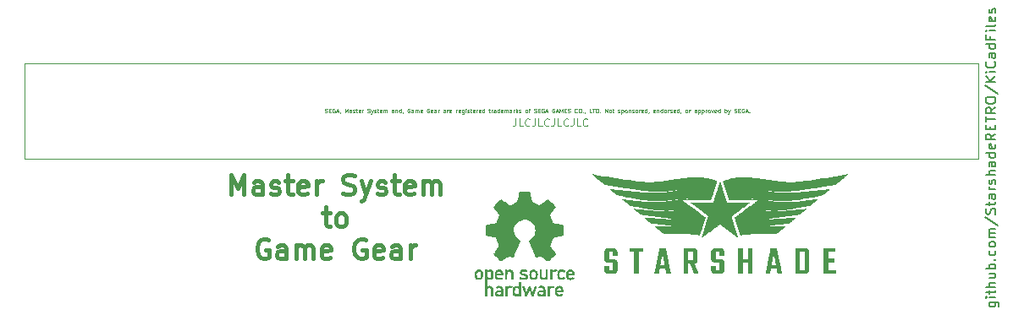
<source format=gbr>
%TF.GenerationSoftware,KiCad,Pcbnew,(6.0.6)*%
%TF.CreationDate,2023-04-01T18:19:22-04:00*%
%TF.ProjectId,SMS-to-GG,534d532d-746f-42d4-9747-2e6b69636164,rev?*%
%TF.SameCoordinates,Original*%
%TF.FileFunction,Legend,Top*%
%TF.FilePolarity,Positive*%
%FSLAX46Y46*%
G04 Gerber Fmt 4.6, Leading zero omitted, Abs format (unit mm)*
G04 Created by KiCad (PCBNEW (6.0.6)) date 2023-04-01 18:19:22*
%MOMM*%
%LPD*%
G01*
G04 APERTURE LIST*
%ADD10C,0.150000*%
%ADD11C,0.120000*%
%ADD12C,0.080000*%
%ADD13C,0.400000*%
%ADD14C,0.050000*%
G04 APERTURE END LIST*
D10*
X108685714Y-106776190D02*
X109495238Y-106776190D01*
X109590476Y-106823809D01*
X109638095Y-106871428D01*
X109685714Y-106966666D01*
X109685714Y-107109523D01*
X109638095Y-107204761D01*
X109304761Y-106776190D02*
X109352380Y-106871428D01*
X109352380Y-107061904D01*
X109304761Y-107157142D01*
X109257142Y-107204761D01*
X109161904Y-107252380D01*
X108876190Y-107252380D01*
X108780952Y-107204761D01*
X108733333Y-107157142D01*
X108685714Y-107061904D01*
X108685714Y-106871428D01*
X108733333Y-106776190D01*
X109352380Y-106300000D02*
X108685714Y-106300000D01*
X108352380Y-106300000D02*
X108400000Y-106347619D01*
X108447619Y-106300000D01*
X108400000Y-106252380D01*
X108352380Y-106300000D01*
X108447619Y-106300000D01*
X108685714Y-105966666D02*
X108685714Y-105585714D01*
X108352380Y-105823809D02*
X109209523Y-105823809D01*
X109304761Y-105776190D01*
X109352380Y-105680952D01*
X109352380Y-105585714D01*
X109352380Y-105252380D02*
X108352380Y-105252380D01*
X109352380Y-104823809D02*
X108828571Y-104823809D01*
X108733333Y-104871428D01*
X108685714Y-104966666D01*
X108685714Y-105109523D01*
X108733333Y-105204761D01*
X108780952Y-105252380D01*
X108685714Y-103919047D02*
X109352380Y-103919047D01*
X108685714Y-104347619D02*
X109209523Y-104347619D01*
X109304761Y-104300000D01*
X109352380Y-104204761D01*
X109352380Y-104061904D01*
X109304761Y-103966666D01*
X109257142Y-103919047D01*
X109352380Y-103442857D02*
X108352380Y-103442857D01*
X108733333Y-103442857D02*
X108685714Y-103347619D01*
X108685714Y-103157142D01*
X108733333Y-103061904D01*
X108780952Y-103014285D01*
X108876190Y-102966666D01*
X109161904Y-102966666D01*
X109257142Y-103014285D01*
X109304761Y-103061904D01*
X109352380Y-103157142D01*
X109352380Y-103347619D01*
X109304761Y-103442857D01*
X109257142Y-102538095D02*
X109304761Y-102490476D01*
X109352380Y-102538095D01*
X109304761Y-102585714D01*
X109257142Y-102538095D01*
X109352380Y-102538095D01*
X109304761Y-101633333D02*
X109352380Y-101728571D01*
X109352380Y-101919047D01*
X109304761Y-102014285D01*
X109257142Y-102061904D01*
X109161904Y-102109523D01*
X108876190Y-102109523D01*
X108780952Y-102061904D01*
X108733333Y-102014285D01*
X108685714Y-101919047D01*
X108685714Y-101728571D01*
X108733333Y-101633333D01*
X109352380Y-101061904D02*
X109304761Y-101157142D01*
X109257142Y-101204761D01*
X109161904Y-101252380D01*
X108876190Y-101252380D01*
X108780952Y-101204761D01*
X108733333Y-101157142D01*
X108685714Y-101061904D01*
X108685714Y-100919047D01*
X108733333Y-100823809D01*
X108780952Y-100776190D01*
X108876190Y-100728571D01*
X109161904Y-100728571D01*
X109257142Y-100776190D01*
X109304761Y-100823809D01*
X109352380Y-100919047D01*
X109352380Y-101061904D01*
X109352380Y-100300000D02*
X108685714Y-100300000D01*
X108780952Y-100300000D02*
X108733333Y-100252380D01*
X108685714Y-100157142D01*
X108685714Y-100014285D01*
X108733333Y-99919047D01*
X108828571Y-99871428D01*
X109352380Y-99871428D01*
X108828571Y-99871428D02*
X108733333Y-99823809D01*
X108685714Y-99728571D01*
X108685714Y-99585714D01*
X108733333Y-99490476D01*
X108828571Y-99442857D01*
X109352380Y-99442857D01*
X108304761Y-98252380D02*
X109590476Y-99109523D01*
X109304761Y-97966666D02*
X109352380Y-97823809D01*
X109352380Y-97585714D01*
X109304761Y-97490476D01*
X109257142Y-97442857D01*
X109161904Y-97395238D01*
X109066666Y-97395238D01*
X108971428Y-97442857D01*
X108923809Y-97490476D01*
X108876190Y-97585714D01*
X108828571Y-97776190D01*
X108780952Y-97871428D01*
X108733333Y-97919047D01*
X108638095Y-97966666D01*
X108542857Y-97966666D01*
X108447619Y-97919047D01*
X108400000Y-97871428D01*
X108352380Y-97776190D01*
X108352380Y-97538095D01*
X108400000Y-97395238D01*
X108685714Y-97109523D02*
X108685714Y-96728571D01*
X108352380Y-96966666D02*
X109209523Y-96966666D01*
X109304761Y-96919047D01*
X109352380Y-96823809D01*
X109352380Y-96728571D01*
X109352380Y-95966666D02*
X108828571Y-95966666D01*
X108733333Y-96014285D01*
X108685714Y-96109523D01*
X108685714Y-96300000D01*
X108733333Y-96395238D01*
X109304761Y-95966666D02*
X109352380Y-96061904D01*
X109352380Y-96300000D01*
X109304761Y-96395238D01*
X109209523Y-96442857D01*
X109114285Y-96442857D01*
X109019047Y-96395238D01*
X108971428Y-96300000D01*
X108971428Y-96061904D01*
X108923809Y-95966666D01*
X109352380Y-95490476D02*
X108685714Y-95490476D01*
X108876190Y-95490476D02*
X108780952Y-95442857D01*
X108733333Y-95395238D01*
X108685714Y-95300000D01*
X108685714Y-95204761D01*
X109304761Y-94919047D02*
X109352380Y-94823809D01*
X109352380Y-94633333D01*
X109304761Y-94538095D01*
X109209523Y-94490476D01*
X109161904Y-94490476D01*
X109066666Y-94538095D01*
X109019047Y-94633333D01*
X109019047Y-94776190D01*
X108971428Y-94871428D01*
X108876190Y-94919047D01*
X108828571Y-94919047D01*
X108733333Y-94871428D01*
X108685714Y-94776190D01*
X108685714Y-94633333D01*
X108733333Y-94538095D01*
X109352380Y-94061904D02*
X108352380Y-94061904D01*
X109352380Y-93633333D02*
X108828571Y-93633333D01*
X108733333Y-93680952D01*
X108685714Y-93776190D01*
X108685714Y-93919047D01*
X108733333Y-94014285D01*
X108780952Y-94061904D01*
X109352380Y-92728571D02*
X108828571Y-92728571D01*
X108733333Y-92776190D01*
X108685714Y-92871428D01*
X108685714Y-93061904D01*
X108733333Y-93157142D01*
X109304761Y-92728571D02*
X109352380Y-92823809D01*
X109352380Y-93061904D01*
X109304761Y-93157142D01*
X109209523Y-93204761D01*
X109114285Y-93204761D01*
X109019047Y-93157142D01*
X108971428Y-93061904D01*
X108971428Y-92823809D01*
X108923809Y-92728571D01*
X109352380Y-91823809D02*
X108352380Y-91823809D01*
X109304761Y-91823809D02*
X109352380Y-91919047D01*
X109352380Y-92109523D01*
X109304761Y-92204761D01*
X109257142Y-92252380D01*
X109161904Y-92300000D01*
X108876190Y-92300000D01*
X108780952Y-92252380D01*
X108733333Y-92204761D01*
X108685714Y-92109523D01*
X108685714Y-91919047D01*
X108733333Y-91823809D01*
X109304761Y-90966666D02*
X109352380Y-91061904D01*
X109352380Y-91252380D01*
X109304761Y-91347619D01*
X109209523Y-91395238D01*
X108828571Y-91395238D01*
X108733333Y-91347619D01*
X108685714Y-91252380D01*
X108685714Y-91061904D01*
X108733333Y-90966666D01*
X108828571Y-90919047D01*
X108923809Y-90919047D01*
X109019047Y-91395238D01*
X109352380Y-89919047D02*
X108876190Y-90252380D01*
X109352380Y-90490476D02*
X108352380Y-90490476D01*
X108352380Y-90109523D01*
X108400000Y-90014285D01*
X108447619Y-89966666D01*
X108542857Y-89919047D01*
X108685714Y-89919047D01*
X108780952Y-89966666D01*
X108828571Y-90014285D01*
X108876190Y-90109523D01*
X108876190Y-90490476D01*
X108828571Y-89490476D02*
X108828571Y-89157142D01*
X109352380Y-89014285D02*
X109352380Y-89490476D01*
X108352380Y-89490476D01*
X108352380Y-89014285D01*
X108352380Y-88728571D02*
X108352380Y-88157142D01*
X109352380Y-88442857D02*
X108352380Y-88442857D01*
X109352380Y-87252380D02*
X108876190Y-87585714D01*
X109352380Y-87823809D02*
X108352380Y-87823809D01*
X108352380Y-87442857D01*
X108400000Y-87347619D01*
X108447619Y-87300000D01*
X108542857Y-87252380D01*
X108685714Y-87252380D01*
X108780952Y-87300000D01*
X108828571Y-87347619D01*
X108876190Y-87442857D01*
X108876190Y-87823809D01*
X108352380Y-86633333D02*
X108352380Y-86442857D01*
X108400000Y-86347619D01*
X108495238Y-86252380D01*
X108685714Y-86204761D01*
X109019047Y-86204761D01*
X109209523Y-86252380D01*
X109304761Y-86347619D01*
X109352380Y-86442857D01*
X109352380Y-86633333D01*
X109304761Y-86728571D01*
X109209523Y-86823809D01*
X109019047Y-86871428D01*
X108685714Y-86871428D01*
X108495238Y-86823809D01*
X108400000Y-86728571D01*
X108352380Y-86633333D01*
X108304761Y-85061904D02*
X109590476Y-85919047D01*
X109352380Y-84728571D02*
X108352380Y-84728571D01*
X109352380Y-84157142D02*
X108780952Y-84585714D01*
X108352380Y-84157142D02*
X108923809Y-84728571D01*
X109352380Y-83728571D02*
X108685714Y-83728571D01*
X108352380Y-83728571D02*
X108400000Y-83776190D01*
X108447619Y-83728571D01*
X108400000Y-83680952D01*
X108352380Y-83728571D01*
X108447619Y-83728571D01*
X109257142Y-82680952D02*
X109304761Y-82728571D01*
X109352380Y-82871428D01*
X109352380Y-82966666D01*
X109304761Y-83109523D01*
X109209523Y-83204761D01*
X109114285Y-83252380D01*
X108923809Y-83300000D01*
X108780952Y-83300000D01*
X108590476Y-83252380D01*
X108495238Y-83204761D01*
X108400000Y-83109523D01*
X108352380Y-82966666D01*
X108352380Y-82871428D01*
X108400000Y-82728571D01*
X108447619Y-82680952D01*
X109352380Y-81823809D02*
X108828571Y-81823809D01*
X108733333Y-81871428D01*
X108685714Y-81966666D01*
X108685714Y-82157142D01*
X108733333Y-82252380D01*
X109304761Y-81823809D02*
X109352380Y-81919047D01*
X109352380Y-82157142D01*
X109304761Y-82252380D01*
X109209523Y-82300000D01*
X109114285Y-82300000D01*
X109019047Y-82252380D01*
X108971428Y-82157142D01*
X108971428Y-81919047D01*
X108923809Y-81823809D01*
X109352380Y-80919047D02*
X108352380Y-80919047D01*
X109304761Y-80919047D02*
X109352380Y-81014285D01*
X109352380Y-81204761D01*
X109304761Y-81300000D01*
X109257142Y-81347619D01*
X109161904Y-81395238D01*
X108876190Y-81395238D01*
X108780952Y-81347619D01*
X108733333Y-81300000D01*
X108685714Y-81204761D01*
X108685714Y-81014285D01*
X108733333Y-80919047D01*
X108828571Y-80109523D02*
X108828571Y-80442857D01*
X109352380Y-80442857D02*
X108352380Y-80442857D01*
X108352380Y-79966666D01*
X109352380Y-79585714D02*
X108685714Y-79585714D01*
X108352380Y-79585714D02*
X108400000Y-79633333D01*
X108447619Y-79585714D01*
X108400000Y-79538095D01*
X108352380Y-79585714D01*
X108447619Y-79585714D01*
X109352380Y-78966666D02*
X109304761Y-79061904D01*
X109209523Y-79109523D01*
X108352380Y-79109523D01*
X109304761Y-78204761D02*
X109352380Y-78300000D01*
X109352380Y-78490476D01*
X109304761Y-78585714D01*
X109209523Y-78633333D01*
X108828571Y-78633333D01*
X108733333Y-78585714D01*
X108685714Y-78490476D01*
X108685714Y-78300000D01*
X108733333Y-78204761D01*
X108828571Y-78157142D01*
X108923809Y-78157142D01*
X109019047Y-78633333D01*
X109304761Y-77776190D02*
X109352380Y-77680952D01*
X109352380Y-77490476D01*
X109304761Y-77395238D01*
X109209523Y-77347619D01*
X109161904Y-77347619D01*
X109066666Y-77395238D01*
X109019047Y-77490476D01*
X109019047Y-77633333D01*
X108971428Y-77728571D01*
X108876190Y-77776190D01*
X108828571Y-77776190D01*
X108733333Y-77728571D01*
X108685714Y-77633333D01*
X108685714Y-77490476D01*
X108733333Y-77395238D01*
D11*
X61335714Y-88389285D02*
X61335714Y-88925000D01*
X61300000Y-89032142D01*
X61228571Y-89103571D01*
X61121428Y-89139285D01*
X61050000Y-89139285D01*
X62050000Y-89139285D02*
X61692857Y-89139285D01*
X61692857Y-88389285D01*
X62728571Y-89067857D02*
X62692857Y-89103571D01*
X62585714Y-89139285D01*
X62514285Y-89139285D01*
X62407142Y-89103571D01*
X62335714Y-89032142D01*
X62300000Y-88960714D01*
X62264285Y-88817857D01*
X62264285Y-88710714D01*
X62300000Y-88567857D01*
X62335714Y-88496428D01*
X62407142Y-88425000D01*
X62514285Y-88389285D01*
X62585714Y-88389285D01*
X62692857Y-88425000D01*
X62728571Y-88460714D01*
X63264285Y-88389285D02*
X63264285Y-88925000D01*
X63228571Y-89032142D01*
X63157142Y-89103571D01*
X63050000Y-89139285D01*
X62978571Y-89139285D01*
X63978571Y-89139285D02*
X63621428Y-89139285D01*
X63621428Y-88389285D01*
X64657142Y-89067857D02*
X64621428Y-89103571D01*
X64514285Y-89139285D01*
X64442857Y-89139285D01*
X64335714Y-89103571D01*
X64264285Y-89032142D01*
X64228571Y-88960714D01*
X64192857Y-88817857D01*
X64192857Y-88710714D01*
X64228571Y-88567857D01*
X64264285Y-88496428D01*
X64335714Y-88425000D01*
X64442857Y-88389285D01*
X64514285Y-88389285D01*
X64621428Y-88425000D01*
X64657142Y-88460714D01*
X65192857Y-88389285D02*
X65192857Y-88925000D01*
X65157142Y-89032142D01*
X65085714Y-89103571D01*
X64978571Y-89139285D01*
X64907142Y-89139285D01*
X65907142Y-89139285D02*
X65550000Y-89139285D01*
X65550000Y-88389285D01*
X66585714Y-89067857D02*
X66550000Y-89103571D01*
X66442857Y-89139285D01*
X66371428Y-89139285D01*
X66264285Y-89103571D01*
X66192857Y-89032142D01*
X66157142Y-88960714D01*
X66121428Y-88817857D01*
X66121428Y-88710714D01*
X66157142Y-88567857D01*
X66192857Y-88496428D01*
X66264285Y-88425000D01*
X66371428Y-88389285D01*
X66442857Y-88389285D01*
X66550000Y-88425000D01*
X66585714Y-88460714D01*
X67121428Y-88389285D02*
X67121428Y-88925000D01*
X67085714Y-89032142D01*
X67014285Y-89103571D01*
X66907142Y-89139285D01*
X66835714Y-89139285D01*
X67835714Y-89139285D02*
X67478571Y-89139285D01*
X67478571Y-88389285D01*
X68514285Y-89067857D02*
X68478571Y-89103571D01*
X68371428Y-89139285D01*
X68300000Y-89139285D01*
X68192857Y-89103571D01*
X68121428Y-89032142D01*
X68085714Y-88960714D01*
X68050000Y-88817857D01*
X68050000Y-88710714D01*
X68085714Y-88567857D01*
X68121428Y-88496428D01*
X68192857Y-88425000D01*
X68300000Y-88389285D01*
X68371428Y-88389285D01*
X68478571Y-88425000D01*
X68514285Y-88460714D01*
D12*
X42261904Y-87761904D02*
X42319047Y-87780952D01*
X42414285Y-87780952D01*
X42452380Y-87761904D01*
X42471428Y-87742857D01*
X42490476Y-87704761D01*
X42490476Y-87666666D01*
X42471428Y-87628571D01*
X42452380Y-87609523D01*
X42414285Y-87590476D01*
X42338095Y-87571428D01*
X42300000Y-87552380D01*
X42280952Y-87533333D01*
X42261904Y-87495238D01*
X42261904Y-87457142D01*
X42280952Y-87419047D01*
X42300000Y-87400000D01*
X42338095Y-87380952D01*
X42433333Y-87380952D01*
X42490476Y-87400000D01*
X42661904Y-87571428D02*
X42795238Y-87571428D01*
X42852380Y-87780952D02*
X42661904Y-87780952D01*
X42661904Y-87380952D01*
X42852380Y-87380952D01*
X43233333Y-87400000D02*
X43195238Y-87380952D01*
X43138095Y-87380952D01*
X43080952Y-87400000D01*
X43042857Y-87438095D01*
X43023809Y-87476190D01*
X43004761Y-87552380D01*
X43004761Y-87609523D01*
X43023809Y-87685714D01*
X43042857Y-87723809D01*
X43080952Y-87761904D01*
X43138095Y-87780952D01*
X43176190Y-87780952D01*
X43233333Y-87761904D01*
X43252380Y-87742857D01*
X43252380Y-87609523D01*
X43176190Y-87609523D01*
X43404761Y-87666666D02*
X43595238Y-87666666D01*
X43366666Y-87780952D02*
X43500000Y-87380952D01*
X43633333Y-87780952D01*
X43785714Y-87761904D02*
X43785714Y-87780952D01*
X43766666Y-87819047D01*
X43747619Y-87838095D01*
X44261904Y-87780952D02*
X44261904Y-87380952D01*
X44395238Y-87666666D01*
X44528571Y-87380952D01*
X44528571Y-87780952D01*
X44890476Y-87780952D02*
X44890476Y-87571428D01*
X44871428Y-87533333D01*
X44833333Y-87514285D01*
X44757142Y-87514285D01*
X44719047Y-87533333D01*
X44890476Y-87761904D02*
X44852380Y-87780952D01*
X44757142Y-87780952D01*
X44719047Y-87761904D01*
X44700000Y-87723809D01*
X44700000Y-87685714D01*
X44719047Y-87647619D01*
X44757142Y-87628571D01*
X44852380Y-87628571D01*
X44890476Y-87609523D01*
X45061904Y-87761904D02*
X45100000Y-87780952D01*
X45176190Y-87780952D01*
X45214285Y-87761904D01*
X45233333Y-87723809D01*
X45233333Y-87704761D01*
X45214285Y-87666666D01*
X45176190Y-87647619D01*
X45119047Y-87647619D01*
X45080952Y-87628571D01*
X45061904Y-87590476D01*
X45061904Y-87571428D01*
X45080952Y-87533333D01*
X45119047Y-87514285D01*
X45176190Y-87514285D01*
X45214285Y-87533333D01*
X45347619Y-87514285D02*
X45500000Y-87514285D01*
X45404761Y-87380952D02*
X45404761Y-87723809D01*
X45423809Y-87761904D01*
X45461904Y-87780952D01*
X45500000Y-87780952D01*
X45785714Y-87761904D02*
X45747619Y-87780952D01*
X45671428Y-87780952D01*
X45633333Y-87761904D01*
X45614285Y-87723809D01*
X45614285Y-87571428D01*
X45633333Y-87533333D01*
X45671428Y-87514285D01*
X45747619Y-87514285D01*
X45785714Y-87533333D01*
X45804761Y-87571428D01*
X45804761Y-87609523D01*
X45614285Y-87647619D01*
X45976190Y-87780952D02*
X45976190Y-87514285D01*
X45976190Y-87590476D02*
X45995238Y-87552380D01*
X46014285Y-87533333D01*
X46052380Y-87514285D01*
X46090476Y-87514285D01*
X46509523Y-87761904D02*
X46566666Y-87780952D01*
X46661904Y-87780952D01*
X46700000Y-87761904D01*
X46719047Y-87742857D01*
X46738095Y-87704761D01*
X46738095Y-87666666D01*
X46719047Y-87628571D01*
X46700000Y-87609523D01*
X46661904Y-87590476D01*
X46585714Y-87571428D01*
X46547619Y-87552380D01*
X46528571Y-87533333D01*
X46509523Y-87495238D01*
X46509523Y-87457142D01*
X46528571Y-87419047D01*
X46547619Y-87400000D01*
X46585714Y-87380952D01*
X46680952Y-87380952D01*
X46738095Y-87400000D01*
X46871428Y-87514285D02*
X46966666Y-87780952D01*
X47061904Y-87514285D02*
X46966666Y-87780952D01*
X46928571Y-87876190D01*
X46909523Y-87895238D01*
X46871428Y-87914285D01*
X47195238Y-87761904D02*
X47233333Y-87780952D01*
X47309523Y-87780952D01*
X47347619Y-87761904D01*
X47366666Y-87723809D01*
X47366666Y-87704761D01*
X47347619Y-87666666D01*
X47309523Y-87647619D01*
X47252380Y-87647619D01*
X47214285Y-87628571D01*
X47195238Y-87590476D01*
X47195238Y-87571428D01*
X47214285Y-87533333D01*
X47252380Y-87514285D01*
X47309523Y-87514285D01*
X47347619Y-87533333D01*
X47480952Y-87514285D02*
X47633333Y-87514285D01*
X47538095Y-87380952D02*
X47538095Y-87723809D01*
X47557142Y-87761904D01*
X47595238Y-87780952D01*
X47633333Y-87780952D01*
X47919047Y-87761904D02*
X47880952Y-87780952D01*
X47804761Y-87780952D01*
X47766666Y-87761904D01*
X47747619Y-87723809D01*
X47747619Y-87571428D01*
X47766666Y-87533333D01*
X47804761Y-87514285D01*
X47880952Y-87514285D01*
X47919047Y-87533333D01*
X47938095Y-87571428D01*
X47938095Y-87609523D01*
X47747619Y-87647619D01*
X48109523Y-87780952D02*
X48109523Y-87514285D01*
X48109523Y-87552380D02*
X48128571Y-87533333D01*
X48166666Y-87514285D01*
X48223809Y-87514285D01*
X48261904Y-87533333D01*
X48280952Y-87571428D01*
X48280952Y-87780952D01*
X48280952Y-87571428D02*
X48300000Y-87533333D01*
X48338095Y-87514285D01*
X48395238Y-87514285D01*
X48433333Y-87533333D01*
X48452380Y-87571428D01*
X48452380Y-87780952D01*
X49119047Y-87780952D02*
X49119047Y-87571428D01*
X49100000Y-87533333D01*
X49061904Y-87514285D01*
X48985714Y-87514285D01*
X48947619Y-87533333D01*
X49119047Y-87761904D02*
X49080952Y-87780952D01*
X48985714Y-87780952D01*
X48947619Y-87761904D01*
X48928571Y-87723809D01*
X48928571Y-87685714D01*
X48947619Y-87647619D01*
X48985714Y-87628571D01*
X49080952Y-87628571D01*
X49119047Y-87609523D01*
X49309523Y-87514285D02*
X49309523Y-87780952D01*
X49309523Y-87552380D02*
X49328571Y-87533333D01*
X49366666Y-87514285D01*
X49423809Y-87514285D01*
X49461904Y-87533333D01*
X49480952Y-87571428D01*
X49480952Y-87780952D01*
X49842857Y-87780952D02*
X49842857Y-87380952D01*
X49842857Y-87761904D02*
X49804761Y-87780952D01*
X49728571Y-87780952D01*
X49690476Y-87761904D01*
X49671428Y-87742857D01*
X49652380Y-87704761D01*
X49652380Y-87590476D01*
X49671428Y-87552380D01*
X49690476Y-87533333D01*
X49728571Y-87514285D01*
X49804761Y-87514285D01*
X49842857Y-87533333D01*
X50052380Y-87761904D02*
X50052380Y-87780952D01*
X50033333Y-87819047D01*
X50014285Y-87838095D01*
X50738095Y-87400000D02*
X50700000Y-87380952D01*
X50642857Y-87380952D01*
X50585714Y-87400000D01*
X50547619Y-87438095D01*
X50528571Y-87476190D01*
X50509523Y-87552380D01*
X50509523Y-87609523D01*
X50528571Y-87685714D01*
X50547619Y-87723809D01*
X50585714Y-87761904D01*
X50642857Y-87780952D01*
X50680952Y-87780952D01*
X50738095Y-87761904D01*
X50757142Y-87742857D01*
X50757142Y-87609523D01*
X50680952Y-87609523D01*
X51100000Y-87780952D02*
X51100000Y-87571428D01*
X51080952Y-87533333D01*
X51042857Y-87514285D01*
X50966666Y-87514285D01*
X50928571Y-87533333D01*
X51100000Y-87761904D02*
X51061904Y-87780952D01*
X50966666Y-87780952D01*
X50928571Y-87761904D01*
X50909523Y-87723809D01*
X50909523Y-87685714D01*
X50928571Y-87647619D01*
X50966666Y-87628571D01*
X51061904Y-87628571D01*
X51100000Y-87609523D01*
X51290476Y-87780952D02*
X51290476Y-87514285D01*
X51290476Y-87552380D02*
X51309523Y-87533333D01*
X51347619Y-87514285D01*
X51404761Y-87514285D01*
X51442857Y-87533333D01*
X51461904Y-87571428D01*
X51461904Y-87780952D01*
X51461904Y-87571428D02*
X51480952Y-87533333D01*
X51519047Y-87514285D01*
X51576190Y-87514285D01*
X51614285Y-87533333D01*
X51633333Y-87571428D01*
X51633333Y-87780952D01*
X51976190Y-87761904D02*
X51938095Y-87780952D01*
X51861904Y-87780952D01*
X51823809Y-87761904D01*
X51804761Y-87723809D01*
X51804761Y-87571428D01*
X51823809Y-87533333D01*
X51861904Y-87514285D01*
X51938095Y-87514285D01*
X51976190Y-87533333D01*
X51995238Y-87571428D01*
X51995238Y-87609523D01*
X51804761Y-87647619D01*
X52680952Y-87400000D02*
X52642857Y-87380952D01*
X52585714Y-87380952D01*
X52528571Y-87400000D01*
X52490476Y-87438095D01*
X52471428Y-87476190D01*
X52452380Y-87552380D01*
X52452380Y-87609523D01*
X52471428Y-87685714D01*
X52490476Y-87723809D01*
X52528571Y-87761904D01*
X52585714Y-87780952D01*
X52623809Y-87780952D01*
X52680952Y-87761904D01*
X52700000Y-87742857D01*
X52700000Y-87609523D01*
X52623809Y-87609523D01*
X53023809Y-87761904D02*
X52985714Y-87780952D01*
X52909523Y-87780952D01*
X52871428Y-87761904D01*
X52852380Y-87723809D01*
X52852380Y-87571428D01*
X52871428Y-87533333D01*
X52909523Y-87514285D01*
X52985714Y-87514285D01*
X53023809Y-87533333D01*
X53042857Y-87571428D01*
X53042857Y-87609523D01*
X52852380Y-87647619D01*
X53385714Y-87780952D02*
X53385714Y-87571428D01*
X53366666Y-87533333D01*
X53328571Y-87514285D01*
X53252380Y-87514285D01*
X53214285Y-87533333D01*
X53385714Y-87761904D02*
X53347619Y-87780952D01*
X53252380Y-87780952D01*
X53214285Y-87761904D01*
X53195238Y-87723809D01*
X53195238Y-87685714D01*
X53214285Y-87647619D01*
X53252380Y-87628571D01*
X53347619Y-87628571D01*
X53385714Y-87609523D01*
X53576190Y-87780952D02*
X53576190Y-87514285D01*
X53576190Y-87590476D02*
X53595238Y-87552380D01*
X53614285Y-87533333D01*
X53652380Y-87514285D01*
X53690476Y-87514285D01*
X54300000Y-87780952D02*
X54300000Y-87571428D01*
X54280952Y-87533333D01*
X54242857Y-87514285D01*
X54166666Y-87514285D01*
X54128571Y-87533333D01*
X54300000Y-87761904D02*
X54261904Y-87780952D01*
X54166666Y-87780952D01*
X54128571Y-87761904D01*
X54109523Y-87723809D01*
X54109523Y-87685714D01*
X54128571Y-87647619D01*
X54166666Y-87628571D01*
X54261904Y-87628571D01*
X54300000Y-87609523D01*
X54490476Y-87780952D02*
X54490476Y-87514285D01*
X54490476Y-87590476D02*
X54509523Y-87552380D01*
X54528571Y-87533333D01*
X54566666Y-87514285D01*
X54604761Y-87514285D01*
X54890476Y-87761904D02*
X54852380Y-87780952D01*
X54776190Y-87780952D01*
X54738095Y-87761904D01*
X54719047Y-87723809D01*
X54719047Y-87571428D01*
X54738095Y-87533333D01*
X54776190Y-87514285D01*
X54852380Y-87514285D01*
X54890476Y-87533333D01*
X54909523Y-87571428D01*
X54909523Y-87609523D01*
X54719047Y-87647619D01*
X55385714Y-87780952D02*
X55385714Y-87514285D01*
X55385714Y-87590476D02*
X55404761Y-87552380D01*
X55423809Y-87533333D01*
X55461904Y-87514285D01*
X55500000Y-87514285D01*
X55785714Y-87761904D02*
X55747619Y-87780952D01*
X55671428Y-87780952D01*
X55633333Y-87761904D01*
X55614285Y-87723809D01*
X55614285Y-87571428D01*
X55633333Y-87533333D01*
X55671428Y-87514285D01*
X55747619Y-87514285D01*
X55785714Y-87533333D01*
X55804761Y-87571428D01*
X55804761Y-87609523D01*
X55614285Y-87647619D01*
X56147619Y-87514285D02*
X56147619Y-87838095D01*
X56128571Y-87876190D01*
X56109523Y-87895238D01*
X56071428Y-87914285D01*
X56014285Y-87914285D01*
X55976190Y-87895238D01*
X56147619Y-87761904D02*
X56109523Y-87780952D01*
X56033333Y-87780952D01*
X55995238Y-87761904D01*
X55976190Y-87742857D01*
X55957142Y-87704761D01*
X55957142Y-87590476D01*
X55976190Y-87552380D01*
X55995238Y-87533333D01*
X56033333Y-87514285D01*
X56109523Y-87514285D01*
X56147619Y-87533333D01*
X56338095Y-87780952D02*
X56338095Y-87514285D01*
X56338095Y-87380952D02*
X56319047Y-87400000D01*
X56338095Y-87419047D01*
X56357142Y-87400000D01*
X56338095Y-87380952D01*
X56338095Y-87419047D01*
X56509523Y-87761904D02*
X56547619Y-87780952D01*
X56623809Y-87780952D01*
X56661904Y-87761904D01*
X56680952Y-87723809D01*
X56680952Y-87704761D01*
X56661904Y-87666666D01*
X56623809Y-87647619D01*
X56566666Y-87647619D01*
X56528571Y-87628571D01*
X56509523Y-87590476D01*
X56509523Y-87571428D01*
X56528571Y-87533333D01*
X56566666Y-87514285D01*
X56623809Y-87514285D01*
X56661904Y-87533333D01*
X56795238Y-87514285D02*
X56947619Y-87514285D01*
X56852380Y-87380952D02*
X56852380Y-87723809D01*
X56871428Y-87761904D01*
X56909523Y-87780952D01*
X56947619Y-87780952D01*
X57233333Y-87761904D02*
X57195238Y-87780952D01*
X57119047Y-87780952D01*
X57080952Y-87761904D01*
X57061904Y-87723809D01*
X57061904Y-87571428D01*
X57080952Y-87533333D01*
X57119047Y-87514285D01*
X57195238Y-87514285D01*
X57233333Y-87533333D01*
X57252380Y-87571428D01*
X57252380Y-87609523D01*
X57061904Y-87647619D01*
X57423809Y-87780952D02*
X57423809Y-87514285D01*
X57423809Y-87590476D02*
X57442857Y-87552380D01*
X57461904Y-87533333D01*
X57500000Y-87514285D01*
X57538095Y-87514285D01*
X57823809Y-87761904D02*
X57785714Y-87780952D01*
X57709523Y-87780952D01*
X57671428Y-87761904D01*
X57652380Y-87723809D01*
X57652380Y-87571428D01*
X57671428Y-87533333D01*
X57709523Y-87514285D01*
X57785714Y-87514285D01*
X57823809Y-87533333D01*
X57842857Y-87571428D01*
X57842857Y-87609523D01*
X57652380Y-87647619D01*
X58185714Y-87780952D02*
X58185714Y-87380952D01*
X58185714Y-87761904D02*
X58147619Y-87780952D01*
X58071428Y-87780952D01*
X58033333Y-87761904D01*
X58014285Y-87742857D01*
X57995238Y-87704761D01*
X57995238Y-87590476D01*
X58014285Y-87552380D01*
X58033333Y-87533333D01*
X58071428Y-87514285D01*
X58147619Y-87514285D01*
X58185714Y-87533333D01*
X58623809Y-87514285D02*
X58776190Y-87514285D01*
X58680952Y-87380952D02*
X58680952Y-87723809D01*
X58700000Y-87761904D01*
X58738095Y-87780952D01*
X58776190Y-87780952D01*
X58909523Y-87780952D02*
X58909523Y-87514285D01*
X58909523Y-87590476D02*
X58928571Y-87552380D01*
X58947619Y-87533333D01*
X58985714Y-87514285D01*
X59023809Y-87514285D01*
X59328571Y-87780952D02*
X59328571Y-87571428D01*
X59309523Y-87533333D01*
X59271428Y-87514285D01*
X59195238Y-87514285D01*
X59157142Y-87533333D01*
X59328571Y-87761904D02*
X59290476Y-87780952D01*
X59195238Y-87780952D01*
X59157142Y-87761904D01*
X59138095Y-87723809D01*
X59138095Y-87685714D01*
X59157142Y-87647619D01*
X59195238Y-87628571D01*
X59290476Y-87628571D01*
X59328571Y-87609523D01*
X59690476Y-87780952D02*
X59690476Y-87380952D01*
X59690476Y-87761904D02*
X59652380Y-87780952D01*
X59576190Y-87780952D01*
X59538095Y-87761904D01*
X59519047Y-87742857D01*
X59500000Y-87704761D01*
X59500000Y-87590476D01*
X59519047Y-87552380D01*
X59538095Y-87533333D01*
X59576190Y-87514285D01*
X59652380Y-87514285D01*
X59690476Y-87533333D01*
X60033333Y-87761904D02*
X59995238Y-87780952D01*
X59919047Y-87780952D01*
X59880952Y-87761904D01*
X59861904Y-87723809D01*
X59861904Y-87571428D01*
X59880952Y-87533333D01*
X59919047Y-87514285D01*
X59995238Y-87514285D01*
X60033333Y-87533333D01*
X60052380Y-87571428D01*
X60052380Y-87609523D01*
X59861904Y-87647619D01*
X60223809Y-87780952D02*
X60223809Y-87514285D01*
X60223809Y-87552380D02*
X60242857Y-87533333D01*
X60280952Y-87514285D01*
X60338095Y-87514285D01*
X60376190Y-87533333D01*
X60395238Y-87571428D01*
X60395238Y-87780952D01*
X60395238Y-87571428D02*
X60414285Y-87533333D01*
X60452380Y-87514285D01*
X60509523Y-87514285D01*
X60547619Y-87533333D01*
X60566666Y-87571428D01*
X60566666Y-87780952D01*
X60928571Y-87780952D02*
X60928571Y-87571428D01*
X60909523Y-87533333D01*
X60871428Y-87514285D01*
X60795238Y-87514285D01*
X60757142Y-87533333D01*
X60928571Y-87761904D02*
X60890476Y-87780952D01*
X60795238Y-87780952D01*
X60757142Y-87761904D01*
X60738095Y-87723809D01*
X60738095Y-87685714D01*
X60757142Y-87647619D01*
X60795238Y-87628571D01*
X60890476Y-87628571D01*
X60928571Y-87609523D01*
X61119047Y-87780952D02*
X61119047Y-87514285D01*
X61119047Y-87590476D02*
X61138095Y-87552380D01*
X61157142Y-87533333D01*
X61195238Y-87514285D01*
X61233333Y-87514285D01*
X61366666Y-87780952D02*
X61366666Y-87380952D01*
X61404761Y-87628571D02*
X61519047Y-87780952D01*
X61519047Y-87514285D02*
X61366666Y-87666666D01*
X61671428Y-87761904D02*
X61709523Y-87780952D01*
X61785714Y-87780952D01*
X61823809Y-87761904D01*
X61842857Y-87723809D01*
X61842857Y-87704761D01*
X61823809Y-87666666D01*
X61785714Y-87647619D01*
X61728571Y-87647619D01*
X61690476Y-87628571D01*
X61671428Y-87590476D01*
X61671428Y-87571428D01*
X61690476Y-87533333D01*
X61728571Y-87514285D01*
X61785714Y-87514285D01*
X61823809Y-87533333D01*
X62376190Y-87780952D02*
X62338095Y-87761904D01*
X62319047Y-87742857D01*
X62300000Y-87704761D01*
X62300000Y-87590476D01*
X62319047Y-87552380D01*
X62338095Y-87533333D01*
X62376190Y-87514285D01*
X62433333Y-87514285D01*
X62471428Y-87533333D01*
X62490476Y-87552380D01*
X62509523Y-87590476D01*
X62509523Y-87704761D01*
X62490476Y-87742857D01*
X62471428Y-87761904D01*
X62433333Y-87780952D01*
X62376190Y-87780952D01*
X62623809Y-87514285D02*
X62776190Y-87514285D01*
X62680952Y-87780952D02*
X62680952Y-87438095D01*
X62700000Y-87400000D01*
X62738095Y-87380952D01*
X62776190Y-87380952D01*
X63195238Y-87761904D02*
X63252380Y-87780952D01*
X63347619Y-87780952D01*
X63385714Y-87761904D01*
X63404761Y-87742857D01*
X63423809Y-87704761D01*
X63423809Y-87666666D01*
X63404761Y-87628571D01*
X63385714Y-87609523D01*
X63347619Y-87590476D01*
X63271428Y-87571428D01*
X63233333Y-87552380D01*
X63214285Y-87533333D01*
X63195238Y-87495238D01*
X63195238Y-87457142D01*
X63214285Y-87419047D01*
X63233333Y-87400000D01*
X63271428Y-87380952D01*
X63366666Y-87380952D01*
X63423809Y-87400000D01*
X63595238Y-87571428D02*
X63728571Y-87571428D01*
X63785714Y-87780952D02*
X63595238Y-87780952D01*
X63595238Y-87380952D01*
X63785714Y-87380952D01*
X64166666Y-87400000D02*
X64128571Y-87380952D01*
X64071428Y-87380952D01*
X64014285Y-87400000D01*
X63976190Y-87438095D01*
X63957142Y-87476190D01*
X63938095Y-87552380D01*
X63938095Y-87609523D01*
X63957142Y-87685714D01*
X63976190Y-87723809D01*
X64014285Y-87761904D01*
X64071428Y-87780952D01*
X64109523Y-87780952D01*
X64166666Y-87761904D01*
X64185714Y-87742857D01*
X64185714Y-87609523D01*
X64109523Y-87609523D01*
X64338095Y-87666666D02*
X64528571Y-87666666D01*
X64300000Y-87780952D02*
X64433333Y-87380952D01*
X64566666Y-87780952D01*
X65214285Y-87400000D02*
X65176190Y-87380952D01*
X65119047Y-87380952D01*
X65061904Y-87400000D01*
X65023809Y-87438095D01*
X65004761Y-87476190D01*
X64985714Y-87552380D01*
X64985714Y-87609523D01*
X65004761Y-87685714D01*
X65023809Y-87723809D01*
X65061904Y-87761904D01*
X65119047Y-87780952D01*
X65157142Y-87780952D01*
X65214285Y-87761904D01*
X65233333Y-87742857D01*
X65233333Y-87609523D01*
X65157142Y-87609523D01*
X65385714Y-87666666D02*
X65576190Y-87666666D01*
X65347619Y-87780952D02*
X65480952Y-87380952D01*
X65614285Y-87780952D01*
X65747619Y-87780952D02*
X65747619Y-87380952D01*
X65880952Y-87666666D01*
X66014285Y-87380952D01*
X66014285Y-87780952D01*
X66204761Y-87571428D02*
X66338095Y-87571428D01*
X66395238Y-87780952D02*
X66204761Y-87780952D01*
X66204761Y-87380952D01*
X66395238Y-87380952D01*
X66547619Y-87761904D02*
X66604761Y-87780952D01*
X66700000Y-87780952D01*
X66738095Y-87761904D01*
X66757142Y-87742857D01*
X66776190Y-87704761D01*
X66776190Y-87666666D01*
X66757142Y-87628571D01*
X66738095Y-87609523D01*
X66700000Y-87590476D01*
X66623809Y-87571428D01*
X66585714Y-87552380D01*
X66566666Y-87533333D01*
X66547619Y-87495238D01*
X66547619Y-87457142D01*
X66566666Y-87419047D01*
X66585714Y-87400000D01*
X66623809Y-87380952D01*
X66719047Y-87380952D01*
X66776190Y-87400000D01*
X67480952Y-87742857D02*
X67461904Y-87761904D01*
X67404761Y-87780952D01*
X67366666Y-87780952D01*
X67309523Y-87761904D01*
X67271428Y-87723809D01*
X67252380Y-87685714D01*
X67233333Y-87609523D01*
X67233333Y-87552380D01*
X67252380Y-87476190D01*
X67271428Y-87438095D01*
X67309523Y-87400000D01*
X67366666Y-87380952D01*
X67404761Y-87380952D01*
X67461904Y-87400000D01*
X67480952Y-87419047D01*
X67728571Y-87380952D02*
X67804761Y-87380952D01*
X67842857Y-87400000D01*
X67880952Y-87438095D01*
X67900000Y-87514285D01*
X67900000Y-87647619D01*
X67880952Y-87723809D01*
X67842857Y-87761904D01*
X67804761Y-87780952D01*
X67728571Y-87780952D01*
X67690476Y-87761904D01*
X67652380Y-87723809D01*
X67633333Y-87647619D01*
X67633333Y-87514285D01*
X67652380Y-87438095D01*
X67690476Y-87400000D01*
X67728571Y-87380952D01*
X68071428Y-87742857D02*
X68090476Y-87761904D01*
X68071428Y-87780952D01*
X68052380Y-87761904D01*
X68071428Y-87742857D01*
X68071428Y-87780952D01*
X68280952Y-87761904D02*
X68280952Y-87780952D01*
X68261904Y-87819047D01*
X68242857Y-87838095D01*
X68947619Y-87780952D02*
X68757142Y-87780952D01*
X68757142Y-87380952D01*
X69023809Y-87380952D02*
X69252380Y-87380952D01*
X69138095Y-87780952D02*
X69138095Y-87380952D01*
X69385714Y-87780952D02*
X69385714Y-87380952D01*
X69480952Y-87380952D01*
X69538095Y-87400000D01*
X69576190Y-87438095D01*
X69595238Y-87476190D01*
X69614285Y-87552380D01*
X69614285Y-87609523D01*
X69595238Y-87685714D01*
X69576190Y-87723809D01*
X69538095Y-87761904D01*
X69480952Y-87780952D01*
X69385714Y-87780952D01*
X69785714Y-87742857D02*
X69804761Y-87761904D01*
X69785714Y-87780952D01*
X69766666Y-87761904D01*
X69785714Y-87742857D01*
X69785714Y-87780952D01*
X70280952Y-87780952D02*
X70280952Y-87380952D01*
X70509523Y-87780952D01*
X70509523Y-87380952D01*
X70757142Y-87780952D02*
X70719047Y-87761904D01*
X70700000Y-87742857D01*
X70680952Y-87704761D01*
X70680952Y-87590476D01*
X70700000Y-87552380D01*
X70719047Y-87533333D01*
X70757142Y-87514285D01*
X70814285Y-87514285D01*
X70852380Y-87533333D01*
X70871428Y-87552380D01*
X70890476Y-87590476D01*
X70890476Y-87704761D01*
X70871428Y-87742857D01*
X70852380Y-87761904D01*
X70814285Y-87780952D01*
X70757142Y-87780952D01*
X71004761Y-87514285D02*
X71157142Y-87514285D01*
X71061904Y-87380952D02*
X71061904Y-87723809D01*
X71080952Y-87761904D01*
X71119047Y-87780952D01*
X71157142Y-87780952D01*
X71576190Y-87761904D02*
X71614285Y-87780952D01*
X71690476Y-87780952D01*
X71728571Y-87761904D01*
X71747619Y-87723809D01*
X71747619Y-87704761D01*
X71728571Y-87666666D01*
X71690476Y-87647619D01*
X71633333Y-87647619D01*
X71595238Y-87628571D01*
X71576190Y-87590476D01*
X71576190Y-87571428D01*
X71595238Y-87533333D01*
X71633333Y-87514285D01*
X71690476Y-87514285D01*
X71728571Y-87533333D01*
X71919047Y-87514285D02*
X71919047Y-87914285D01*
X71919047Y-87533333D02*
X71957142Y-87514285D01*
X72033333Y-87514285D01*
X72071428Y-87533333D01*
X72090476Y-87552380D01*
X72109523Y-87590476D01*
X72109523Y-87704761D01*
X72090476Y-87742857D01*
X72071428Y-87761904D01*
X72033333Y-87780952D01*
X71957142Y-87780952D01*
X71919047Y-87761904D01*
X72338095Y-87780952D02*
X72300000Y-87761904D01*
X72280952Y-87742857D01*
X72261904Y-87704761D01*
X72261904Y-87590476D01*
X72280952Y-87552380D01*
X72300000Y-87533333D01*
X72338095Y-87514285D01*
X72395238Y-87514285D01*
X72433333Y-87533333D01*
X72452380Y-87552380D01*
X72471428Y-87590476D01*
X72471428Y-87704761D01*
X72452380Y-87742857D01*
X72433333Y-87761904D01*
X72395238Y-87780952D01*
X72338095Y-87780952D01*
X72642857Y-87514285D02*
X72642857Y-87780952D01*
X72642857Y-87552380D02*
X72661904Y-87533333D01*
X72700000Y-87514285D01*
X72757142Y-87514285D01*
X72795238Y-87533333D01*
X72814285Y-87571428D01*
X72814285Y-87780952D01*
X72985714Y-87761904D02*
X73023809Y-87780952D01*
X73100000Y-87780952D01*
X73138095Y-87761904D01*
X73157142Y-87723809D01*
X73157142Y-87704761D01*
X73138095Y-87666666D01*
X73100000Y-87647619D01*
X73042857Y-87647619D01*
X73004761Y-87628571D01*
X72985714Y-87590476D01*
X72985714Y-87571428D01*
X73004761Y-87533333D01*
X73042857Y-87514285D01*
X73100000Y-87514285D01*
X73138095Y-87533333D01*
X73385714Y-87780952D02*
X73347619Y-87761904D01*
X73328571Y-87742857D01*
X73309523Y-87704761D01*
X73309523Y-87590476D01*
X73328571Y-87552380D01*
X73347619Y-87533333D01*
X73385714Y-87514285D01*
X73442857Y-87514285D01*
X73480952Y-87533333D01*
X73500000Y-87552380D01*
X73519047Y-87590476D01*
X73519047Y-87704761D01*
X73500000Y-87742857D01*
X73480952Y-87761904D01*
X73442857Y-87780952D01*
X73385714Y-87780952D01*
X73690476Y-87780952D02*
X73690476Y-87514285D01*
X73690476Y-87590476D02*
X73709523Y-87552380D01*
X73728571Y-87533333D01*
X73766666Y-87514285D01*
X73804761Y-87514285D01*
X74090476Y-87761904D02*
X74052380Y-87780952D01*
X73976190Y-87780952D01*
X73938095Y-87761904D01*
X73919047Y-87723809D01*
X73919047Y-87571428D01*
X73938095Y-87533333D01*
X73976190Y-87514285D01*
X74052380Y-87514285D01*
X74090476Y-87533333D01*
X74109523Y-87571428D01*
X74109523Y-87609523D01*
X73919047Y-87647619D01*
X74452380Y-87780952D02*
X74452380Y-87380952D01*
X74452380Y-87761904D02*
X74414285Y-87780952D01*
X74338095Y-87780952D01*
X74300000Y-87761904D01*
X74280952Y-87742857D01*
X74261904Y-87704761D01*
X74261904Y-87590476D01*
X74280952Y-87552380D01*
X74300000Y-87533333D01*
X74338095Y-87514285D01*
X74414285Y-87514285D01*
X74452380Y-87533333D01*
X74661904Y-87761904D02*
X74661904Y-87780952D01*
X74642857Y-87819047D01*
X74623809Y-87838095D01*
X75290476Y-87761904D02*
X75252380Y-87780952D01*
X75176190Y-87780952D01*
X75138095Y-87761904D01*
X75119047Y-87723809D01*
X75119047Y-87571428D01*
X75138095Y-87533333D01*
X75176190Y-87514285D01*
X75252380Y-87514285D01*
X75290476Y-87533333D01*
X75309523Y-87571428D01*
X75309523Y-87609523D01*
X75119047Y-87647619D01*
X75480952Y-87514285D02*
X75480952Y-87780952D01*
X75480952Y-87552380D02*
X75500000Y-87533333D01*
X75538095Y-87514285D01*
X75595238Y-87514285D01*
X75633333Y-87533333D01*
X75652380Y-87571428D01*
X75652380Y-87780952D01*
X76014285Y-87780952D02*
X76014285Y-87380952D01*
X76014285Y-87761904D02*
X75976190Y-87780952D01*
X75900000Y-87780952D01*
X75861904Y-87761904D01*
X75842857Y-87742857D01*
X75823809Y-87704761D01*
X75823809Y-87590476D01*
X75842857Y-87552380D01*
X75861904Y-87533333D01*
X75900000Y-87514285D01*
X75976190Y-87514285D01*
X76014285Y-87533333D01*
X76261904Y-87780952D02*
X76223809Y-87761904D01*
X76204761Y-87742857D01*
X76185714Y-87704761D01*
X76185714Y-87590476D01*
X76204761Y-87552380D01*
X76223809Y-87533333D01*
X76261904Y-87514285D01*
X76319047Y-87514285D01*
X76357142Y-87533333D01*
X76376190Y-87552380D01*
X76395238Y-87590476D01*
X76395238Y-87704761D01*
X76376190Y-87742857D01*
X76357142Y-87761904D01*
X76319047Y-87780952D01*
X76261904Y-87780952D01*
X76566666Y-87780952D02*
X76566666Y-87514285D01*
X76566666Y-87590476D02*
X76585714Y-87552380D01*
X76604761Y-87533333D01*
X76642857Y-87514285D01*
X76680952Y-87514285D01*
X76795238Y-87761904D02*
X76833333Y-87780952D01*
X76909523Y-87780952D01*
X76947619Y-87761904D01*
X76966666Y-87723809D01*
X76966666Y-87704761D01*
X76947619Y-87666666D01*
X76909523Y-87647619D01*
X76852380Y-87647619D01*
X76814285Y-87628571D01*
X76795238Y-87590476D01*
X76795238Y-87571428D01*
X76814285Y-87533333D01*
X76852380Y-87514285D01*
X76909523Y-87514285D01*
X76947619Y-87533333D01*
X77290476Y-87761904D02*
X77252380Y-87780952D01*
X77176190Y-87780952D01*
X77138095Y-87761904D01*
X77119047Y-87723809D01*
X77119047Y-87571428D01*
X77138095Y-87533333D01*
X77176190Y-87514285D01*
X77252380Y-87514285D01*
X77290476Y-87533333D01*
X77309523Y-87571428D01*
X77309523Y-87609523D01*
X77119047Y-87647619D01*
X77652380Y-87780952D02*
X77652380Y-87380952D01*
X77652380Y-87761904D02*
X77614285Y-87780952D01*
X77538095Y-87780952D01*
X77500000Y-87761904D01*
X77480952Y-87742857D01*
X77461904Y-87704761D01*
X77461904Y-87590476D01*
X77480952Y-87552380D01*
X77500000Y-87533333D01*
X77538095Y-87514285D01*
X77614285Y-87514285D01*
X77652380Y-87533333D01*
X77861904Y-87761904D02*
X77861904Y-87780952D01*
X77842857Y-87819047D01*
X77823809Y-87838095D01*
X78395238Y-87780952D02*
X78357142Y-87761904D01*
X78338095Y-87742857D01*
X78319047Y-87704761D01*
X78319047Y-87590476D01*
X78338095Y-87552380D01*
X78357142Y-87533333D01*
X78395238Y-87514285D01*
X78452380Y-87514285D01*
X78490476Y-87533333D01*
X78509523Y-87552380D01*
X78528571Y-87590476D01*
X78528571Y-87704761D01*
X78509523Y-87742857D01*
X78490476Y-87761904D01*
X78452380Y-87780952D01*
X78395238Y-87780952D01*
X78700000Y-87780952D02*
X78700000Y-87514285D01*
X78700000Y-87590476D02*
X78719047Y-87552380D01*
X78738095Y-87533333D01*
X78776190Y-87514285D01*
X78814285Y-87514285D01*
X79423809Y-87780952D02*
X79423809Y-87571428D01*
X79404761Y-87533333D01*
X79366666Y-87514285D01*
X79290476Y-87514285D01*
X79252380Y-87533333D01*
X79423809Y-87761904D02*
X79385714Y-87780952D01*
X79290476Y-87780952D01*
X79252380Y-87761904D01*
X79233333Y-87723809D01*
X79233333Y-87685714D01*
X79252380Y-87647619D01*
X79290476Y-87628571D01*
X79385714Y-87628571D01*
X79423809Y-87609523D01*
X79614285Y-87514285D02*
X79614285Y-87914285D01*
X79614285Y-87533333D02*
X79652380Y-87514285D01*
X79728571Y-87514285D01*
X79766666Y-87533333D01*
X79785714Y-87552380D01*
X79804761Y-87590476D01*
X79804761Y-87704761D01*
X79785714Y-87742857D01*
X79766666Y-87761904D01*
X79728571Y-87780952D01*
X79652380Y-87780952D01*
X79614285Y-87761904D01*
X79976190Y-87514285D02*
X79976190Y-87914285D01*
X79976190Y-87533333D02*
X80014285Y-87514285D01*
X80090476Y-87514285D01*
X80128571Y-87533333D01*
X80147619Y-87552380D01*
X80166666Y-87590476D01*
X80166666Y-87704761D01*
X80147619Y-87742857D01*
X80128571Y-87761904D01*
X80090476Y-87780952D01*
X80014285Y-87780952D01*
X79976190Y-87761904D01*
X80338095Y-87780952D02*
X80338095Y-87514285D01*
X80338095Y-87590476D02*
X80357142Y-87552380D01*
X80376190Y-87533333D01*
X80414285Y-87514285D01*
X80452380Y-87514285D01*
X80642857Y-87780952D02*
X80604761Y-87761904D01*
X80585714Y-87742857D01*
X80566666Y-87704761D01*
X80566666Y-87590476D01*
X80585714Y-87552380D01*
X80604761Y-87533333D01*
X80642857Y-87514285D01*
X80699999Y-87514285D01*
X80738095Y-87533333D01*
X80757142Y-87552380D01*
X80776190Y-87590476D01*
X80776190Y-87704761D01*
X80757142Y-87742857D01*
X80738095Y-87761904D01*
X80699999Y-87780952D01*
X80642857Y-87780952D01*
X80909523Y-87514285D02*
X81004761Y-87780952D01*
X81099999Y-87514285D01*
X81404761Y-87761904D02*
X81366666Y-87780952D01*
X81290476Y-87780952D01*
X81252380Y-87761904D01*
X81233333Y-87723809D01*
X81233333Y-87571428D01*
X81252380Y-87533333D01*
X81290476Y-87514285D01*
X81366666Y-87514285D01*
X81404761Y-87533333D01*
X81423809Y-87571428D01*
X81423809Y-87609523D01*
X81233333Y-87647619D01*
X81766666Y-87780952D02*
X81766666Y-87380952D01*
X81766666Y-87761904D02*
X81728571Y-87780952D01*
X81652380Y-87780952D01*
X81614285Y-87761904D01*
X81595238Y-87742857D01*
X81576190Y-87704761D01*
X81576190Y-87590476D01*
X81595238Y-87552380D01*
X81614285Y-87533333D01*
X81652380Y-87514285D01*
X81728571Y-87514285D01*
X81766666Y-87533333D01*
X82261904Y-87780952D02*
X82261904Y-87380952D01*
X82261904Y-87533333D02*
X82299999Y-87514285D01*
X82376190Y-87514285D01*
X82414285Y-87533333D01*
X82433333Y-87552380D01*
X82452380Y-87590476D01*
X82452380Y-87704761D01*
X82433333Y-87742857D01*
X82414285Y-87761904D01*
X82376190Y-87780952D01*
X82299999Y-87780952D01*
X82261904Y-87761904D01*
X82585714Y-87514285D02*
X82680952Y-87780952D01*
X82776190Y-87514285D02*
X82680952Y-87780952D01*
X82642857Y-87876190D01*
X82623809Y-87895238D01*
X82585714Y-87914285D01*
X83214285Y-87761904D02*
X83271428Y-87780952D01*
X83366666Y-87780952D01*
X83404761Y-87761904D01*
X83423809Y-87742857D01*
X83442857Y-87704761D01*
X83442857Y-87666666D01*
X83423809Y-87628571D01*
X83404761Y-87609523D01*
X83366666Y-87590476D01*
X83290476Y-87571428D01*
X83252380Y-87552380D01*
X83233333Y-87533333D01*
X83214285Y-87495238D01*
X83214285Y-87457142D01*
X83233333Y-87419047D01*
X83252380Y-87400000D01*
X83290476Y-87380952D01*
X83385714Y-87380952D01*
X83442857Y-87400000D01*
X83614285Y-87571428D02*
X83747619Y-87571428D01*
X83804761Y-87780952D02*
X83614285Y-87780952D01*
X83614285Y-87380952D01*
X83804761Y-87380952D01*
X84185714Y-87400000D02*
X84147619Y-87380952D01*
X84090476Y-87380952D01*
X84033333Y-87400000D01*
X83995238Y-87438095D01*
X83976190Y-87476190D01*
X83957142Y-87552380D01*
X83957142Y-87609523D01*
X83976190Y-87685714D01*
X83995238Y-87723809D01*
X84033333Y-87761904D01*
X84090476Y-87780952D01*
X84128571Y-87780952D01*
X84185714Y-87761904D01*
X84204761Y-87742857D01*
X84204761Y-87609523D01*
X84128571Y-87609523D01*
X84357142Y-87666666D02*
X84547619Y-87666666D01*
X84319047Y-87780952D02*
X84452380Y-87380952D01*
X84585714Y-87780952D01*
X84719047Y-87742857D02*
X84738095Y-87761904D01*
X84719047Y-87780952D01*
X84699999Y-87761904D01*
X84719047Y-87742857D01*
X84719047Y-87780952D01*
D13*
X32830809Y-95982761D02*
X32830809Y-93982761D01*
X33497476Y-95411333D01*
X34164142Y-93982761D01*
X34164142Y-95982761D01*
X35973666Y-95982761D02*
X35973666Y-94935142D01*
X35878428Y-94744666D01*
X35687952Y-94649428D01*
X35307000Y-94649428D01*
X35116523Y-94744666D01*
X35973666Y-95887523D02*
X35783190Y-95982761D01*
X35307000Y-95982761D01*
X35116523Y-95887523D01*
X35021285Y-95697047D01*
X35021285Y-95506571D01*
X35116523Y-95316095D01*
X35307000Y-95220857D01*
X35783190Y-95220857D01*
X35973666Y-95125619D01*
X36830809Y-95887523D02*
X37021285Y-95982761D01*
X37402238Y-95982761D01*
X37592714Y-95887523D01*
X37687952Y-95697047D01*
X37687952Y-95601809D01*
X37592714Y-95411333D01*
X37402238Y-95316095D01*
X37116523Y-95316095D01*
X36926047Y-95220857D01*
X36830809Y-95030380D01*
X36830809Y-94935142D01*
X36926047Y-94744666D01*
X37116523Y-94649428D01*
X37402238Y-94649428D01*
X37592714Y-94744666D01*
X38259380Y-94649428D02*
X39021285Y-94649428D01*
X38545095Y-93982761D02*
X38545095Y-95697047D01*
X38640333Y-95887523D01*
X38830809Y-95982761D01*
X39021285Y-95982761D01*
X40449857Y-95887523D02*
X40259380Y-95982761D01*
X39878428Y-95982761D01*
X39687952Y-95887523D01*
X39592714Y-95697047D01*
X39592714Y-94935142D01*
X39687952Y-94744666D01*
X39878428Y-94649428D01*
X40259380Y-94649428D01*
X40449857Y-94744666D01*
X40545095Y-94935142D01*
X40545095Y-95125619D01*
X39592714Y-95316095D01*
X41402238Y-95982761D02*
X41402238Y-94649428D01*
X41402238Y-95030380D02*
X41497476Y-94839904D01*
X41592714Y-94744666D01*
X41783190Y-94649428D01*
X41973666Y-94649428D01*
X44068904Y-95887523D02*
X44354619Y-95982761D01*
X44830809Y-95982761D01*
X45021285Y-95887523D01*
X45116523Y-95792285D01*
X45211761Y-95601809D01*
X45211761Y-95411333D01*
X45116523Y-95220857D01*
X45021285Y-95125619D01*
X44830809Y-95030380D01*
X44449857Y-94935142D01*
X44259380Y-94839904D01*
X44164142Y-94744666D01*
X44068904Y-94554190D01*
X44068904Y-94363714D01*
X44164142Y-94173238D01*
X44259380Y-94078000D01*
X44449857Y-93982761D01*
X44926047Y-93982761D01*
X45211761Y-94078000D01*
X45878428Y-94649428D02*
X46354619Y-95982761D01*
X46830809Y-94649428D02*
X46354619Y-95982761D01*
X46164142Y-96458952D01*
X46068904Y-96554190D01*
X45878428Y-96649428D01*
X47497476Y-95887523D02*
X47687952Y-95982761D01*
X48068904Y-95982761D01*
X48259380Y-95887523D01*
X48354619Y-95697047D01*
X48354619Y-95601809D01*
X48259380Y-95411333D01*
X48068904Y-95316095D01*
X47783190Y-95316095D01*
X47592714Y-95220857D01*
X47497476Y-95030380D01*
X47497476Y-94935142D01*
X47592714Y-94744666D01*
X47783190Y-94649428D01*
X48068904Y-94649428D01*
X48259380Y-94744666D01*
X48926047Y-94649428D02*
X49687952Y-94649428D01*
X49211761Y-93982761D02*
X49211761Y-95697047D01*
X49307000Y-95887523D01*
X49497476Y-95982761D01*
X49687952Y-95982761D01*
X51116523Y-95887523D02*
X50926047Y-95982761D01*
X50545095Y-95982761D01*
X50354619Y-95887523D01*
X50259380Y-95697047D01*
X50259380Y-94935142D01*
X50354619Y-94744666D01*
X50545095Y-94649428D01*
X50926047Y-94649428D01*
X51116523Y-94744666D01*
X51211761Y-94935142D01*
X51211761Y-95125619D01*
X50259380Y-95316095D01*
X52068904Y-95982761D02*
X52068904Y-94649428D01*
X52068904Y-94839904D02*
X52164142Y-94744666D01*
X52354619Y-94649428D01*
X52640333Y-94649428D01*
X52830809Y-94744666D01*
X52926047Y-94935142D01*
X52926047Y-95982761D01*
X52926047Y-94935142D02*
X53021285Y-94744666D01*
X53211761Y-94649428D01*
X53497476Y-94649428D01*
X53687952Y-94744666D01*
X53783190Y-94935142D01*
X53783190Y-95982761D01*
X42021285Y-97869428D02*
X42783190Y-97869428D01*
X42307000Y-97202761D02*
X42307000Y-98917047D01*
X42402238Y-99107523D01*
X42592714Y-99202761D01*
X42783190Y-99202761D01*
X43735571Y-99202761D02*
X43545095Y-99107523D01*
X43449857Y-99012285D01*
X43354619Y-98821809D01*
X43354619Y-98250380D01*
X43449857Y-98059904D01*
X43545095Y-97964666D01*
X43735571Y-97869428D01*
X44021285Y-97869428D01*
X44211761Y-97964666D01*
X44307000Y-98059904D01*
X44402238Y-98250380D01*
X44402238Y-98821809D01*
X44307000Y-99012285D01*
X44211761Y-99107523D01*
X44021285Y-99202761D01*
X43735571Y-99202761D01*
X36592714Y-100518000D02*
X36402238Y-100422761D01*
X36116523Y-100422761D01*
X35830809Y-100518000D01*
X35640333Y-100708476D01*
X35545095Y-100898952D01*
X35449857Y-101279904D01*
X35449857Y-101565619D01*
X35545095Y-101946571D01*
X35640333Y-102137047D01*
X35830809Y-102327523D01*
X36116523Y-102422761D01*
X36307000Y-102422761D01*
X36592714Y-102327523D01*
X36687952Y-102232285D01*
X36687952Y-101565619D01*
X36307000Y-101565619D01*
X38402238Y-102422761D02*
X38402238Y-101375142D01*
X38307000Y-101184666D01*
X38116523Y-101089428D01*
X37735571Y-101089428D01*
X37545095Y-101184666D01*
X38402238Y-102327523D02*
X38211761Y-102422761D01*
X37735571Y-102422761D01*
X37545095Y-102327523D01*
X37449857Y-102137047D01*
X37449857Y-101946571D01*
X37545095Y-101756095D01*
X37735571Y-101660857D01*
X38211761Y-101660857D01*
X38402238Y-101565619D01*
X39354619Y-102422761D02*
X39354619Y-101089428D01*
X39354619Y-101279904D02*
X39449857Y-101184666D01*
X39640333Y-101089428D01*
X39926047Y-101089428D01*
X40116523Y-101184666D01*
X40211761Y-101375142D01*
X40211761Y-102422761D01*
X40211761Y-101375142D02*
X40307000Y-101184666D01*
X40497476Y-101089428D01*
X40783190Y-101089428D01*
X40973666Y-101184666D01*
X41068904Y-101375142D01*
X41068904Y-102422761D01*
X42783190Y-102327523D02*
X42592714Y-102422761D01*
X42211761Y-102422761D01*
X42021285Y-102327523D01*
X41926047Y-102137047D01*
X41926047Y-101375142D01*
X42021285Y-101184666D01*
X42211761Y-101089428D01*
X42592714Y-101089428D01*
X42783190Y-101184666D01*
X42878428Y-101375142D01*
X42878428Y-101565619D01*
X41926047Y-101756095D01*
X46307000Y-100518000D02*
X46116523Y-100422761D01*
X45830809Y-100422761D01*
X45545095Y-100518000D01*
X45354619Y-100708476D01*
X45259380Y-100898952D01*
X45164142Y-101279904D01*
X45164142Y-101565619D01*
X45259380Y-101946571D01*
X45354619Y-102137047D01*
X45545095Y-102327523D01*
X45830809Y-102422761D01*
X46021285Y-102422761D01*
X46307000Y-102327523D01*
X46402238Y-102232285D01*
X46402238Y-101565619D01*
X46021285Y-101565619D01*
X48021285Y-102327523D02*
X47830809Y-102422761D01*
X47449857Y-102422761D01*
X47259380Y-102327523D01*
X47164142Y-102137047D01*
X47164142Y-101375142D01*
X47259380Y-101184666D01*
X47449857Y-101089428D01*
X47830809Y-101089428D01*
X48021285Y-101184666D01*
X48116523Y-101375142D01*
X48116523Y-101565619D01*
X47164142Y-101756095D01*
X49830809Y-102422761D02*
X49830809Y-101375142D01*
X49735571Y-101184666D01*
X49545095Y-101089428D01*
X49164142Y-101089428D01*
X48973666Y-101184666D01*
X49830809Y-102327523D02*
X49640333Y-102422761D01*
X49164142Y-102422761D01*
X48973666Y-102327523D01*
X48878428Y-102137047D01*
X48878428Y-101946571D01*
X48973666Y-101756095D01*
X49164142Y-101660857D01*
X49640333Y-101660857D01*
X49830809Y-101565619D01*
X50783190Y-102422761D02*
X50783190Y-101089428D01*
X50783190Y-101470380D02*
X50878428Y-101279904D01*
X50973666Y-101184666D01*
X51164142Y-101089428D01*
X51354619Y-101089428D01*
%TO.C,J2*%
D14*
X107633000Y-92391000D02*
X12213000Y-92391000D01*
X12213000Y-82851000D01*
X107633000Y-82851000D01*
X107633000Y-92391000D01*
%TO.C,G\u002A\u002A\u002A*%
G36*
X63423592Y-105292456D02*
G01*
X63402056Y-105361688D01*
X63368350Y-105468539D01*
X63326403Y-105600622D01*
X63280142Y-105745549D01*
X63259102Y-105811226D01*
X63132728Y-106205228D01*
X63038477Y-106213231D01*
X62973750Y-106213649D01*
X62939973Y-106191142D01*
X62917100Y-106134430D01*
X62898147Y-106073205D01*
X62868447Y-105976612D01*
X62832570Y-105859531D01*
X62805760Y-105771826D01*
X62771145Y-105665466D01*
X62740875Y-105585354D01*
X62718420Y-105539858D01*
X62707762Y-105535424D01*
X62695188Y-105574758D01*
X62670964Y-105653248D01*
X62638512Y-105759721D01*
X62601254Y-105883010D01*
X62599142Y-105890026D01*
X62504307Y-106205228D01*
X62406554Y-106213380D01*
X62343636Y-106215403D01*
X62310369Y-106210186D01*
X62308801Y-106207882D01*
X62301155Y-106179803D01*
X62279842Y-106109542D01*
X62247299Y-106004926D01*
X62205961Y-105873776D01*
X62158267Y-105723918D01*
X62151200Y-105701825D01*
X62102725Y-105549282D01*
X62060292Y-105413667D01*
X62026350Y-105302983D01*
X62003348Y-105225232D01*
X61993737Y-105188414D01*
X61993599Y-105187043D01*
X62016848Y-105175032D01*
X62075258Y-105171423D01*
X62103574Y-105172746D01*
X62213548Y-105180823D01*
X62304428Y-105514893D01*
X62339226Y-105637370D01*
X62370646Y-105737973D01*
X62395664Y-105807717D01*
X62411255Y-105837616D01*
X62413165Y-105837927D01*
X62427236Y-105810063D01*
X62453088Y-105741636D01*
X62487273Y-105642363D01*
X62526342Y-105521957D01*
X62534079Y-105497344D01*
X62637136Y-105167797D01*
X62721630Y-105167743D01*
X62806125Y-105167689D01*
X63034189Y-105889723D01*
X63119627Y-105574673D01*
X63153618Y-105449574D01*
X63183493Y-105340068D01*
X63206081Y-105257752D01*
X63218210Y-105214218D01*
X63218372Y-105213656D01*
X63242138Y-105182856D01*
X63298064Y-105169360D01*
X63346694Y-105167689D01*
X63461709Y-105167689D01*
X63423592Y-105292456D01*
G37*
G36*
X61049360Y-105518870D02*
G01*
X61064617Y-105399801D01*
X61093318Y-105313847D01*
X61138296Y-105251588D01*
X61184938Y-105214435D01*
X61278818Y-105167053D01*
X61373140Y-105153387D01*
X61479963Y-105174146D01*
X61611348Y-105230037D01*
X61632431Y-105240727D01*
X61640828Y-105220887D01*
X61647443Y-105159277D01*
X61651398Y-105066650D01*
X61652131Y-104999144D01*
X61652131Y-104747420D01*
X61862265Y-104747420D01*
X61862265Y-106218361D01*
X61757198Y-106218361D01*
X61688404Y-106213921D01*
X61658013Y-106196064D01*
X61652131Y-106166214D01*
X61649857Y-106133662D01*
X61634197Y-106128552D01*
X61591892Y-106150869D01*
X61566764Y-106166116D01*
X61444817Y-106211771D01*
X61318087Y-106208181D01*
X61202913Y-106158280D01*
X61137283Y-106106018D01*
X61092165Y-106045901D01*
X61064047Y-105967323D01*
X61049416Y-105859678D01*
X61044761Y-105712359D01*
X61044743Y-105700786D01*
X61258516Y-105700786D01*
X61260874Y-105801349D01*
X61271420Y-105866203D01*
X61294555Y-105912037D01*
X61322602Y-105943754D01*
X61406926Y-105997890D01*
X61496342Y-106000580D01*
X61576333Y-105958544D01*
X61609291Y-105924566D01*
X61629258Y-105879161D01*
X61640357Y-105807941D01*
X61645930Y-105715576D01*
X61646800Y-105578303D01*
X61632621Y-105484848D01*
X61598901Y-105427568D01*
X61541147Y-105398819D01*
X61455130Y-105390957D01*
X61373648Y-105394737D01*
X61326993Y-105410765D01*
X61297716Y-105446068D01*
X61292125Y-105456624D01*
X61274848Y-105516691D01*
X61262693Y-105608301D01*
X61258516Y-105700786D01*
X61044743Y-105700786D01*
X61044712Y-105680474D01*
X61049360Y-105518870D01*
G37*
G36*
X63963609Y-103874527D02*
G01*
X63964071Y-104020279D01*
X63966368Y-104122993D01*
X63971870Y-104192164D01*
X63981944Y-104237285D01*
X63997958Y-104267851D01*
X64021282Y-104293355D01*
X64024403Y-104296306D01*
X64108981Y-104344622D01*
X64201276Y-104348241D01*
X64285014Y-104307378D01*
X64300499Y-104292625D01*
X64323507Y-104264443D01*
X64339362Y-104230965D01*
X64349382Y-104182496D01*
X64354884Y-104109341D01*
X64357187Y-104001809D01*
X64357612Y-103872356D01*
X64357612Y-103512880D01*
X64567746Y-103512880D01*
X64567746Y-104563553D01*
X64462679Y-104563553D01*
X64394183Y-104559306D01*
X64363856Y-104541725D01*
X64357612Y-104509113D01*
X64357612Y-104454673D01*
X64288402Y-104509113D01*
X64208198Y-104549813D01*
X64098192Y-104563490D01*
X64088311Y-104563553D01*
X64004802Y-104558936D01*
X63945187Y-104538180D01*
X63885459Y-104490923D01*
X63858053Y-104464177D01*
X63807665Y-104405408D01*
X63771220Y-104339091D01*
X63747054Y-104256461D01*
X63733501Y-104148756D01*
X63728895Y-104007210D01*
X63731572Y-103823060D01*
X63732181Y-103801815D01*
X63740342Y-103526014D01*
X63851976Y-103517937D01*
X63963609Y-103509860D01*
X63963609Y-103874527D01*
G37*
G36*
X65303914Y-105418048D02*
G01*
X65376400Y-105296514D01*
X65474016Y-105209017D01*
X65591383Y-105159702D01*
X65723122Y-105152714D01*
X65863856Y-105192195D01*
X65930155Y-105227115D01*
X66019302Y-105310378D01*
X66082356Y-105430531D01*
X66114126Y-105576271D01*
X66116911Y-105633925D01*
X66117487Y-105771826D01*
X65791611Y-105771826D01*
X65656271Y-105772104D01*
X65565234Y-105773978D01*
X65510268Y-105779011D01*
X65483143Y-105788763D01*
X65475627Y-105804795D01*
X65479491Y-105828670D01*
X65480036Y-105830926D01*
X65526368Y-105926483D01*
X65604588Y-105986452D01*
X65704947Y-106007282D01*
X65817698Y-105985422D01*
X65856361Y-105968029D01*
X65939826Y-105944810D01*
X66013299Y-105970725D01*
X66061838Y-106017605D01*
X66074518Y-106047257D01*
X66055469Y-106080559D01*
X65998019Y-106129176D01*
X65998009Y-106129183D01*
X65873071Y-106193273D01*
X65729337Y-106216419D01*
X65582077Y-106197668D01*
X65488606Y-106160964D01*
X65376690Y-106075953D01*
X65301208Y-105955533D01*
X65260947Y-105797547D01*
X65255848Y-105746652D01*
X65261302Y-105587958D01*
X65468102Y-105587958D01*
X65900068Y-105587958D01*
X65887402Y-105521700D01*
X65850995Y-105448409D01*
X65783397Y-105386638D01*
X65704965Y-105353421D01*
X65684085Y-105351557D01*
X65606250Y-105373868D01*
X65533619Y-105429446D01*
X65486548Y-105501254D01*
X65480768Y-105521700D01*
X65468102Y-105587958D01*
X65261302Y-105587958D01*
X65261937Y-105569476D01*
X65303914Y-105418048D01*
G37*
G36*
X58381913Y-103512880D02*
G01*
X58459401Y-103517885D01*
X58494899Y-103535109D01*
X58500114Y-103552955D01*
X58505383Y-103577496D01*
X58530407Y-103575520D01*
X58577610Y-103552955D01*
X58653672Y-103527644D01*
X58748065Y-103513777D01*
X58774997Y-103512880D01*
X58859412Y-103519910D01*
X58925410Y-103548143D01*
X58993002Y-103602796D01*
X59091117Y-103692711D01*
X59091117Y-104383722D01*
X58993002Y-104473637D01*
X58922327Y-104530475D01*
X58857379Y-104556876D01*
X58771218Y-104563545D01*
X58766710Y-104563553D01*
X58652429Y-104550630D01*
X58569323Y-104509113D01*
X58500114Y-104454673D01*
X58500114Y-105240826D01*
X58597602Y-105191124D01*
X58689519Y-105153089D01*
X58769753Y-105146145D01*
X58860125Y-105170384D01*
X58912074Y-105192469D01*
X58978096Y-105227008D01*
X59027152Y-105267508D01*
X59061709Y-105321888D01*
X59084230Y-105398067D01*
X59097182Y-105503964D01*
X59103027Y-105647497D01*
X59104251Y-105809921D01*
X59104251Y-106218361D01*
X58894116Y-106218361D01*
X58894116Y-105855579D01*
X58893458Y-105708701D01*
X58890674Y-105604812D01*
X58884548Y-105534375D01*
X58873865Y-105487853D01*
X58857410Y-105455709D01*
X58840559Y-105435310D01*
X58766331Y-105390174D01*
X58673301Y-105378669D01*
X58584371Y-105402476D01*
X58564235Y-105415029D01*
X58543788Y-105435071D01*
X58528933Y-105466439D01*
X58518317Y-105517861D01*
X58510586Y-105598066D01*
X58504389Y-105715782D01*
X58500114Y-105828731D01*
X58486981Y-106205228D01*
X58394108Y-106213045D01*
X58327173Y-106213431D01*
X58285099Y-106204116D01*
X58282474Y-106202100D01*
X58278825Y-106172928D01*
X58275411Y-106096248D01*
X58272300Y-105977085D01*
X58269563Y-105820464D01*
X58267268Y-105631410D01*
X58265487Y-105414948D01*
X58264287Y-105176103D01*
X58263740Y-104919901D01*
X58263713Y-104848110D01*
X58263713Y-104010715D01*
X58498132Y-104010715D01*
X58502811Y-104127481D01*
X58525043Y-104232509D01*
X58564828Y-104310485D01*
X58589413Y-104333316D01*
X58651425Y-104351435D01*
X58731784Y-104349141D01*
X58802782Y-104328797D01*
X58825541Y-104313174D01*
X58864176Y-104244330D01*
X58886492Y-104142944D01*
X58892403Y-104026435D01*
X58881823Y-103912225D01*
X58854664Y-103817734D01*
X58828208Y-103775282D01*
X58765800Y-103737771D01*
X58682887Y-103722805D01*
X58606815Y-103734070D01*
X58589413Y-103743117D01*
X58541433Y-103803220D01*
X58511006Y-103897523D01*
X58498132Y-104010715D01*
X58263713Y-104010715D01*
X58263713Y-103512880D01*
X58381913Y-103512880D01*
G37*
G36*
X62806108Y-95849540D02*
G01*
X62821117Y-95925384D01*
X62843035Y-96039379D01*
X62869290Y-96178007D01*
X62897311Y-96327748D01*
X62907165Y-96380851D01*
X62979993Y-96774260D01*
X63343446Y-96925217D01*
X63488897Y-96984574D01*
X63594425Y-97024582D01*
X63667966Y-97047550D01*
X63717459Y-97055789D01*
X63750840Y-97051606D01*
X63761626Y-97046885D01*
X63800923Y-97022636D01*
X63874961Y-96974108D01*
X63975299Y-96906939D01*
X64093495Y-96826766D01*
X64185482Y-96763766D01*
X64309545Y-96678617D01*
X64420020Y-96603100D01*
X64508996Y-96542596D01*
X64568564Y-96502489D01*
X64589184Y-96489032D01*
X64618727Y-96496410D01*
X64677326Y-96538252D01*
X64766583Y-96615914D01*
X64888098Y-96730753D01*
X64976498Y-96817414D01*
X65088297Y-96929662D01*
X65187011Y-97031702D01*
X65266494Y-97116945D01*
X65320605Y-97178801D01*
X65343198Y-97210681D01*
X65343221Y-97210750D01*
X65333316Y-97249716D01*
X65292814Y-97327601D01*
X65223271Y-97441781D01*
X65126246Y-97589632D01*
X65064906Y-97679737D01*
X64772611Y-98104675D01*
X64935703Y-98483302D01*
X65001829Y-98631247D01*
X65059442Y-98749169D01*
X65105443Y-98831190D01*
X65136730Y-98871431D01*
X65141905Y-98874278D01*
X65180883Y-98882844D01*
X65262297Y-98898954D01*
X65376882Y-98920835D01*
X65515372Y-98946714D01*
X65644685Y-98970480D01*
X65794190Y-98999147D01*
X65925576Y-99026986D01*
X66030147Y-99051939D01*
X66099208Y-99071949D01*
X66123652Y-99083761D01*
X66129777Y-99118307D01*
X66135145Y-99196570D01*
X66139420Y-99309738D01*
X66142268Y-99448997D01*
X66143352Y-99602477D01*
X66142498Y-99788815D01*
X66139356Y-99928047D01*
X66133581Y-100025566D01*
X66124826Y-100086766D01*
X66112747Y-100117037D01*
X66110170Y-100119636D01*
X66074367Y-100133200D01*
X65995838Y-100153573D01*
X65883638Y-100178708D01*
X65746824Y-100206560D01*
X65617668Y-100230892D01*
X65467414Y-100259524D01*
X65334449Y-100287377D01*
X65227721Y-100312375D01*
X65156176Y-100332441D01*
X65129642Y-100344137D01*
X65105909Y-100382899D01*
X65070435Y-100458357D01*
X65027113Y-100560247D01*
X64979836Y-100678309D01*
X64932496Y-100802279D01*
X64888987Y-100921897D01*
X64853200Y-101026899D01*
X64829029Y-101107024D01*
X64820366Y-101152009D01*
X64821299Y-101156998D01*
X64841673Y-101188080D01*
X64886654Y-101254620D01*
X64950961Y-101348874D01*
X65029313Y-101463095D01*
X65097685Y-101562376D01*
X65181997Y-101685717D01*
X65254766Y-101794302D01*
X65311133Y-101880706D01*
X65346238Y-101937503D01*
X65355750Y-101956730D01*
X65337989Y-101980681D01*
X65288482Y-102035541D01*
X65212899Y-102115340D01*
X65116905Y-102214106D01*
X65006170Y-102325869D01*
X64990479Y-102341549D01*
X64854957Y-102475110D01*
X64750997Y-102573364D01*
X64674612Y-102639685D01*
X64621815Y-102677445D01*
X64588618Y-102690016D01*
X64580037Y-102688788D01*
X64543984Y-102668617D01*
X64473040Y-102623864D01*
X64375460Y-102559918D01*
X64259500Y-102482164D01*
X64171751Y-102422364D01*
X64050239Y-102339767D01*
X63943645Y-102268746D01*
X63859524Y-102214219D01*
X63805428Y-102181103D01*
X63789183Y-102173273D01*
X63758246Y-102184549D01*
X63693233Y-102214515D01*
X63606547Y-102257378D01*
X63579401Y-102271251D01*
X63489795Y-102314821D01*
X63418891Y-102344517D01*
X63378612Y-102355509D01*
X63374234Y-102354391D01*
X63358555Y-102324714D01*
X63326271Y-102253164D01*
X63280218Y-102146669D01*
X63223235Y-102012161D01*
X63158160Y-101856569D01*
X63087830Y-101686822D01*
X63015083Y-101509851D01*
X62942757Y-101332584D01*
X62873689Y-101161952D01*
X62810717Y-101004885D01*
X62756679Y-100868312D01*
X62714412Y-100759162D01*
X62686754Y-100684366D01*
X62676543Y-100650854D01*
X62676536Y-100650589D01*
X62698140Y-100606655D01*
X62738057Y-100577667D01*
X62785876Y-100546963D01*
X62857791Y-100490538D01*
X62940180Y-100419237D01*
X62960860Y-100400317D01*
X63118846Y-100221263D01*
X63231549Y-100022833D01*
X63298803Y-99811592D01*
X63320441Y-99594104D01*
X63296297Y-99376934D01*
X63226204Y-99166646D01*
X63109997Y-98969804D01*
X63000317Y-98842722D01*
X62820801Y-98697962D01*
X62620799Y-98597697D01*
X62407749Y-98541928D01*
X62189094Y-98530653D01*
X61972274Y-98563873D01*
X61764730Y-98641589D01*
X61573902Y-98763800D01*
X61485950Y-98842722D01*
X61337146Y-99026144D01*
X61234574Y-99227640D01*
X61178068Y-99440643D01*
X61167460Y-99658590D01*
X61202586Y-99874916D01*
X61283278Y-100083057D01*
X61409370Y-100276449D01*
X61525407Y-100400317D01*
X61608286Y-100473647D01*
X61684104Y-100534817D01*
X61739238Y-100572983D01*
X61748210Y-100577667D01*
X61794929Y-100614718D01*
X61809731Y-100650589D01*
X61800024Y-100682907D01*
X61772795Y-100756692D01*
X61730881Y-100865015D01*
X61677119Y-101000947D01*
X61614349Y-101157558D01*
X61545407Y-101327918D01*
X61473130Y-101505098D01*
X61400358Y-101682167D01*
X61329927Y-101852197D01*
X61264675Y-102008256D01*
X61207439Y-102143416D01*
X61161059Y-102250747D01*
X61128370Y-102323319D01*
X61112211Y-102354203D01*
X61112033Y-102354391D01*
X61083517Y-102350094D01*
X61020727Y-102325613D01*
X60935582Y-102285779D01*
X60906866Y-102271251D01*
X60816317Y-102225764D01*
X60743953Y-102191505D01*
X60702143Y-102174264D01*
X60697521Y-102173273D01*
X60670694Y-102187413D01*
X60607970Y-102226652D01*
X60516668Y-102286225D01*
X60404109Y-102361364D01*
X60294215Y-102435941D01*
X60168318Y-102520927D01*
X60056415Y-102594453D01*
X59966050Y-102651726D01*
X59904765Y-102687949D01*
X59881037Y-102698610D01*
X59854333Y-102680806D01*
X59797019Y-102631208D01*
X59715261Y-102555537D01*
X59615226Y-102459512D01*
X59503079Y-102348853D01*
X59491334Y-102337101D01*
X59379882Y-102224474D01*
X59282411Y-102124141D01*
X59204606Y-102042104D01*
X59152152Y-101984368D01*
X59130735Y-101956936D01*
X59130517Y-101956038D01*
X59144741Y-101929031D01*
X59184173Y-101866355D01*
X59243955Y-101775420D01*
X59319231Y-101663635D01*
X59388583Y-101562376D01*
X59474299Y-101437855D01*
X59550142Y-101327182D01*
X59610831Y-101238102D01*
X59651086Y-101178360D01*
X59664968Y-101156998D01*
X59661501Y-101124038D01*
X59641400Y-101052983D01*
X59608561Y-100954098D01*
X59566875Y-100837644D01*
X59520238Y-100713886D01*
X59472543Y-100593085D01*
X59427683Y-100485507D01*
X59389553Y-100401413D01*
X59362045Y-100351066D01*
X59356625Y-100344258D01*
X59322347Y-100330068D01*
X59245227Y-100309076D01*
X59134198Y-100283368D01*
X58998195Y-100255030D01*
X58867849Y-100230108D01*
X58717183Y-100201306D01*
X58583470Y-100173606D01*
X58475735Y-100149047D01*
X58403000Y-100129671D01*
X58375347Y-100118730D01*
X58362787Y-100092430D01*
X58353576Y-100033769D01*
X58347400Y-99937783D01*
X58343949Y-99799505D01*
X58342909Y-99613970D01*
X58342916Y-99602477D01*
X58344038Y-99446185D01*
X58346916Y-99307337D01*
X58351215Y-99194745D01*
X58356600Y-99117224D01*
X58362616Y-99083761D01*
X58393598Y-99069741D01*
X58467676Y-99048985D01*
X58576156Y-99023549D01*
X58710339Y-98995490D01*
X58841583Y-98970480D01*
X58993087Y-98942599D01*
X59128545Y-98917212D01*
X59238692Y-98896093D01*
X59314261Y-98881015D01*
X59344362Y-98874278D01*
X59371473Y-98845440D01*
X59414074Y-98773347D01*
X59469066Y-98663878D01*
X59533348Y-98522911D01*
X59550565Y-98483302D01*
X59713656Y-98104675D01*
X59421361Y-97679737D01*
X59310546Y-97515279D01*
X59226398Y-97383115D01*
X59170473Y-97285870D01*
X59144330Y-97226169D01*
X59143047Y-97210750D01*
X59165477Y-97179027D01*
X59219453Y-97117297D01*
X59298831Y-97032149D01*
X59397468Y-96930173D01*
X59509220Y-96817958D01*
X59509770Y-96817414D01*
X59652743Y-96678432D01*
X59762209Y-96577919D01*
X59839339Y-96514882D01*
X59885302Y-96488326D01*
X59897083Y-96488488D01*
X59929390Y-96509617D01*
X59996983Y-96555245D01*
X60091949Y-96619983D01*
X60206372Y-96698440D01*
X60299390Y-96762487D01*
X60425091Y-96848689D01*
X60539196Y-96926012D01*
X60633217Y-96988775D01*
X60698666Y-97031299D01*
X60723247Y-97046149D01*
X60752171Y-97055220D01*
X60792646Y-97053236D01*
X60852742Y-97037870D01*
X60940528Y-97006797D01*
X61064075Y-96957691D01*
X61142821Y-96925217D01*
X61506275Y-96774260D01*
X61579103Y-96380851D01*
X61607132Y-96230416D01*
X61634306Y-96086310D01*
X61658052Y-95962054D01*
X61675800Y-95871166D01*
X61680160Y-95849540D01*
X61708389Y-95711640D01*
X62777879Y-95711640D01*
X62806108Y-95849540D01*
G37*
G36*
X62715950Y-103903973D02*
G01*
X62736180Y-103789630D01*
X62766037Y-103708671D01*
X62766442Y-103707987D01*
X62844070Y-103609960D01*
X62942712Y-103549744D01*
X63074065Y-103520857D01*
X63109302Y-103518013D01*
X63208511Y-103515916D01*
X63277748Y-103527591D01*
X63338757Y-103557572D01*
X63357058Y-103569680D01*
X63442835Y-103635034D01*
X63500211Y-103699992D01*
X63534637Y-103777360D01*
X63551562Y-103879945D01*
X63556439Y-104020553D01*
X63556474Y-104038217D01*
X63552492Y-104183972D01*
X63536978Y-104290242D01*
X63504579Y-104369712D01*
X63449943Y-104435066D01*
X63367719Y-104498987D01*
X63359740Y-104504452D01*
X63267067Y-104543857D01*
X63149191Y-104562580D01*
X63030013Y-104558608D01*
X62952337Y-104538791D01*
X62864029Y-104480070D01*
X62785230Y-104388289D01*
X62731689Y-104282551D01*
X62726224Y-104264535D01*
X62709652Y-104159701D01*
X62707692Y-104076784D01*
X62919542Y-104076784D01*
X62938107Y-104189829D01*
X62979236Y-104279433D01*
X62999226Y-104302223D01*
X63077055Y-104342866D01*
X63170838Y-104349344D01*
X63255658Y-104320495D01*
X63264106Y-104314562D01*
X63298758Y-104266827D01*
X63327898Y-104190701D01*
X63335546Y-104157797D01*
X63345312Y-104043524D01*
X63335840Y-103929565D01*
X63310065Y-103832194D01*
X63270926Y-103767689D01*
X63264106Y-103761871D01*
X63182055Y-103728675D01*
X63088031Y-103730947D01*
X63006952Y-103767524D01*
X62999226Y-103774210D01*
X62950101Y-103851254D01*
X62923540Y-103958019D01*
X62919542Y-104076784D01*
X62707692Y-104076784D01*
X62706667Y-104033421D01*
X62715950Y-103903973D01*
G37*
G36*
X57300776Y-103714535D02*
G01*
X57379496Y-103611239D01*
X57491884Y-103546135D01*
X57634471Y-103517882D01*
X57789989Y-103527718D01*
X57916402Y-103580498D01*
X58012016Y-103674351D01*
X58075133Y-103807406D01*
X58104060Y-103977789D01*
X58105819Y-104038217D01*
X58087650Y-104219335D01*
X58034255Y-104364409D01*
X57947299Y-104471446D01*
X57828447Y-104538451D01*
X57679365Y-104563429D01*
X57667038Y-104563553D01*
X57558269Y-104551393D01*
X57460476Y-104520242D01*
X57449687Y-104514819D01*
X57347110Y-104430924D01*
X57278565Y-104307391D01*
X57243942Y-104143977D01*
X57239308Y-104042378D01*
X57239649Y-104038217D01*
X57449442Y-104038217D01*
X57465186Y-104176901D01*
X57510051Y-104277467D01*
X57580489Y-104336818D01*
X57672951Y-104351859D01*
X57776036Y-104323165D01*
X57825146Y-104290764D01*
X57855905Y-104240617D01*
X57871724Y-104162085D01*
X57876014Y-104044530D01*
X57875747Y-104012201D01*
X57871850Y-103915343D01*
X57859922Y-103854105D01*
X57834739Y-103811644D01*
X57804447Y-103782366D01*
X57713336Y-103729466D01*
X57626529Y-103724399D01*
X57550484Y-103762511D01*
X57491662Y-103839146D01*
X57456523Y-103949648D01*
X57449442Y-104038217D01*
X57239649Y-104038217D01*
X57254465Y-103857692D01*
X57300776Y-103714535D01*
G37*
G36*
X60898226Y-105162482D02*
G01*
X60984330Y-105205472D01*
X61014178Y-105231474D01*
X61014869Y-105256482D01*
X60983138Y-105296496D01*
X60960982Y-105319927D01*
X60904276Y-105370141D01*
X60848646Y-105388364D01*
X60777114Y-105385483D01*
X60701150Y-105380561D01*
X60645373Y-105388984D01*
X60606306Y-105417506D01*
X60580472Y-105472881D01*
X60564394Y-105561863D01*
X60554595Y-105691205D01*
X60548925Y-105828731D01*
X60535791Y-106205228D01*
X60442919Y-106213045D01*
X60375984Y-106213431D01*
X60333910Y-106204116D01*
X60331285Y-106202100D01*
X60325468Y-106171149D01*
X60320385Y-106096063D01*
X60316335Y-105985237D01*
X60313617Y-105847067D01*
X60312531Y-105689949D01*
X60312524Y-105675514D01*
X60312524Y-105167689D01*
X60430724Y-105167689D01*
X60511473Y-105173825D01*
X60546473Y-105193343D01*
X60548925Y-105203794D01*
X60559580Y-105221444D01*
X60597775Y-105213473D01*
X60654253Y-105187786D01*
X60778118Y-105151420D01*
X60898226Y-105162482D01*
G37*
G36*
X62275284Y-103523212D02*
G01*
X62387609Y-103547504D01*
X62433568Y-103564707D01*
X62511137Y-103607405D01*
X62540342Y-103648535D01*
X62524181Y-103697568D01*
X62489044Y-103740006D01*
X62441370Y-103779684D01*
X62399272Y-103780347D01*
X62380315Y-103771649D01*
X62265792Y-103726154D01*
X62156236Y-103710407D01*
X62063656Y-103724090D01*
X62000062Y-103766880D01*
X61990102Y-103782083D01*
X61978537Y-103835464D01*
X62009916Y-103877107D01*
X62087213Y-103908897D01*
X62213402Y-103932722D01*
X62231117Y-103935029D01*
X62356360Y-103956561D01*
X62440445Y-103986000D01*
X62484316Y-104016441D01*
X62552513Y-104112552D01*
X62579690Y-104224306D01*
X62566600Y-104337552D01*
X62513999Y-104438143D01*
X62459029Y-104490002D01*
X62395514Y-104525583D01*
X62318807Y-104545587D01*
X62210780Y-104554410D01*
X62190716Y-104555041D01*
X62090411Y-104555587D01*
X62005647Y-104552190D01*
X61955624Y-104545743D01*
X61899575Y-104522452D01*
X61830826Y-104484201D01*
X61765109Y-104441130D01*
X61718152Y-104403383D01*
X61704664Y-104383934D01*
X61722039Y-104352831D01*
X61764118Y-104306741D01*
X61766758Y-104304241D01*
X61828853Y-104245907D01*
X61925126Y-104302709D01*
X62014551Y-104339247D01*
X62119081Y-104358745D01*
X62220095Y-104359968D01*
X62298974Y-104341680D01*
X62319804Y-104328919D01*
X62353081Y-104276307D01*
X62361334Y-104232502D01*
X62357864Y-104199175D01*
X62340996Y-104176201D01*
X62301041Y-104159557D01*
X62228312Y-104145220D01*
X62113122Y-104129170D01*
X62112146Y-104129042D01*
X61970034Y-104098132D01*
X61870247Y-104045802D01*
X61805430Y-103967710D01*
X61792402Y-103940292D01*
X61765125Y-103817676D01*
X61788232Y-103706236D01*
X61860074Y-103609907D01*
X61959039Y-103542430D01*
X62041253Y-103519748D01*
X62153250Y-103513651D01*
X62275284Y-103523212D01*
G37*
G36*
X60460118Y-103517320D02*
G01*
X60490509Y-103535178D01*
X60496391Y-103565028D01*
X60498665Y-103597579D01*
X60514325Y-103602689D01*
X60556629Y-103580373D01*
X60581758Y-103565126D01*
X60699291Y-103520784D01*
X60823894Y-103518813D01*
X60941782Y-103555684D01*
X61039171Y-103627866D01*
X61086119Y-103694282D01*
X61103124Y-103740243D01*
X61114964Y-103807053D01*
X61122363Y-103903131D01*
X61126042Y-104036898D01*
X61126795Y-104168246D01*
X61126795Y-104563553D01*
X60916660Y-104563553D01*
X60916273Y-104228651D01*
X60913073Y-104057339D01*
X60904138Y-103928719D01*
X60889805Y-103846816D01*
X60882881Y-103828518D01*
X60821878Y-103761074D01*
X60734345Y-103728409D01*
X60637980Y-103736953D01*
X60634292Y-103738208D01*
X60583078Y-103768775D01*
X60545599Y-103823666D01*
X60520138Y-103909380D01*
X60504980Y-104032414D01*
X60498409Y-104199268D01*
X60497874Y-104254918D01*
X60496391Y-104563553D01*
X60286257Y-104563553D01*
X60286257Y-103512880D01*
X60391324Y-103512880D01*
X60460118Y-103517320D01*
G37*
G36*
X66461821Y-103708941D02*
G01*
X66545660Y-103602360D01*
X66660922Y-103536513D01*
X66806390Y-103512924D01*
X66813558Y-103512880D01*
X66963972Y-103535158D01*
X67085223Y-103599935D01*
X67174265Y-103704130D01*
X67228052Y-103844661D01*
X67242226Y-103946566D01*
X67253080Y-104117017D01*
X66934818Y-104117017D01*
X66801261Y-104117346D01*
X66711525Y-104119440D01*
X66656899Y-104124961D01*
X66628670Y-104135572D01*
X66618127Y-104152934D01*
X66616557Y-104177731D01*
X66638576Y-104250776D01*
X66692849Y-104315654D01*
X66761703Y-104353257D01*
X66781747Y-104356326D01*
X66907097Y-104352692D01*
X66991871Y-104325973D01*
X67015714Y-104308796D01*
X67049908Y-104286034D01*
X67085387Y-104291164D01*
X67141707Y-104327019D01*
X67141769Y-104327063D01*
X67196620Y-104374716D01*
X67207896Y-104415201D01*
X67173595Y-104457091D01*
X67100451Y-104504020D01*
X66979308Y-104549819D01*
X66841804Y-104565910D01*
X66707307Y-104552290D01*
X66595182Y-104508957D01*
X66587608Y-104504106D01*
X66490953Y-104414724D01*
X66428390Y-104295324D01*
X66397566Y-104140266D01*
X66393289Y-104038217D01*
X66408180Y-103880616D01*
X66616557Y-103880616D01*
X66621014Y-103906975D01*
X66641487Y-103922683D01*
X66688631Y-103930452D01*
X66773097Y-103932990D01*
X66823049Y-103933149D01*
X66926009Y-103932520D01*
X66986602Y-103928396D01*
X67014995Y-103917421D01*
X67021355Y-103896242D01*
X67017288Y-103869054D01*
X66978212Y-103783095D01*
X66900960Y-103733022D01*
X66785957Y-103719090D01*
X66767591Y-103719990D01*
X66705317Y-103745668D01*
X66648961Y-103801140D01*
X66618030Y-103865657D01*
X66616557Y-103880616D01*
X66408180Y-103880616D01*
X66410625Y-103854734D01*
X66461821Y-103708941D01*
G37*
G36*
X59296988Y-103770602D02*
G01*
X59298017Y-103768138D01*
X59341796Y-103693970D01*
X59403661Y-103618859D01*
X59416673Y-103606030D01*
X59474047Y-103560161D01*
X59535772Y-103534341D01*
X59622266Y-103521298D01*
X59662876Y-103518362D01*
X59762998Y-103515817D01*
X59832334Y-103526115D01*
X59891924Y-103553508D01*
X59917101Y-103569769D01*
X60015417Y-103658618D01*
X60079722Y-103772829D01*
X60115332Y-103922537D01*
X60119228Y-103955214D01*
X60136140Y-104117017D01*
X59804063Y-104117017D01*
X59666799Y-104117521D01*
X59573598Y-104119903D01*
X59515992Y-104125464D01*
X59485515Y-104135506D01*
X59473697Y-104151332D01*
X59471986Y-104168086D01*
X59488452Y-104222080D01*
X59528523Y-104284756D01*
X59532811Y-104289868D01*
X59611307Y-104343945D01*
X59712084Y-104361941D01*
X59818173Y-104342691D01*
X59876360Y-104313412D01*
X59925943Y-104284461D01*
X59959871Y-104285221D01*
X60001179Y-104319169D01*
X60016702Y-104334592D01*
X60059720Y-104383198D01*
X60067298Y-104416285D01*
X60047754Y-104447916D01*
X59975781Y-104501056D01*
X59869741Y-104539887D01*
X59746849Y-104561507D01*
X59624317Y-104563014D01*
X59519361Y-104541505D01*
X59511386Y-104538350D01*
X59440224Y-104490877D01*
X59366232Y-104414725D01*
X59307144Y-104329558D01*
X59289789Y-104292608D01*
X59271415Y-104208227D01*
X59263267Y-104093519D01*
X59265025Y-103968800D01*
X59271043Y-103908118D01*
X59471986Y-103908118D01*
X59496177Y-103919751D01*
X59560483Y-103928504D01*
X59652506Y-103932900D01*
X59682120Y-103933149D01*
X59779779Y-103930268D01*
X59853260Y-103922608D01*
X59890164Y-103911646D01*
X59892255Y-103908118D01*
X59868881Y-103822232D01*
X59807932Y-103756299D01*
X59723171Y-103719120D01*
X59628359Y-103719493D01*
X59606940Y-103725689D01*
X59539238Y-103771213D01*
X59488609Y-103842997D01*
X59471986Y-103908118D01*
X59271043Y-103908118D01*
X59276372Y-103854389D01*
X59296988Y-103770602D01*
G37*
G36*
X59278550Y-105800288D02*
G01*
X59327370Y-105705856D01*
X59410886Y-105635971D01*
X59433487Y-105625289D01*
X59506452Y-105605990D01*
X59608593Y-105592504D01*
X59707543Y-105587958D01*
X59803874Y-105587003D01*
X59859096Y-105581430D01*
X59884631Y-105567180D01*
X59891900Y-105540191D01*
X59892255Y-105522291D01*
X59869366Y-105444643D01*
X59809627Y-105387172D01*
X59726423Y-105354703D01*
X59633145Y-105352057D01*
X59543179Y-105384057D01*
X59530852Y-105392104D01*
X59488539Y-105415823D01*
X59451494Y-105411767D01*
X59397689Y-105376991D01*
X59393239Y-105373710D01*
X59338637Y-105325100D01*
X59328451Y-105285311D01*
X59364390Y-105244299D01*
X59421561Y-105207330D01*
X59517884Y-105172646D01*
X59642225Y-105157219D01*
X59773668Y-105161183D01*
X59891302Y-105184676D01*
X59938739Y-105203961D01*
X59995713Y-105238936D01*
X60037913Y-105281842D01*
X60067480Y-105340603D01*
X60086552Y-105423143D01*
X60097271Y-105537388D01*
X60101777Y-105691261D01*
X60102389Y-105809921D01*
X60102389Y-106218361D01*
X59997322Y-106218361D01*
X59924708Y-106212045D01*
X59894477Y-106190841D01*
X59892255Y-106178287D01*
X59886986Y-106153745D01*
X59861961Y-106155721D01*
X59814759Y-106178287D01*
X59708365Y-106210211D01*
X59583157Y-106214642D01*
X59465059Y-106191627D01*
X59431237Y-106177609D01*
X59340770Y-106107929D01*
X59285200Y-106013619D01*
X59264942Y-105909365D01*
X59474524Y-105909365D01*
X59500255Y-105965821D01*
X59517953Y-105979856D01*
X59579673Y-105999342D01*
X59663177Y-106006784D01*
X59748127Y-106002626D01*
X59814185Y-105987315D01*
X59836349Y-105972890D01*
X59862280Y-105922685D01*
X59882249Y-105854689D01*
X59898821Y-105771826D01*
X59736210Y-105771826D01*
X59640934Y-105776104D01*
X59561207Y-105787184D01*
X59522793Y-105799017D01*
X59482250Y-105845779D01*
X59474524Y-105909365D01*
X59264942Y-105909365D01*
X59264477Y-105906974D01*
X59278550Y-105800288D01*
G37*
G36*
X64977710Y-103517127D02*
G01*
X65008037Y-103534708D01*
X65014282Y-103567321D01*
X65014282Y-103621761D01*
X65083491Y-103567321D01*
X65166797Y-103528771D01*
X65274574Y-103513562D01*
X65383674Y-103522849D01*
X65456355Y-103548695D01*
X65517560Y-103582648D01*
X65448074Y-103665228D01*
X65397582Y-103717619D01*
X65350081Y-103737451D01*
X65280148Y-103734267D01*
X65268361Y-103732698D01*
X65182699Y-103729051D01*
X65120335Y-103750733D01*
X65092775Y-103770489D01*
X65066886Y-103793715D01*
X65048641Y-103820613D01*
X65036403Y-103860470D01*
X65028540Y-103922574D01*
X65023415Y-104016212D01*
X65019396Y-104150673D01*
X65018329Y-104193470D01*
X65009244Y-104563553D01*
X64804147Y-104563553D01*
X64804147Y-103512880D01*
X64909214Y-103512880D01*
X64977710Y-103517127D01*
G37*
G36*
X66050124Y-103519204D02*
G01*
X66181587Y-103562959D01*
X66268799Y-103624537D01*
X66328177Y-103680160D01*
X66258293Y-103753104D01*
X66188408Y-103826048D01*
X66116059Y-103774532D01*
X66012122Y-103727801D01*
X65908913Y-103727995D01*
X65817053Y-103770443D01*
X65747160Y-103850475D01*
X65711532Y-103952434D01*
X65707133Y-104065800D01*
X65727444Y-104176880D01*
X65767682Y-104267955D01*
X65808884Y-104313056D01*
X65899676Y-104347856D01*
X66005459Y-104346572D01*
X66103830Y-104310018D01*
X66116059Y-104301902D01*
X66188408Y-104250385D01*
X66258293Y-104323329D01*
X66328177Y-104396273D01*
X66268799Y-104451896D01*
X66158250Y-104522202D01*
X66022770Y-104558519D01*
X65878920Y-104559080D01*
X65743263Y-104522115D01*
X65719488Y-104510549D01*
X65642522Y-104453904D01*
X65573495Y-104377900D01*
X65561887Y-104360675D01*
X65530167Y-104301215D01*
X65511402Y-104238156D01*
X65502462Y-104155135D01*
X65500218Y-104038217D01*
X65502740Y-103918040D01*
X65512244Y-103834350D01*
X65531634Y-103771257D01*
X65558020Y-103722014D01*
X65651228Y-103618033D01*
X65772566Y-103548438D01*
X65909658Y-103514930D01*
X66050124Y-103519204D01*
G37*
G36*
X65153174Y-105171094D02*
G01*
X65209593Y-105203188D01*
X65231788Y-105227905D01*
X65225176Y-105259641D01*
X65186399Y-105314127D01*
X65185738Y-105314967D01*
X65141496Y-105364375D01*
X65098209Y-105385978D01*
X65034070Y-105387748D01*
X64995579Y-105384486D01*
X64912161Y-105381083D01*
X64859483Y-105394680D01*
X64817242Y-105430359D01*
X64795830Y-105459556D01*
X64780578Y-105498347D01*
X64770111Y-105556188D01*
X64763051Y-105642533D01*
X64758023Y-105766836D01*
X64755661Y-105853342D01*
X64746576Y-106218361D01*
X64541479Y-106218361D01*
X64541479Y-105167689D01*
X64646546Y-105167689D01*
X64718308Y-105173631D01*
X64748722Y-105194126D01*
X64751614Y-105209278D01*
X64761334Y-105240094D01*
X64771314Y-105240727D01*
X64923255Y-105175903D01*
X65048878Y-105152835D01*
X65153174Y-105171094D01*
G37*
G36*
X63560616Y-105687740D02*
G01*
X63659004Y-105625435D01*
X63799257Y-105593306D01*
X63904509Y-105588056D01*
X64094943Y-105587958D01*
X64094943Y-105496948D01*
X64081148Y-105417714D01*
X64044137Y-105378748D01*
X63956488Y-105354923D01*
X63850983Y-105357484D01*
X63754689Y-105385584D01*
X63749964Y-105387976D01*
X63698795Y-105408518D01*
X63657126Y-105400517D01*
X63605638Y-105364149D01*
X63557589Y-105322947D01*
X63546738Y-105295176D01*
X63568940Y-105261857D01*
X63580486Y-105248981D01*
X63665820Y-105190523D01*
X63787129Y-105157294D01*
X63932977Y-105151897D01*
X63985430Y-105156778D01*
X64087997Y-105176419D01*
X64161451Y-105210930D01*
X64217248Y-105258473D01*
X64260870Y-105309976D01*
X64292375Y-105369855D01*
X64313243Y-105446693D01*
X64324954Y-105549073D01*
X64328991Y-105685577D01*
X64326832Y-105864788D01*
X64326216Y-105890026D01*
X64318211Y-106205228D01*
X64219500Y-106213393D01*
X64144029Y-106211204D01*
X64107788Y-106186596D01*
X64105200Y-106180937D01*
X64088293Y-106154752D01*
X64058645Y-106162933D01*
X64033900Y-106179339D01*
X63960119Y-106206952D01*
X63858047Y-106215963D01*
X63748538Y-106206333D01*
X63656957Y-106180035D01*
X63559132Y-106110905D01*
X63499769Y-106009520D01*
X63483643Y-105907270D01*
X63488280Y-105876535D01*
X63676257Y-105876535D01*
X63684121Y-105932981D01*
X63734591Y-105977030D01*
X63822715Y-106003272D01*
X63894565Y-106008227D01*
X63978857Y-106002519D01*
X64043143Y-105987933D01*
X64063423Y-105976707D01*
X64085451Y-105929853D01*
X64094936Y-105860450D01*
X64094943Y-105858506D01*
X64094943Y-105771826D01*
X63926085Y-105771826D01*
X63811270Y-105777746D01*
X63739810Y-105796548D01*
X63715951Y-105813102D01*
X63676257Y-105876535D01*
X63488280Y-105876535D01*
X63502645Y-105781318D01*
X63560616Y-105687740D01*
G37*
G36*
X74099552Y-101559746D02*
G01*
X74097823Y-101736812D01*
X73875273Y-101738522D01*
X73652722Y-101740232D01*
X73652722Y-103929828D01*
X73184879Y-103929828D01*
X73184879Y-101740061D01*
X72743027Y-101740061D01*
X72743027Y-101382681D01*
X74101281Y-101382681D01*
X74099552Y-101559746D01*
G37*
G36*
X84062239Y-102487311D02*
G01*
X84588563Y-102487311D01*
X84588563Y-101382681D01*
X85056406Y-101382681D01*
X85056406Y-103929828D01*
X84588563Y-103929828D01*
X84588563Y-102844691D01*
X84062239Y-102844691D01*
X84062239Y-103929828D01*
X83600893Y-103929828D01*
X83600893Y-101382681D01*
X84062239Y-101382681D01*
X84062239Y-102487311D01*
G37*
G36*
X79986071Y-100160666D02*
G01*
X80080665Y-100160666D01*
X80081554Y-100161089D01*
X80087484Y-100156515D01*
X80088819Y-100154592D01*
X80090474Y-100148517D01*
X80089586Y-100148094D01*
X80083656Y-100152668D01*
X80082321Y-100154592D01*
X80080665Y-100160666D01*
X79986071Y-100160666D01*
X79992309Y-100141173D01*
X80106656Y-100141173D01*
X80107545Y-100141596D01*
X80113475Y-100137022D01*
X80114810Y-100135098D01*
X80116466Y-100129023D01*
X80115577Y-100128600D01*
X80109647Y-100133175D01*
X80108312Y-100135098D01*
X80106656Y-100141173D01*
X79992309Y-100141173D01*
X79997117Y-100126147D01*
X80124557Y-100126147D01*
X80127717Y-100128092D01*
X80136355Y-100119745D01*
X80138381Y-100117229D01*
X80144001Y-100109532D01*
X80140636Y-100111146D01*
X80135928Y-100114776D01*
X80126929Y-100122791D01*
X80124557Y-100126147D01*
X79997117Y-100126147D01*
X80002705Y-100108684D01*
X80152141Y-100108684D01*
X80153030Y-100109107D01*
X80158960Y-100104532D01*
X80160295Y-100102609D01*
X80161950Y-100096534D01*
X80161062Y-100096111D01*
X80155132Y-100100685D01*
X80153797Y-100102609D01*
X80152141Y-100108684D01*
X80002705Y-100108684D01*
X80004745Y-100102309D01*
X80008945Y-100089190D01*
X80178132Y-100089190D01*
X80179021Y-100089613D01*
X80184951Y-100085039D01*
X80186286Y-100083115D01*
X80187942Y-100077041D01*
X80187053Y-100076618D01*
X80181123Y-100081192D01*
X80179788Y-100083115D01*
X80178132Y-100089190D01*
X80008945Y-100089190D01*
X80013106Y-100076195D01*
X80197626Y-100076195D01*
X80198515Y-100076618D01*
X80204444Y-100072043D01*
X80205779Y-100070120D01*
X80207435Y-100064045D01*
X80206546Y-100063622D01*
X80200617Y-100068196D01*
X80199282Y-100070120D01*
X80197626Y-100076195D01*
X80013106Y-100076195D01*
X80019347Y-100056701D01*
X80223617Y-100056701D01*
X80224506Y-100057124D01*
X80230436Y-100052550D01*
X80231771Y-100050626D01*
X80233426Y-100044552D01*
X80232538Y-100044128D01*
X80226608Y-100048703D01*
X80225273Y-100050626D01*
X80223617Y-100056701D01*
X80019347Y-100056701D01*
X80025588Y-100037208D01*
X80249608Y-100037208D01*
X80250497Y-100037631D01*
X80256427Y-100033056D01*
X80257762Y-100031133D01*
X80259418Y-100025058D01*
X80258529Y-100024635D01*
X80252599Y-100029209D01*
X80251264Y-100031133D01*
X80249608Y-100037208D01*
X80025588Y-100037208D01*
X80026826Y-100033343D01*
X80032738Y-100014888D01*
X80274007Y-100014888D01*
X80277255Y-100018137D01*
X80280504Y-100014888D01*
X80277255Y-100011639D01*
X80274007Y-100014888D01*
X80032738Y-100014888D01*
X80035996Y-100004718D01*
X80295093Y-100004718D01*
X80295982Y-100005142D01*
X80301912Y-100000567D01*
X80303247Y-99998644D01*
X80304903Y-99992569D01*
X80304014Y-99992146D01*
X80298084Y-99996720D01*
X80296749Y-99998644D01*
X80295093Y-100004718D01*
X80035996Y-100004718D01*
X80042240Y-99985225D01*
X80321084Y-99985225D01*
X80321973Y-99985648D01*
X80327903Y-99981074D01*
X80329238Y-99979150D01*
X80330894Y-99973075D01*
X80330005Y-99972652D01*
X80324075Y-99977227D01*
X80322740Y-99979150D01*
X80321084Y-99985225D01*
X80042240Y-99985225D01*
X80049389Y-99962906D01*
X80345483Y-99962906D01*
X80348732Y-99966155D01*
X80351980Y-99962906D01*
X80348732Y-99959657D01*
X80345483Y-99962906D01*
X80049389Y-99962906D01*
X80051424Y-99956554D01*
X80052647Y-99952736D01*
X80366569Y-99952736D01*
X80367458Y-99953159D01*
X80373388Y-99948585D01*
X80374723Y-99946661D01*
X80376379Y-99940586D01*
X80375490Y-99940163D01*
X80369560Y-99944738D01*
X80368225Y-99946661D01*
X80366569Y-99952736D01*
X80052647Y-99952736D01*
X80058894Y-99933242D01*
X80392561Y-99933242D01*
X80393449Y-99933665D01*
X80399379Y-99929091D01*
X80400714Y-99927168D01*
X80402370Y-99921093D01*
X80401481Y-99920670D01*
X80395551Y-99925244D01*
X80394216Y-99927168D01*
X80392561Y-99933242D01*
X80058894Y-99933242D01*
X80066046Y-99910923D01*
X80416959Y-99910923D01*
X80420208Y-99914172D01*
X80423457Y-99910923D01*
X80420208Y-99907674D01*
X80416959Y-99910923D01*
X80066046Y-99910923D01*
X80069305Y-99900753D01*
X80438045Y-99900753D01*
X80438934Y-99901176D01*
X80444864Y-99896602D01*
X80446199Y-99894679D01*
X80447855Y-99888604D01*
X80446966Y-99888181D01*
X80441036Y-99892755D01*
X80439701Y-99894679D01*
X80438045Y-99900753D01*
X80069305Y-99900753D01*
X80075551Y-99881260D01*
X80464037Y-99881260D01*
X80464925Y-99881683D01*
X80470855Y-99877109D01*
X80472190Y-99875185D01*
X80473846Y-99869110D01*
X80472957Y-99868687D01*
X80467027Y-99873262D01*
X80465692Y-99875185D01*
X80464037Y-99881260D01*
X80075551Y-99881260D01*
X80078329Y-99872591D01*
X80081799Y-99861766D01*
X80490028Y-99861766D01*
X80490917Y-99862189D01*
X80496847Y-99857615D01*
X80498182Y-99855692D01*
X80499837Y-99849617D01*
X80498949Y-99849194D01*
X80493019Y-99853768D01*
X80491684Y-99855692D01*
X80490028Y-99861766D01*
X80081799Y-99861766D01*
X80085964Y-99848771D01*
X80509521Y-99848771D01*
X80510410Y-99849194D01*
X80516340Y-99844619D01*
X80517675Y-99842696D01*
X80519331Y-99836621D01*
X80518442Y-99836198D01*
X80512512Y-99840772D01*
X80511177Y-99842696D01*
X80509521Y-99848771D01*
X80085964Y-99848771D01*
X80092213Y-99829277D01*
X80535513Y-99829277D01*
X80536402Y-99829700D01*
X80542331Y-99825126D01*
X80543666Y-99823202D01*
X80545322Y-99817128D01*
X80544433Y-99816705D01*
X80538503Y-99821279D01*
X80537169Y-99823202D01*
X80535513Y-99829277D01*
X80092213Y-99829277D01*
X80098461Y-99809784D01*
X80561504Y-99809784D01*
X80562393Y-99810207D01*
X80568323Y-99805632D01*
X80569658Y-99803709D01*
X80571313Y-99797634D01*
X80570425Y-99797211D01*
X80564495Y-99801785D01*
X80563160Y-99803709D01*
X80561504Y-99809784D01*
X80098461Y-99809784D01*
X80102627Y-99796788D01*
X80580998Y-99796788D01*
X80581886Y-99797211D01*
X80587816Y-99792637D01*
X80589151Y-99790713D01*
X80590807Y-99784639D01*
X80589918Y-99784215D01*
X80583988Y-99788790D01*
X80582653Y-99790713D01*
X80580998Y-99796788D01*
X80102627Y-99796788D01*
X80107334Y-99782104D01*
X80108876Y-99777295D01*
X80606989Y-99777295D01*
X80607878Y-99777718D01*
X80613807Y-99773143D01*
X80615142Y-99771220D01*
X80616798Y-99765145D01*
X80615909Y-99764722D01*
X80609980Y-99769296D01*
X80608645Y-99771220D01*
X80606989Y-99777295D01*
X80108876Y-99777295D01*
X80115127Y-99757801D01*
X80632980Y-99757801D01*
X80633869Y-99758224D01*
X80639799Y-99753650D01*
X80641134Y-99751726D01*
X80642789Y-99745652D01*
X80641901Y-99745229D01*
X80635971Y-99749803D01*
X80634636Y-99751726D01*
X80632980Y-99757801D01*
X80115127Y-99757801D01*
X80120550Y-99740888D01*
X80652150Y-99740888D01*
X80652194Y-99745122D01*
X80653334Y-99745229D01*
X80658758Y-99740788D01*
X80664705Y-99733857D01*
X80670325Y-99726161D01*
X80666960Y-99727774D01*
X80662252Y-99731404D01*
X80652150Y-99740888D01*
X80120550Y-99740888D01*
X80125544Y-99725312D01*
X80678465Y-99725312D01*
X80679354Y-99725735D01*
X80685284Y-99721161D01*
X80686618Y-99719237D01*
X80688274Y-99713162D01*
X80687385Y-99712739D01*
X80681456Y-99717314D01*
X80680121Y-99719237D01*
X80678465Y-99725312D01*
X80125544Y-99725312D01*
X80131794Y-99705819D01*
X80704456Y-99705819D01*
X80705345Y-99706242D01*
X80711275Y-99701667D01*
X80712610Y-99699744D01*
X80714266Y-99693669D01*
X80713377Y-99693246D01*
X80707447Y-99697820D01*
X80706112Y-99699744D01*
X80704456Y-99705819D01*
X80131794Y-99705819D01*
X80138231Y-99685744D01*
X80138951Y-99683499D01*
X80728854Y-99683499D01*
X80732103Y-99686748D01*
X80735352Y-99683499D01*
X80732103Y-99680250D01*
X80728854Y-99683499D01*
X80138951Y-99683499D01*
X80142213Y-99673329D01*
X80749941Y-99673329D01*
X80750830Y-99673752D01*
X80756760Y-99669178D01*
X80758095Y-99667255D01*
X80759750Y-99661180D01*
X80758862Y-99660757D01*
X80752932Y-99665331D01*
X80751597Y-99667255D01*
X80749941Y-99673329D01*
X80142213Y-99673329D01*
X80148465Y-99653836D01*
X80775932Y-99653836D01*
X80776821Y-99654259D01*
X80782751Y-99649685D01*
X80784086Y-99647761D01*
X80785742Y-99641686D01*
X80784853Y-99641263D01*
X80778923Y-99645838D01*
X80777588Y-99647761D01*
X80775932Y-99653836D01*
X80148465Y-99653836D01*
X80155623Y-99631517D01*
X80800330Y-99631517D01*
X80803579Y-99634765D01*
X80806828Y-99631517D01*
X80803579Y-99628268D01*
X80800330Y-99631517D01*
X80155623Y-99631517D01*
X80158884Y-99621347D01*
X80821417Y-99621347D01*
X80822306Y-99621770D01*
X80828236Y-99617195D01*
X80829571Y-99615272D01*
X80831226Y-99609197D01*
X80830338Y-99608774D01*
X80824408Y-99613349D01*
X80823073Y-99615272D01*
X80821417Y-99621347D01*
X80158884Y-99621347D01*
X80165136Y-99601853D01*
X80847408Y-99601853D01*
X80848297Y-99602276D01*
X80854227Y-99597702D01*
X80855562Y-99595779D01*
X80857218Y-99589704D01*
X80856329Y-99589281D01*
X80850399Y-99593855D01*
X80849064Y-99595779D01*
X80847408Y-99601853D01*
X80165136Y-99601853D01*
X80170810Y-99584160D01*
X80172294Y-99579534D01*
X80871807Y-99579534D01*
X80875055Y-99582783D01*
X80878304Y-99579534D01*
X80875055Y-99576285D01*
X80871807Y-99579534D01*
X80172294Y-99579534D01*
X80175556Y-99569364D01*
X80892893Y-99569364D01*
X80893782Y-99569787D01*
X80899712Y-99565213D01*
X80901047Y-99563289D01*
X80902703Y-99557215D01*
X80901814Y-99556792D01*
X80895884Y-99561366D01*
X80894549Y-99563289D01*
X80892893Y-99569364D01*
X80175556Y-99569364D01*
X80181809Y-99549871D01*
X80918884Y-99549871D01*
X80919773Y-99550294D01*
X80925703Y-99545719D01*
X80927038Y-99543796D01*
X80928694Y-99537721D01*
X80927805Y-99537298D01*
X80921875Y-99541872D01*
X80920540Y-99543796D01*
X80918884Y-99549871D01*
X80181809Y-99549871D01*
X80188969Y-99527551D01*
X80943283Y-99527551D01*
X80946532Y-99530800D01*
X80949780Y-99527551D01*
X80946532Y-99524302D01*
X80943283Y-99527551D01*
X80188969Y-99527551D01*
X80192231Y-99517382D01*
X80964369Y-99517382D01*
X80965258Y-99517805D01*
X80971188Y-99513230D01*
X80972523Y-99511307D01*
X80974179Y-99505232D01*
X80973290Y-99504809D01*
X80967360Y-99509383D01*
X80966025Y-99511307D01*
X80964369Y-99517382D01*
X80192231Y-99517382D01*
X80198485Y-99497888D01*
X80990361Y-99497888D01*
X80991249Y-99498311D01*
X80997179Y-99493737D01*
X80998514Y-99491813D01*
X81000170Y-99485739D01*
X80999281Y-99485316D01*
X80993351Y-99489890D01*
X80992016Y-99491813D01*
X80990361Y-99497888D01*
X80198485Y-99497888D01*
X80204739Y-99478395D01*
X81016352Y-99478395D01*
X81017241Y-99478818D01*
X81023170Y-99474243D01*
X81024505Y-99472320D01*
X81026161Y-99466245D01*
X81025272Y-99465822D01*
X81019343Y-99470396D01*
X81018008Y-99472320D01*
X81016352Y-99478395D01*
X80204739Y-99478395D01*
X80204865Y-99478002D01*
X80208909Y-99465399D01*
X81035845Y-99465399D01*
X81036734Y-99465822D01*
X81042664Y-99461248D01*
X81043999Y-99459324D01*
X81045655Y-99453249D01*
X81044766Y-99452826D01*
X81038836Y-99457401D01*
X81037501Y-99459324D01*
X81035845Y-99465399D01*
X80208909Y-99465399D01*
X80215164Y-99445905D01*
X81061837Y-99445905D01*
X81062725Y-99446329D01*
X81068655Y-99441754D01*
X81069990Y-99439831D01*
X81071646Y-99433756D01*
X81070757Y-99433333D01*
X81064827Y-99437907D01*
X81063492Y-99439831D01*
X81061837Y-99445905D01*
X80215164Y-99445905D01*
X80221419Y-99426412D01*
X81087828Y-99426412D01*
X81088717Y-99426835D01*
X81094647Y-99422261D01*
X81095982Y-99420337D01*
X81097637Y-99414262D01*
X81096748Y-99413839D01*
X81090819Y-99418414D01*
X81089484Y-99420337D01*
X81087828Y-99426412D01*
X80221419Y-99426412D01*
X80226240Y-99411386D01*
X81105728Y-99411386D01*
X81108889Y-99413331D01*
X81117527Y-99404984D01*
X81119553Y-99402468D01*
X81125172Y-99394772D01*
X81121807Y-99396385D01*
X81117099Y-99400015D01*
X81108100Y-99408031D01*
X81105728Y-99411386D01*
X80226240Y-99411386D01*
X80231843Y-99393923D01*
X81133313Y-99393923D01*
X81134201Y-99394346D01*
X81140131Y-99389772D01*
X81141466Y-99387848D01*
X81143122Y-99381773D01*
X81142233Y-99381350D01*
X81136303Y-99385925D01*
X81134968Y-99387848D01*
X81133313Y-99393923D01*
X80231843Y-99393923D01*
X80238098Y-99374429D01*
X81159304Y-99374429D01*
X81160193Y-99374852D01*
X81166123Y-99370278D01*
X81167458Y-99368355D01*
X81169113Y-99362280D01*
X81168225Y-99361857D01*
X81162295Y-99366431D01*
X81160960Y-99368355D01*
X81159304Y-99374429D01*
X80238098Y-99374429D01*
X80240186Y-99367921D01*
X80243525Y-99357517D01*
X81178473Y-99357517D01*
X81178517Y-99361750D01*
X81179658Y-99361857D01*
X81185082Y-99357416D01*
X81191029Y-99350486D01*
X81196648Y-99342789D01*
X81193284Y-99344403D01*
X81188576Y-99348032D01*
X81178473Y-99357517D01*
X80243525Y-99357517D01*
X80248524Y-99341940D01*
X81204789Y-99341940D01*
X81205678Y-99342363D01*
X81211607Y-99337789D01*
X81212942Y-99335866D01*
X81214598Y-99329791D01*
X81213709Y-99329368D01*
X81207780Y-99333942D01*
X81206445Y-99335866D01*
X81204789Y-99341940D01*
X80248524Y-99341940D01*
X80254780Y-99322447D01*
X81230780Y-99322447D01*
X81231669Y-99322870D01*
X81237599Y-99318296D01*
X81238934Y-99316372D01*
X81240589Y-99310297D01*
X81239701Y-99309874D01*
X81233771Y-99314449D01*
X81232436Y-99316372D01*
X81230780Y-99322447D01*
X80254780Y-99322447D01*
X80261943Y-99300127D01*
X81255178Y-99300127D01*
X81258427Y-99303376D01*
X81261676Y-99300127D01*
X81258427Y-99296879D01*
X81255178Y-99300127D01*
X80261943Y-99300127D01*
X80265206Y-99289958D01*
X81276265Y-99289958D01*
X81277154Y-99290381D01*
X81283083Y-99285806D01*
X81284418Y-99283883D01*
X81286074Y-99277808D01*
X81285185Y-99277385D01*
X81279256Y-99281959D01*
X81277921Y-99283883D01*
X81276265Y-99289958D01*
X80265206Y-99289958D01*
X80271462Y-99270464D01*
X81302256Y-99270464D01*
X81303145Y-99270887D01*
X81309075Y-99266313D01*
X81310410Y-99264389D01*
X81312066Y-99258315D01*
X81311177Y-99257892D01*
X81305247Y-99262466D01*
X81303912Y-99264389D01*
X81302256Y-99270464D01*
X80271462Y-99270464D01*
X80276565Y-99254565D01*
X80278626Y-99248145D01*
X81326654Y-99248145D01*
X81329903Y-99251394D01*
X81333152Y-99248145D01*
X81329903Y-99244896D01*
X81326654Y-99248145D01*
X80278626Y-99248145D01*
X80281891Y-99237975D01*
X81347741Y-99237975D01*
X81348630Y-99238398D01*
X81354560Y-99233824D01*
X81355895Y-99231900D01*
X81357550Y-99225826D01*
X81356661Y-99225402D01*
X81350732Y-99229977D01*
X81349397Y-99231900D01*
X81347741Y-99237975D01*
X80281891Y-99237975D01*
X80282798Y-99235149D01*
X80288148Y-99218482D01*
X81373732Y-99218482D01*
X81374621Y-99218905D01*
X81380551Y-99214330D01*
X81381886Y-99212407D01*
X81383542Y-99206332D01*
X81382653Y-99205909D01*
X81376723Y-99210483D01*
X81375388Y-99212407D01*
X81373732Y-99218482D01*
X80288148Y-99218482D01*
X80295312Y-99196162D01*
X81398130Y-99196162D01*
X81401379Y-99199411D01*
X81404628Y-99196162D01*
X81401379Y-99192913D01*
X81398130Y-99196162D01*
X80295312Y-99196162D01*
X80298576Y-99185992D01*
X81419217Y-99185992D01*
X81420106Y-99186416D01*
X81426036Y-99181841D01*
X81427371Y-99179918D01*
X81429026Y-99173843D01*
X81428138Y-99173420D01*
X81422208Y-99177994D01*
X81420873Y-99179918D01*
X81419217Y-99185992D01*
X80298576Y-99185992D01*
X80304833Y-99166499D01*
X81445208Y-99166499D01*
X81446097Y-99166922D01*
X81452027Y-99162348D01*
X81453362Y-99160424D01*
X81455018Y-99154349D01*
X81454129Y-99153926D01*
X81448199Y-99158501D01*
X81446864Y-99160424D01*
X81445208Y-99166499D01*
X80304833Y-99166499D01*
X80311997Y-99144180D01*
X81469606Y-99144180D01*
X81472855Y-99147429D01*
X81476104Y-99144180D01*
X81472855Y-99140931D01*
X81469606Y-99144180D01*
X80311997Y-99144180D01*
X80315261Y-99134010D01*
X81490693Y-99134010D01*
X81491582Y-99134433D01*
X81497512Y-99129859D01*
X81498847Y-99127935D01*
X81500502Y-99121860D01*
X81499614Y-99121437D01*
X81493684Y-99126012D01*
X81492349Y-99127935D01*
X81490693Y-99134010D01*
X80315261Y-99134010D01*
X80321518Y-99114516D01*
X81516684Y-99114516D01*
X81517573Y-99114939D01*
X81523503Y-99110365D01*
X81524838Y-99108442D01*
X81526494Y-99102367D01*
X81525605Y-99101944D01*
X81519675Y-99106518D01*
X81518340Y-99108442D01*
X81516684Y-99114516D01*
X80321518Y-99114516D01*
X80327775Y-99095023D01*
X81542676Y-99095023D01*
X81543565Y-99095446D01*
X81549494Y-99090872D01*
X81550829Y-99088948D01*
X81552485Y-99082873D01*
X81551596Y-99082450D01*
X81545666Y-99087025D01*
X81544331Y-99088948D01*
X81542676Y-99095023D01*
X80327775Y-99095023D01*
X80331947Y-99082027D01*
X81562169Y-99082027D01*
X81563058Y-99082450D01*
X81568988Y-99077876D01*
X81570323Y-99075952D01*
X81571979Y-99069878D01*
X81571090Y-99069455D01*
X81565160Y-99074029D01*
X81563825Y-99075952D01*
X81562169Y-99082027D01*
X80331947Y-99082027D01*
X80338204Y-99062534D01*
X81588160Y-99062534D01*
X81589049Y-99062957D01*
X81594979Y-99058383D01*
X81596314Y-99056459D01*
X81597970Y-99050384D01*
X81597081Y-99049961D01*
X81591151Y-99054536D01*
X81589816Y-99056459D01*
X81588160Y-99062534D01*
X80338204Y-99062534D01*
X80344461Y-99043040D01*
X81614152Y-99043040D01*
X81615041Y-99043463D01*
X81620970Y-99038889D01*
X81622305Y-99036966D01*
X81623961Y-99030891D01*
X81623072Y-99030468D01*
X81617143Y-99035042D01*
X81615808Y-99036966D01*
X81614152Y-99043040D01*
X80344461Y-99043040D01*
X80349889Y-99026128D01*
X81633321Y-99026128D01*
X81633365Y-99030361D01*
X81634505Y-99030468D01*
X81639929Y-99026027D01*
X81645877Y-99019097D01*
X81651496Y-99011400D01*
X81648131Y-99013013D01*
X81643423Y-99016643D01*
X81633321Y-99026128D01*
X80349889Y-99026128D01*
X80354889Y-99010551D01*
X81659637Y-99010551D01*
X81660525Y-99010974D01*
X81666455Y-99006400D01*
X81667790Y-99004476D01*
X81669446Y-98998402D01*
X81668660Y-98998028D01*
X81879395Y-98998028D01*
X81881009Y-99001393D01*
X81884638Y-99006101D01*
X81894123Y-99016203D01*
X81898356Y-99016159D01*
X81898463Y-99015019D01*
X81894023Y-99009595D01*
X81887092Y-99003648D01*
X81879395Y-98998028D01*
X81668660Y-98998028D01*
X81668557Y-98997979D01*
X81662627Y-99002553D01*
X81661292Y-99004476D01*
X81659637Y-99010551D01*
X80354889Y-99010551D01*
X80361146Y-98991058D01*
X81685628Y-98991058D01*
X81686517Y-98991481D01*
X81692446Y-98986906D01*
X81692488Y-98986846D01*
X81860523Y-98986846D01*
X81862104Y-98990477D01*
X81868647Y-98997453D01*
X81872408Y-98996022D01*
X81872472Y-98995113D01*
X81867856Y-98989617D01*
X81864970Y-98987611D01*
X81860523Y-98986846D01*
X81692488Y-98986846D01*
X81693781Y-98984983D01*
X81695437Y-98978908D01*
X81694548Y-98978485D01*
X81688619Y-98983059D01*
X81687284Y-98984983D01*
X81685628Y-98991058D01*
X80361146Y-98991058D01*
X80368310Y-98968738D01*
X81710026Y-98968738D01*
X81713275Y-98971987D01*
X81716524Y-98968738D01*
X81715138Y-98967352D01*
X81834532Y-98967352D01*
X81836113Y-98970983D01*
X81842656Y-98977959D01*
X81846417Y-98976528D01*
X81846480Y-98975620D01*
X81841865Y-98970124D01*
X81838979Y-98968118D01*
X81834532Y-98967352D01*
X81715138Y-98967352D01*
X81713275Y-98965489D01*
X81710026Y-98968738D01*
X80368310Y-98968738D01*
X80371574Y-98958569D01*
X81731113Y-98958569D01*
X81732001Y-98958992D01*
X81737931Y-98954417D01*
X81739266Y-98952494D01*
X81740529Y-98947859D01*
X81808541Y-98947859D01*
X81810122Y-98951490D01*
X81816664Y-98958466D01*
X81820426Y-98957035D01*
X81820489Y-98956126D01*
X81815874Y-98950630D01*
X81812987Y-98948624D01*
X81808541Y-98947859D01*
X81740529Y-98947859D01*
X81740922Y-98946419D01*
X81740033Y-98945996D01*
X81734103Y-98950570D01*
X81732768Y-98952494D01*
X81731113Y-98958569D01*
X80371574Y-98958569D01*
X80377831Y-98939075D01*
X81757104Y-98939075D01*
X81757993Y-98939498D01*
X81763923Y-98934924D01*
X81765258Y-98933000D01*
X81766913Y-98926926D01*
X81766127Y-98926552D01*
X81781928Y-98926552D01*
X81783541Y-98929917D01*
X81787171Y-98934625D01*
X81796655Y-98944727D01*
X81800889Y-98944683D01*
X81800996Y-98943543D01*
X81796555Y-98938119D01*
X81789624Y-98932172D01*
X81781928Y-98926552D01*
X81766127Y-98926552D01*
X81766024Y-98926503D01*
X81760095Y-98931077D01*
X81758760Y-98933000D01*
X81757104Y-98939075D01*
X80377831Y-98939075D01*
X80622765Y-98176004D01*
X80609207Y-98162208D01*
X80602649Y-98156848D01*
X80597524Y-98152838D01*
X82881228Y-98152838D01*
X82882117Y-98153261D01*
X82888046Y-98148687D01*
X82889381Y-98146763D01*
X82891037Y-98140689D01*
X82890148Y-98140266D01*
X82884218Y-98144840D01*
X82882884Y-98146763D01*
X82881228Y-98152838D01*
X80597524Y-98152838D01*
X80586281Y-98144041D01*
X80567020Y-98129133D01*
X80671421Y-98129133D01*
X80673002Y-98132764D01*
X80679545Y-98139740D01*
X80683306Y-98138309D01*
X80683370Y-98137400D01*
X80682131Y-98135925D01*
X82900397Y-98135925D01*
X82900441Y-98140159D01*
X82901581Y-98140266D01*
X82907005Y-98135825D01*
X82912953Y-98128894D01*
X82918572Y-98121198D01*
X82915207Y-98122811D01*
X82910499Y-98126441D01*
X82900397Y-98135925D01*
X80682131Y-98135925D01*
X80678754Y-98131904D01*
X80675868Y-98129898D01*
X80671421Y-98129133D01*
X80567020Y-98129133D01*
X80560645Y-98124199D01*
X80541736Y-98109639D01*
X80645430Y-98109639D01*
X80647011Y-98113270D01*
X80653554Y-98120246D01*
X80657315Y-98118815D01*
X80657378Y-98117907D01*
X80656139Y-98116432D01*
X82926389Y-98116432D01*
X82926432Y-98120665D01*
X82927573Y-98120772D01*
X82932997Y-98116332D01*
X82938944Y-98109401D01*
X82944564Y-98101704D01*
X82941199Y-98103318D01*
X82936491Y-98106948D01*
X82926389Y-98116432D01*
X80656139Y-98116432D01*
X80652763Y-98112411D01*
X80649876Y-98110405D01*
X80645430Y-98109639D01*
X80541736Y-98109639D01*
X80530330Y-98100856D01*
X82952704Y-98100856D01*
X82953593Y-98101279D01*
X82959522Y-98096704D01*
X82960857Y-98094781D01*
X82962513Y-98088706D01*
X82961624Y-98088283D01*
X82955695Y-98092857D01*
X82954360Y-98094781D01*
X82952704Y-98100856D01*
X80530330Y-98100856D01*
X80526278Y-98097736D01*
X80516392Y-98090146D01*
X80619439Y-98090146D01*
X80621020Y-98093777D01*
X80627562Y-98100753D01*
X80631324Y-98099322D01*
X80631387Y-98098413D01*
X80626772Y-98092917D01*
X80623885Y-98090911D01*
X80619439Y-98090146D01*
X80516392Y-98090146D01*
X80504950Y-98081362D01*
X82978695Y-98081362D01*
X82979584Y-98081785D01*
X82985514Y-98077211D01*
X82986849Y-98075287D01*
X82988505Y-98069213D01*
X82987616Y-98068790D01*
X82981686Y-98073364D01*
X82980351Y-98075287D01*
X82978695Y-98081362D01*
X80504950Y-98081362D01*
X80491000Y-98070652D01*
X80593447Y-98070652D01*
X80595028Y-98074283D01*
X80601571Y-98081259D01*
X80605332Y-98079828D01*
X80605396Y-98078920D01*
X80600780Y-98073424D01*
X80597894Y-98071418D01*
X80593447Y-98070652D01*
X80491000Y-98070652D01*
X80483722Y-98065064D01*
X80479552Y-98061869D01*
X83004686Y-98061869D01*
X83005575Y-98062292D01*
X83011505Y-98057717D01*
X83012840Y-98055794D01*
X83014496Y-98049719D01*
X83013607Y-98049296D01*
X83007677Y-98053870D01*
X83006342Y-98055794D01*
X83004686Y-98061869D01*
X80479552Y-98061869D01*
X80465574Y-98051159D01*
X80567456Y-98051159D01*
X80569037Y-98054790D01*
X80575580Y-98061766D01*
X80579341Y-98060335D01*
X80579404Y-98059426D01*
X80574789Y-98053930D01*
X80571903Y-98051924D01*
X80567456Y-98051159D01*
X80465574Y-98051159D01*
X80454110Y-98042375D01*
X83030678Y-98042375D01*
X83031567Y-98042798D01*
X83037496Y-98038224D01*
X83038831Y-98036300D01*
X83040487Y-98030226D01*
X83039598Y-98029803D01*
X83033668Y-98034377D01*
X83032334Y-98036300D01*
X83030678Y-98042375D01*
X80454110Y-98042375D01*
X80433517Y-98026596D01*
X80431649Y-98025167D01*
X80534967Y-98025167D01*
X80536548Y-98028799D01*
X80543091Y-98035774D01*
X80546852Y-98034343D01*
X80546915Y-98033435D01*
X80542300Y-98027939D01*
X80539413Y-98025933D01*
X80536679Y-98025462D01*
X83049847Y-98025462D01*
X83049891Y-98029696D01*
X83051031Y-98029803D01*
X83056455Y-98025362D01*
X83062403Y-98018431D01*
X83068022Y-98010735D01*
X83064657Y-98012348D01*
X83059949Y-98015978D01*
X83049847Y-98025462D01*
X80536679Y-98025462D01*
X80534967Y-98025167D01*
X80431649Y-98025167D01*
X80406172Y-98005674D01*
X80508976Y-98005674D01*
X80510557Y-98009305D01*
X80517099Y-98016281D01*
X80520861Y-98014850D01*
X80520924Y-98013942D01*
X80516309Y-98008446D01*
X80513422Y-98006440D01*
X80510688Y-98005969D01*
X83075839Y-98005969D01*
X83075882Y-98010202D01*
X83077023Y-98010309D01*
X83082447Y-98005869D01*
X83088394Y-97998938D01*
X83094013Y-97991241D01*
X83090649Y-97992855D01*
X83085941Y-97996485D01*
X83075839Y-98005969D01*
X80510688Y-98005969D01*
X80508976Y-98005674D01*
X80406172Y-98005674D01*
X80380693Y-97986180D01*
X80482984Y-97986180D01*
X80484565Y-97989812D01*
X80491108Y-97996787D01*
X80494869Y-97995356D01*
X80494933Y-97994448D01*
X80491527Y-97990393D01*
X83102154Y-97990393D01*
X83103043Y-97990816D01*
X83108972Y-97986241D01*
X83110307Y-97984318D01*
X83111963Y-97978243D01*
X83111074Y-97977820D01*
X83105145Y-97982394D01*
X83103810Y-97984318D01*
X83102154Y-97990393D01*
X80491527Y-97990393D01*
X80490317Y-97988952D01*
X80487431Y-97986946D01*
X80482984Y-97986180D01*
X80380693Y-97986180D01*
X80376202Y-97982744D01*
X80355192Y-97966687D01*
X80456993Y-97966687D01*
X80458574Y-97970318D01*
X80465117Y-97977294D01*
X80468878Y-97975863D01*
X80468941Y-97974955D01*
X80465535Y-97970899D01*
X83128145Y-97970899D01*
X83129034Y-97971322D01*
X83134964Y-97966748D01*
X83136299Y-97964824D01*
X83137955Y-97958750D01*
X83137066Y-97958327D01*
X83131136Y-97962901D01*
X83129801Y-97964824D01*
X83128145Y-97970899D01*
X80465535Y-97970899D01*
X80464326Y-97969459D01*
X80461440Y-97967453D01*
X80456993Y-97966687D01*
X80355192Y-97966687D01*
X80329684Y-97947193D01*
X80431002Y-97947193D01*
X80432583Y-97950825D01*
X80439125Y-97957800D01*
X80442887Y-97956369D01*
X80442950Y-97955461D01*
X80439545Y-97951406D01*
X83154136Y-97951406D01*
X83155025Y-97951829D01*
X83160955Y-97947254D01*
X83162290Y-97945331D01*
X83163946Y-97939256D01*
X83163057Y-97938833D01*
X83157127Y-97943407D01*
X83155792Y-97945331D01*
X83154136Y-97951406D01*
X80439545Y-97951406D01*
X80438335Y-97949965D01*
X80435448Y-97947959D01*
X80431002Y-97947193D01*
X80329684Y-97947193D01*
X80313066Y-97934493D01*
X83173306Y-97934493D01*
X83173350Y-97938726D01*
X83174490Y-97938833D01*
X83179914Y-97934393D01*
X83185861Y-97927462D01*
X83191481Y-97919765D01*
X83188116Y-97921379D01*
X83183408Y-97925009D01*
X83173306Y-97934493D01*
X80313066Y-97934493D01*
X80312318Y-97933921D01*
X80295660Y-97921202D01*
X80398513Y-97921202D01*
X80400094Y-97924833D01*
X80406636Y-97931809D01*
X80410398Y-97930378D01*
X80410461Y-97929470D01*
X80405846Y-97923974D01*
X80402959Y-97921968D01*
X80398513Y-97921202D01*
X80295660Y-97921202D01*
X80287536Y-97914999D01*
X83199297Y-97914999D01*
X83199341Y-97919233D01*
X83200481Y-97919340D01*
X83205905Y-97914899D01*
X83211853Y-97907968D01*
X83217472Y-97900272D01*
X83214107Y-97901885D01*
X83209399Y-97905515D01*
X83199297Y-97914999D01*
X80287536Y-97914999D01*
X80270130Y-97901709D01*
X80372521Y-97901709D01*
X80374102Y-97905340D01*
X80380645Y-97912316D01*
X80384406Y-97910885D01*
X80384470Y-97909976D01*
X80379854Y-97904480D01*
X80376968Y-97902474D01*
X80372521Y-97901709D01*
X80270130Y-97901709D01*
X80262006Y-97895506D01*
X83225289Y-97895506D01*
X83225332Y-97899739D01*
X83226473Y-97899846D01*
X83231897Y-97895406D01*
X83237844Y-97888475D01*
X83243463Y-97880778D01*
X83240099Y-97882392D01*
X83235391Y-97886022D01*
X83225289Y-97895506D01*
X80262006Y-97895506D01*
X80244599Y-97882215D01*
X80346530Y-97882215D01*
X80348111Y-97885846D01*
X80354654Y-97892822D01*
X80358415Y-97891391D01*
X80358478Y-97890483D01*
X80353863Y-97884987D01*
X80350977Y-97882981D01*
X80346530Y-97882215D01*
X80244599Y-97882215D01*
X80242405Y-97880540D01*
X80241605Y-97879930D01*
X83251604Y-97879930D01*
X83252493Y-97880353D01*
X83258422Y-97875778D01*
X83259757Y-97873855D01*
X83261413Y-97867780D01*
X83260524Y-97867357D01*
X83254595Y-97871931D01*
X83253260Y-97873855D01*
X83251604Y-97879930D01*
X80241605Y-97879930D01*
X80219050Y-97862722D01*
X80320539Y-97862722D01*
X80322120Y-97866353D01*
X80328662Y-97873329D01*
X80332424Y-97871898D01*
X80332487Y-97870989D01*
X80327872Y-97865493D01*
X80324985Y-97863488D01*
X80320539Y-97862722D01*
X80219050Y-97862722D01*
X80216054Y-97860436D01*
X83277595Y-97860436D01*
X83278484Y-97860859D01*
X83284414Y-97856285D01*
X83285749Y-97854361D01*
X83287404Y-97848287D01*
X83286516Y-97847863D01*
X83280586Y-97852438D01*
X83279251Y-97854361D01*
X83277595Y-97860436D01*
X80216054Y-97860436D01*
X80195317Y-97844615D01*
X80293500Y-97844615D01*
X80296749Y-97847863D01*
X80299998Y-97844615D01*
X80296749Y-97841366D01*
X80293500Y-97844615D01*
X80195317Y-97844615D01*
X80190504Y-97840943D01*
X83303586Y-97840943D01*
X83304475Y-97841366D01*
X83310405Y-97836791D01*
X83311740Y-97834868D01*
X83313396Y-97828793D01*
X83312507Y-97828370D01*
X83306577Y-97832944D01*
X83305242Y-97834868D01*
X83303586Y-97840943D01*
X80190504Y-97840943D01*
X80167002Y-97823013D01*
X80157048Y-97815424D01*
X80261437Y-97815424D01*
X80263050Y-97818789D01*
X80266680Y-97823497D01*
X80276164Y-97833599D01*
X80280398Y-97833555D01*
X80280504Y-97832415D01*
X80276064Y-97826991D01*
X80272614Y-97824030D01*
X83322756Y-97824030D01*
X83322800Y-97828263D01*
X83323940Y-97828370D01*
X83329364Y-97823930D01*
X83335311Y-97816999D01*
X83340931Y-97809302D01*
X83337566Y-97810916D01*
X83332858Y-97814546D01*
X83322756Y-97824030D01*
X80272614Y-97824030D01*
X80269133Y-97821043D01*
X80261437Y-97815424D01*
X80157048Y-97815424D01*
X80133856Y-97797743D01*
X80236067Y-97797743D01*
X80237648Y-97801375D01*
X80244191Y-97808350D01*
X80247952Y-97806919D01*
X80248015Y-97806011D01*
X80246776Y-97804536D01*
X83348747Y-97804536D01*
X83348791Y-97808770D01*
X83349931Y-97808877D01*
X83355355Y-97804436D01*
X83361303Y-97797505D01*
X83366922Y-97789809D01*
X83363557Y-97791422D01*
X83358849Y-97795052D01*
X83348747Y-97804536D01*
X80246776Y-97804536D01*
X80243400Y-97800515D01*
X80240513Y-97798509D01*
X80236067Y-97797743D01*
X80133856Y-97797743D01*
X80108287Y-97778250D01*
X80210076Y-97778250D01*
X80211657Y-97781881D01*
X80218199Y-97788857D01*
X80221961Y-97787426D01*
X80222024Y-97786518D01*
X80220785Y-97785043D01*
X83374739Y-97785043D01*
X83374782Y-97789276D01*
X83375923Y-97789383D01*
X83381347Y-97784943D01*
X83387294Y-97778012D01*
X83392913Y-97770315D01*
X83389549Y-97771929D01*
X83384841Y-97775559D01*
X83374739Y-97785043D01*
X80220785Y-97785043D01*
X80217409Y-97781022D01*
X80214522Y-97779016D01*
X80210076Y-97778250D01*
X80108287Y-97778250D01*
X80096765Y-97769466D01*
X83401054Y-97769466D01*
X83401943Y-97769890D01*
X83407872Y-97765315D01*
X83409207Y-97763392D01*
X83410863Y-97757317D01*
X83409974Y-97756894D01*
X83404045Y-97761468D01*
X83402710Y-97763392D01*
X83401054Y-97769466D01*
X80096765Y-97769466D01*
X80086649Y-97761754D01*
X80082714Y-97758756D01*
X80184084Y-97758756D01*
X80185665Y-97762388D01*
X80192208Y-97769363D01*
X80195969Y-97767933D01*
X80196033Y-97767024D01*
X80191417Y-97761528D01*
X80188531Y-97759522D01*
X80184084Y-97758756D01*
X80082714Y-97758756D01*
X80071187Y-97749973D01*
X83427045Y-97749973D01*
X83427934Y-97750396D01*
X83433864Y-97745822D01*
X83435199Y-97743898D01*
X83436854Y-97737824D01*
X83435966Y-97737400D01*
X83430036Y-97741975D01*
X83428701Y-97743898D01*
X83427045Y-97749973D01*
X80071187Y-97749973D01*
X80057130Y-97739263D01*
X80158093Y-97739263D01*
X80159674Y-97742894D01*
X80166217Y-97749870D01*
X80169978Y-97748439D01*
X80170041Y-97747531D01*
X80165426Y-97742035D01*
X80162540Y-97740029D01*
X80158093Y-97739263D01*
X80057130Y-97739263D01*
X80045603Y-97730480D01*
X83453036Y-97730480D01*
X83453925Y-97730903D01*
X83459855Y-97726328D01*
X83461190Y-97724405D01*
X83462846Y-97718330D01*
X83461957Y-97717907D01*
X83456027Y-97722481D01*
X83454692Y-97724405D01*
X83453036Y-97730480D01*
X80045603Y-97730480D01*
X80031546Y-97719770D01*
X80132102Y-97719770D01*
X80133683Y-97723401D01*
X80140225Y-97730377D01*
X80143987Y-97728946D01*
X80144050Y-97728037D01*
X80139435Y-97722541D01*
X80136548Y-97720535D01*
X80132102Y-97719770D01*
X80031546Y-97719770D01*
X80023405Y-97713567D01*
X83472206Y-97713567D01*
X83472250Y-97717800D01*
X83473390Y-97717907D01*
X83478814Y-97713467D01*
X83484761Y-97706536D01*
X83490381Y-97698839D01*
X83487016Y-97700453D01*
X83482308Y-97704082D01*
X83472206Y-97713567D01*
X80023405Y-97713567D01*
X80001888Y-97697173D01*
X79997429Y-97693778D01*
X80099613Y-97693778D01*
X80101194Y-97697410D01*
X80107736Y-97704385D01*
X80111498Y-97702954D01*
X80111561Y-97702046D01*
X80106946Y-97696550D01*
X80104059Y-97694544D01*
X80101325Y-97694073D01*
X83498197Y-97694073D01*
X83498241Y-97698307D01*
X83499381Y-97698413D01*
X83504805Y-97693973D01*
X83510753Y-97687042D01*
X83516372Y-97679346D01*
X83513007Y-97680959D01*
X83508299Y-97684589D01*
X83498197Y-97694073D01*
X80101325Y-97694073D01*
X80099613Y-97693778D01*
X79997429Y-97693778D01*
X79971829Y-97674285D01*
X80073621Y-97674285D01*
X80075202Y-97677916D01*
X80081745Y-97684892D01*
X80085506Y-97683461D01*
X80085570Y-97682552D01*
X80082164Y-97678497D01*
X83524512Y-97678497D01*
X83525401Y-97678920D01*
X83531331Y-97674346D01*
X83532666Y-97672422D01*
X83534322Y-97666347D01*
X83533433Y-97665924D01*
X83527503Y-97670499D01*
X83526168Y-97672422D01*
X83524512Y-97678497D01*
X80082164Y-97678497D01*
X80080954Y-97677056D01*
X80078068Y-97675051D01*
X80073621Y-97674285D01*
X79971829Y-97674285D01*
X79946227Y-97654791D01*
X80047630Y-97654791D01*
X80049211Y-97658423D01*
X80055754Y-97665398D01*
X80059515Y-97663967D01*
X80059578Y-97663059D01*
X80056172Y-97659003D01*
X83550504Y-97659003D01*
X83551393Y-97659427D01*
X83557322Y-97654852D01*
X83558657Y-97652929D01*
X83560313Y-97646854D01*
X83559424Y-97646431D01*
X83553495Y-97651005D01*
X83552160Y-97652929D01*
X83550504Y-97659003D01*
X80056172Y-97659003D01*
X80054963Y-97657563D01*
X80052077Y-97655557D01*
X80047630Y-97654791D01*
X79946227Y-97654791D01*
X79920627Y-97635298D01*
X80021639Y-97635298D01*
X80023220Y-97638929D01*
X80029762Y-97645905D01*
X80033524Y-97644474D01*
X80033587Y-97643565D01*
X80030182Y-97639510D01*
X83576495Y-97639510D01*
X83577384Y-97639933D01*
X83583314Y-97635359D01*
X83584649Y-97633435D01*
X83586304Y-97627360D01*
X83585416Y-97626937D01*
X83579486Y-97631512D01*
X83578151Y-97633435D01*
X83576495Y-97639510D01*
X80030182Y-97639510D01*
X80028972Y-97638069D01*
X80026085Y-97636064D01*
X80021639Y-97635298D01*
X79920627Y-97635298D01*
X79913257Y-97629686D01*
X79895016Y-97615804D01*
X79995648Y-97615804D01*
X79997229Y-97619436D01*
X80003771Y-97626411D01*
X80007532Y-97624980D01*
X80007596Y-97624072D01*
X80004190Y-97620017D01*
X83602486Y-97620017D01*
X83603375Y-97620440D01*
X83609305Y-97615865D01*
X83610640Y-97613942D01*
X83612296Y-97607867D01*
X83611407Y-97607444D01*
X83605477Y-97612018D01*
X83604142Y-97613942D01*
X83602486Y-97620017D01*
X80004190Y-97620017D01*
X80002980Y-97618576D01*
X80000094Y-97616570D01*
X79995648Y-97615804D01*
X79895016Y-97615804D01*
X79858480Y-97588000D01*
X79962537Y-97588000D01*
X79964150Y-97591365D01*
X79967780Y-97596073D01*
X79977264Y-97606175D01*
X79981498Y-97606131D01*
X79981604Y-97604991D01*
X79980059Y-97603104D01*
X83621656Y-97603104D01*
X83621700Y-97607337D01*
X83622840Y-97607444D01*
X83628264Y-97603003D01*
X83634211Y-97596073D01*
X83639831Y-97588376D01*
X83636466Y-97589990D01*
X83631758Y-97593619D01*
X83621656Y-97603104D01*
X79980059Y-97603104D01*
X79977164Y-97599567D01*
X79970233Y-97593619D01*
X79962537Y-97588000D01*
X79858480Y-97588000D01*
X79852711Y-97583610D01*
X83647647Y-97583610D01*
X83647691Y-97587844D01*
X83648831Y-97587950D01*
X83654255Y-97583510D01*
X83660203Y-97576579D01*
X83665822Y-97568883D01*
X83662457Y-97570496D01*
X83657749Y-97574126D01*
X83647647Y-97583610D01*
X79852711Y-97583610D01*
X79835248Y-97570320D01*
X79937167Y-97570320D01*
X79938748Y-97573951D01*
X79945291Y-97580927D01*
X79949052Y-97579496D01*
X79949115Y-97578587D01*
X79944500Y-97573091D01*
X79941614Y-97571085D01*
X79937167Y-97570320D01*
X79835248Y-97570320D01*
X79832244Y-97568034D01*
X83673962Y-97568034D01*
X83674851Y-97568457D01*
X83680781Y-97563883D01*
X83682116Y-97561959D01*
X83683772Y-97555884D01*
X83682883Y-97555461D01*
X83676953Y-97560036D01*
X83675618Y-97561959D01*
X83673962Y-97568034D01*
X79832244Y-97568034D01*
X79821297Y-97559703D01*
X79809626Y-97550826D01*
X79911176Y-97550826D01*
X79912757Y-97554457D01*
X79919299Y-97561433D01*
X79923061Y-97560002D01*
X79923124Y-97559094D01*
X79918509Y-97553598D01*
X79915622Y-97551592D01*
X79911176Y-97550826D01*
X79809626Y-97550826D01*
X79806620Y-97548540D01*
X83699954Y-97548540D01*
X83700843Y-97548963D01*
X83706772Y-97544389D01*
X83708107Y-97542466D01*
X83709763Y-97536391D01*
X83708874Y-97535968D01*
X83702945Y-97540542D01*
X83701610Y-97542466D01*
X83699954Y-97548540D01*
X79806620Y-97548540D01*
X79783997Y-97531333D01*
X79885184Y-97531333D01*
X79886765Y-97534964D01*
X79893308Y-97541940D01*
X79897069Y-97540509D01*
X79897133Y-97539600D01*
X79892517Y-97534104D01*
X79889631Y-97532098D01*
X79885184Y-97531333D01*
X79783997Y-97531333D01*
X79780991Y-97529047D01*
X83725945Y-97529047D01*
X83726834Y-97529470D01*
X83732764Y-97524896D01*
X83734099Y-97522972D01*
X83735754Y-97516897D01*
X83734866Y-97516474D01*
X83728936Y-97521049D01*
X83727601Y-97522972D01*
X83725945Y-97529047D01*
X79780991Y-97529047D01*
X79760189Y-97513225D01*
X79858146Y-97513225D01*
X79861395Y-97516474D01*
X79864644Y-97513225D01*
X79861395Y-97509977D01*
X79858146Y-97513225D01*
X79760189Y-97513225D01*
X79755361Y-97509553D01*
X83751936Y-97509553D01*
X83752825Y-97509977D01*
X83758755Y-97505402D01*
X83760090Y-97503479D01*
X83761746Y-97497404D01*
X83760857Y-97496981D01*
X83754927Y-97501555D01*
X83753592Y-97503479D01*
X83751936Y-97509553D01*
X79755361Y-97509553D01*
X79726548Y-97487638D01*
X79721809Y-97484035D01*
X79826082Y-97484035D01*
X79827696Y-97487399D01*
X79831326Y-97492108D01*
X79840810Y-97502210D01*
X79845043Y-97502166D01*
X79845150Y-97501025D01*
X79840710Y-97495601D01*
X79837260Y-97492641D01*
X83771106Y-97492641D01*
X83771150Y-97496874D01*
X83772290Y-97496981D01*
X83777714Y-97492540D01*
X83783661Y-97485610D01*
X83789281Y-97477913D01*
X83785916Y-97479527D01*
X83781208Y-97483156D01*
X83771106Y-97492641D01*
X79837260Y-97492641D01*
X79833779Y-97489654D01*
X79826082Y-97484035D01*
X79721809Y-97484035D01*
X79708696Y-97474065D01*
X79698554Y-97466354D01*
X79800713Y-97466354D01*
X79802294Y-97469986D01*
X79808836Y-97476961D01*
X79812598Y-97475530D01*
X79812661Y-97474622D01*
X79811422Y-97473147D01*
X83797097Y-97473147D01*
X83797141Y-97477381D01*
X83798281Y-97477487D01*
X83803705Y-97473047D01*
X83809652Y-97466116D01*
X83815272Y-97458420D01*
X83811907Y-97460033D01*
X83807199Y-97463663D01*
X83797097Y-97473147D01*
X79811422Y-97473147D01*
X79808046Y-97469126D01*
X79805159Y-97467120D01*
X79800713Y-97466354D01*
X79698554Y-97466354D01*
X79687003Y-97457571D01*
X83823412Y-97457571D01*
X83824301Y-97457994D01*
X83830231Y-97453420D01*
X83831566Y-97451496D01*
X83833222Y-97445421D01*
X83832333Y-97444998D01*
X83826403Y-97449573D01*
X83825068Y-97451496D01*
X83823412Y-97457571D01*
X79687003Y-97457571D01*
X79672917Y-97446861D01*
X79774721Y-97446861D01*
X79776302Y-97450492D01*
X79782845Y-97457468D01*
X79786606Y-97456037D01*
X79786670Y-97455129D01*
X79782054Y-97449633D01*
X79779168Y-97447627D01*
X79774721Y-97446861D01*
X79672917Y-97446861D01*
X79661364Y-97438077D01*
X83849404Y-97438077D01*
X83850293Y-97438500D01*
X83856222Y-97433926D01*
X83857557Y-97432003D01*
X83859213Y-97425928D01*
X83858324Y-97425505D01*
X83852395Y-97430079D01*
X83851060Y-97432003D01*
X83849404Y-97438077D01*
X79661364Y-97438077D01*
X79647278Y-97427367D01*
X79748730Y-97427367D01*
X79750311Y-97430999D01*
X79756854Y-97437974D01*
X79760615Y-97436543D01*
X79760678Y-97435635D01*
X79756063Y-97430139D01*
X79753177Y-97428133D01*
X79748730Y-97427367D01*
X79647278Y-97427367D01*
X79635727Y-97418584D01*
X83875395Y-97418584D01*
X83876284Y-97419007D01*
X83882214Y-97414433D01*
X83883549Y-97412509D01*
X83885204Y-97406434D01*
X83884316Y-97406011D01*
X83878386Y-97410586D01*
X83877051Y-97412509D01*
X83875395Y-97418584D01*
X79635727Y-97418584D01*
X79621641Y-97407874D01*
X79722739Y-97407874D01*
X79724320Y-97411505D01*
X79730862Y-97418481D01*
X79734624Y-97417050D01*
X79734687Y-97416142D01*
X79730072Y-97410646D01*
X79727185Y-97408640D01*
X79722739Y-97407874D01*
X79621641Y-97407874D01*
X79613685Y-97401825D01*
X79610088Y-97399090D01*
X83901386Y-97399090D01*
X83902275Y-97399514D01*
X83908205Y-97394939D01*
X83909540Y-97393016D01*
X83911196Y-97386941D01*
X83910307Y-97386518D01*
X83904377Y-97391092D01*
X83903042Y-97393016D01*
X83901386Y-97399090D01*
X79610088Y-97399090D01*
X79596004Y-97388380D01*
X79696748Y-97388380D01*
X79698329Y-97392012D01*
X79704871Y-97398987D01*
X79708633Y-97397556D01*
X79708696Y-97396648D01*
X79704080Y-97391152D01*
X79701194Y-97389146D01*
X79696748Y-97388380D01*
X79596004Y-97388380D01*
X79587848Y-97382178D01*
X83920556Y-97382178D01*
X83920600Y-97386411D01*
X83921740Y-97386518D01*
X83927164Y-97382077D01*
X83933111Y-97375147D01*
X83938731Y-97367450D01*
X83935366Y-97369064D01*
X83930658Y-97372693D01*
X83920556Y-97382178D01*
X79587848Y-97382178D01*
X79561824Y-97362389D01*
X79664258Y-97362389D01*
X79665839Y-97366020D01*
X79672382Y-97372996D01*
X79676143Y-97371565D01*
X79676207Y-97370657D01*
X79671591Y-97365161D01*
X79668705Y-97363155D01*
X79665971Y-97362684D01*
X83946547Y-97362684D01*
X83946591Y-97366918D01*
X83947731Y-97367024D01*
X83953155Y-97362584D01*
X83959102Y-97355653D01*
X83964722Y-97347957D01*
X83961357Y-97349570D01*
X83956649Y-97353200D01*
X83946547Y-97362684D01*
X79665971Y-97362684D01*
X79664258Y-97362389D01*
X79561824Y-97362389D01*
X79536189Y-97342896D01*
X79638267Y-97342896D01*
X79639848Y-97346527D01*
X79646391Y-97353503D01*
X79650152Y-97352072D01*
X79650215Y-97351163D01*
X79646810Y-97347108D01*
X83972862Y-97347108D01*
X83973751Y-97347531D01*
X83979681Y-97342957D01*
X83981016Y-97341033D01*
X83982672Y-97334958D01*
X83981783Y-97334535D01*
X83975853Y-97339110D01*
X83974518Y-97341033D01*
X83972862Y-97347108D01*
X79646810Y-97347108D01*
X79645600Y-97345667D01*
X79642714Y-97343662D01*
X79638267Y-97342896D01*
X79536189Y-97342896D01*
X79521468Y-97331702D01*
X79510554Y-97323402D01*
X79612276Y-97323402D01*
X79613857Y-97327033D01*
X79620399Y-97334009D01*
X79624161Y-97332578D01*
X79624224Y-97331670D01*
X79620818Y-97327614D01*
X83998854Y-97327614D01*
X83999743Y-97328037D01*
X84005672Y-97323463D01*
X84007007Y-97321540D01*
X84008663Y-97315465D01*
X84007774Y-97315042D01*
X84001844Y-97319616D01*
X84000510Y-97321540D01*
X83998854Y-97327614D01*
X79620818Y-97327614D01*
X79619609Y-97326174D01*
X79616722Y-97324168D01*
X79612276Y-97323402D01*
X79510554Y-97323402D01*
X79484922Y-97303909D01*
X79586284Y-97303909D01*
X79587865Y-97307540D01*
X79594408Y-97314516D01*
X79598169Y-97313085D01*
X79598233Y-97312176D01*
X79594827Y-97308121D01*
X84024845Y-97308121D01*
X84025734Y-97308544D01*
X84031664Y-97303970D01*
X84032999Y-97302046D01*
X84034654Y-97295971D01*
X84033766Y-97295548D01*
X84027836Y-97300123D01*
X84026501Y-97302046D01*
X84024845Y-97308121D01*
X79594827Y-97308121D01*
X79593617Y-97306680D01*
X79590731Y-97304675D01*
X79586284Y-97303909D01*
X79484922Y-97303909D01*
X79459289Y-97284415D01*
X79560293Y-97284415D01*
X79561874Y-97288047D01*
X79568417Y-97295022D01*
X79572178Y-97293591D01*
X79572241Y-97292683D01*
X79568835Y-97288627D01*
X84050836Y-97288627D01*
X84051725Y-97289050D01*
X84057655Y-97284476D01*
X84058990Y-97282553D01*
X84060646Y-97276478D01*
X84059757Y-97276055D01*
X84053827Y-97280629D01*
X84052492Y-97282553D01*
X84050836Y-97288627D01*
X79568835Y-97288627D01*
X79567626Y-97287187D01*
X79564740Y-97285181D01*
X79560293Y-97284415D01*
X79459289Y-97284415D01*
X79432578Y-97264101D01*
X79422730Y-97256611D01*
X79527182Y-97256611D01*
X79528796Y-97259976D01*
X79532426Y-97264684D01*
X79541910Y-97274786D01*
X79546143Y-97274742D01*
X79546250Y-97273602D01*
X79544705Y-97271715D01*
X84070006Y-97271715D01*
X84070050Y-97275948D01*
X84071190Y-97276055D01*
X84076614Y-97271614D01*
X84082561Y-97264684D01*
X84088181Y-97256987D01*
X84084816Y-97258601D01*
X84080108Y-97262230D01*
X84070006Y-97271715D01*
X79544705Y-97271715D01*
X79541810Y-97268178D01*
X79534879Y-97262230D01*
X79527182Y-97256611D01*
X79422730Y-97256611D01*
X79419439Y-97254108D01*
X84094728Y-97254108D01*
X84097889Y-97256053D01*
X84106527Y-97247706D01*
X84108552Y-97245190D01*
X84114172Y-97237494D01*
X84110807Y-97239107D01*
X84106099Y-97242737D01*
X84097100Y-97250753D01*
X84094728Y-97254108D01*
X79419439Y-97254108D01*
X79399483Y-97238930D01*
X79501813Y-97238930D01*
X79503394Y-97242562D01*
X79509936Y-97249537D01*
X79513698Y-97248106D01*
X79513761Y-97247198D01*
X79509146Y-97241702D01*
X79506259Y-97239696D01*
X79501813Y-97238930D01*
X79399483Y-97238930D01*
X79396479Y-97236645D01*
X84122312Y-97236645D01*
X84123201Y-97237068D01*
X84129131Y-97232494D01*
X84130466Y-97230570D01*
X84132122Y-97224495D01*
X84131233Y-97224072D01*
X84125303Y-97228647D01*
X84123968Y-97230570D01*
X84122312Y-97236645D01*
X79396479Y-97236645D01*
X79373854Y-97219437D01*
X79475821Y-97219437D01*
X79477402Y-97223068D01*
X79483945Y-97230044D01*
X79487706Y-97228613D01*
X79487770Y-97227705D01*
X79483154Y-97222209D01*
X79480268Y-97220203D01*
X79475821Y-97219437D01*
X79373854Y-97219437D01*
X79370848Y-97217151D01*
X84148304Y-97217151D01*
X84149193Y-97217574D01*
X84155122Y-97213000D01*
X84156457Y-97211077D01*
X84158113Y-97205002D01*
X84157224Y-97204579D01*
X84151294Y-97209153D01*
X84149960Y-97211077D01*
X84148304Y-97217151D01*
X79370848Y-97217151D01*
X79348223Y-97199943D01*
X79449830Y-97199943D01*
X79451411Y-97203575D01*
X79457954Y-97210550D01*
X79461715Y-97209120D01*
X79461778Y-97208211D01*
X79457163Y-97202715D01*
X79454277Y-97200709D01*
X79449830Y-97199943D01*
X79348223Y-97199943D01*
X79347545Y-97199427D01*
X79345219Y-97197658D01*
X84174295Y-97197658D01*
X84175184Y-97198081D01*
X84181114Y-97193507D01*
X84182449Y-97191583D01*
X84184104Y-97185508D01*
X84183216Y-97185085D01*
X84177286Y-97189660D01*
X84175951Y-97191583D01*
X84174295Y-97197658D01*
X79345219Y-97197658D01*
X79324419Y-97181836D01*
X79422791Y-97181836D01*
X79426040Y-97185085D01*
X79429289Y-97181836D01*
X79426040Y-97178587D01*
X79422791Y-97181836D01*
X79324419Y-97181836D01*
X79319592Y-97178164D01*
X84200286Y-97178164D01*
X84201175Y-97178587D01*
X84207105Y-97174013D01*
X84208440Y-97172090D01*
X84210096Y-97166015D01*
X84209207Y-97165592D01*
X84203277Y-97170166D01*
X84201942Y-97172090D01*
X84200286Y-97178164D01*
X79319592Y-97178164D01*
X79286044Y-97152645D01*
X79390728Y-97152645D01*
X79392341Y-97156010D01*
X79395971Y-97160718D01*
X79405456Y-97170820D01*
X79409689Y-97170777D01*
X79409796Y-97169636D01*
X79405355Y-97164212D01*
X79404105Y-97163139D01*
X84218187Y-97163139D01*
X84221347Y-97165083D01*
X84229985Y-97156736D01*
X84232011Y-97154221D01*
X84237631Y-97146524D01*
X84234266Y-97148137D01*
X84229558Y-97151767D01*
X84220559Y-97159783D01*
X84218187Y-97163139D01*
X79404105Y-97163139D01*
X79398425Y-97158265D01*
X79390728Y-97152645D01*
X79286044Y-97152645D01*
X79266902Y-97138084D01*
X79262802Y-97134965D01*
X79365358Y-97134965D01*
X79366939Y-97138597D01*
X79373482Y-97145572D01*
X79377243Y-97144141D01*
X79377278Y-97143645D01*
X84244178Y-97143645D01*
X84247339Y-97145590D01*
X84255977Y-97137243D01*
X84258002Y-97134727D01*
X84263622Y-97127030D01*
X84260257Y-97128644D01*
X84255549Y-97132274D01*
X84246550Y-97140290D01*
X84244178Y-97143645D01*
X79377278Y-97143645D01*
X79377307Y-97143233D01*
X79372691Y-97137737D01*
X79369805Y-97135731D01*
X79365358Y-97134965D01*
X79262802Y-97134965D01*
X79251257Y-97126182D01*
X84271762Y-97126182D01*
X84272651Y-97126605D01*
X84278581Y-97122030D01*
X84279916Y-97120107D01*
X84281572Y-97114032D01*
X84280683Y-97113609D01*
X84274753Y-97118184D01*
X84273418Y-97120107D01*
X84271762Y-97126182D01*
X79251257Y-97126182D01*
X79237179Y-97115472D01*
X79339367Y-97115472D01*
X79340948Y-97119103D01*
X79347491Y-97126079D01*
X79351252Y-97124648D01*
X79351315Y-97123739D01*
X79346700Y-97118243D01*
X79343814Y-97116238D01*
X79339367Y-97115472D01*
X79237179Y-97115472D01*
X79225633Y-97106688D01*
X84297754Y-97106688D01*
X84298643Y-97107111D01*
X84304572Y-97102537D01*
X84305907Y-97100614D01*
X84307563Y-97094539D01*
X84306674Y-97094116D01*
X84300744Y-97098690D01*
X84299409Y-97100614D01*
X84297754Y-97106688D01*
X79225633Y-97106688D01*
X79211555Y-97095978D01*
X79313376Y-97095978D01*
X79314957Y-97099610D01*
X79321499Y-97106585D01*
X79325261Y-97105154D01*
X79325324Y-97104246D01*
X79320709Y-97098750D01*
X79317822Y-97096744D01*
X79313376Y-97095978D01*
X79211555Y-97095978D01*
X79200010Y-97087195D01*
X84323745Y-97087195D01*
X84324634Y-97087618D01*
X84330564Y-97083044D01*
X84331899Y-97081120D01*
X84333554Y-97075045D01*
X84332666Y-97074622D01*
X84326736Y-97079197D01*
X84325401Y-97081120D01*
X84323745Y-97087195D01*
X79200010Y-97087195D01*
X79191178Y-97080476D01*
X79185933Y-97076485D01*
X79287385Y-97076485D01*
X79288966Y-97080116D01*
X79295508Y-97087092D01*
X79299269Y-97085661D01*
X79299333Y-97084752D01*
X79294717Y-97079256D01*
X79291831Y-97077251D01*
X79287385Y-97076485D01*
X79185933Y-97076485D01*
X79174389Y-97067701D01*
X84349736Y-97067701D01*
X84350625Y-97068124D01*
X84356555Y-97063550D01*
X84357890Y-97061627D01*
X84359546Y-97055552D01*
X84358657Y-97055129D01*
X84352727Y-97059703D01*
X84351392Y-97061627D01*
X84349736Y-97067701D01*
X79174389Y-97067701D01*
X79160313Y-97056991D01*
X79261393Y-97056991D01*
X79262974Y-97060623D01*
X79269517Y-97067598D01*
X79273278Y-97066167D01*
X79273341Y-97065259D01*
X79268726Y-97059763D01*
X79265840Y-97057757D01*
X79261393Y-97056991D01*
X79160313Y-97056991D01*
X79154641Y-97052675D01*
X84367637Y-97052675D01*
X84370797Y-97054620D01*
X84379435Y-97046273D01*
X84381461Y-97043758D01*
X84387081Y-97036061D01*
X84383716Y-97037674D01*
X84379008Y-97041304D01*
X84370009Y-97049320D01*
X84367637Y-97052675D01*
X79154641Y-97052675D01*
X79126154Y-97031000D01*
X79228904Y-97031000D01*
X79230485Y-97034631D01*
X79237028Y-97041607D01*
X79240789Y-97040176D01*
X79240852Y-97039268D01*
X79236237Y-97033772D01*
X79235388Y-97033182D01*
X84393628Y-97033182D01*
X84396789Y-97035127D01*
X84405427Y-97026780D01*
X84407452Y-97024264D01*
X84413072Y-97016567D01*
X84409707Y-97018181D01*
X84404999Y-97021811D01*
X84396000Y-97029826D01*
X84393628Y-97033182D01*
X79235388Y-97033182D01*
X79233351Y-97031766D01*
X79228904Y-97031000D01*
X79126154Y-97031000D01*
X79120907Y-97027008D01*
X79100538Y-97011507D01*
X79202913Y-97011507D01*
X79204494Y-97015138D01*
X79211036Y-97022114D01*
X79214798Y-97020683D01*
X79214861Y-97019774D01*
X79211456Y-97015719D01*
X84421212Y-97015719D01*
X84422101Y-97016142D01*
X84428031Y-97011567D01*
X84429366Y-97009644D01*
X84431022Y-97003569D01*
X84430133Y-97003146D01*
X84424203Y-97007720D01*
X84422868Y-97009644D01*
X84421212Y-97015719D01*
X79211456Y-97015719D01*
X79210246Y-97014278D01*
X79207359Y-97012272D01*
X79202913Y-97011507D01*
X79100538Y-97011507D01*
X79074922Y-96992013D01*
X79176921Y-96992013D01*
X79178502Y-96995644D01*
X79185045Y-97002620D01*
X79188806Y-97001189D01*
X79188870Y-97000281D01*
X79185463Y-96996225D01*
X84447204Y-96996225D01*
X84448093Y-96996648D01*
X84454022Y-96992074D01*
X84455357Y-96990150D01*
X84457013Y-96984076D01*
X84456124Y-96983653D01*
X84450194Y-96988227D01*
X84448859Y-96990150D01*
X84447204Y-96996225D01*
X79185463Y-96996225D01*
X79184254Y-96994785D01*
X79181368Y-96992779D01*
X79176921Y-96992013D01*
X79074922Y-96992013D01*
X79056619Y-96978084D01*
X79049309Y-96972520D01*
X79150930Y-96972520D01*
X79152511Y-96976151D01*
X79159054Y-96983127D01*
X79162815Y-96981696D01*
X79162878Y-96980787D01*
X79159473Y-96976732D01*
X84473195Y-96976732D01*
X84474084Y-96977155D01*
X84480014Y-96972581D01*
X84481349Y-96970657D01*
X84483004Y-96964582D01*
X84482116Y-96964159D01*
X84476186Y-96968734D01*
X84474851Y-96970657D01*
X84473195Y-96976732D01*
X79159473Y-96976732D01*
X79158263Y-96975291D01*
X79155377Y-96973285D01*
X79150930Y-96972520D01*
X79049309Y-96972520D01*
X79023699Y-96953026D01*
X79124939Y-96953026D01*
X79126520Y-96956657D01*
X79133063Y-96963633D01*
X79136824Y-96962202D01*
X79136887Y-96961294D01*
X79133481Y-96957238D01*
X84499186Y-96957238D01*
X84500075Y-96957661D01*
X84506005Y-96953087D01*
X84507340Y-96951164D01*
X84508996Y-96945089D01*
X84508107Y-96944666D01*
X84502177Y-96949240D01*
X84500842Y-96951164D01*
X84499186Y-96957238D01*
X79133481Y-96957238D01*
X79132272Y-96955798D01*
X79129385Y-96953792D01*
X79124939Y-96953026D01*
X79023699Y-96953026D01*
X78998847Y-96934109D01*
X78987175Y-96925222D01*
X79091828Y-96925222D01*
X79093441Y-96928586D01*
X79097071Y-96933295D01*
X79106556Y-96943397D01*
X79110789Y-96943353D01*
X79110896Y-96942212D01*
X84517087Y-96942212D01*
X84520247Y-96944157D01*
X84528885Y-96935810D01*
X84530911Y-96933295D01*
X84536531Y-96925598D01*
X84533166Y-96927211D01*
X84528458Y-96930841D01*
X84519459Y-96938857D01*
X84517087Y-96942212D01*
X79110896Y-96942212D01*
X79106455Y-96936788D01*
X79099525Y-96930841D01*
X79091828Y-96925222D01*
X78987175Y-96925222D01*
X78983888Y-96922719D01*
X84543078Y-96922719D01*
X84546239Y-96924664D01*
X84554877Y-96916317D01*
X84556902Y-96913801D01*
X84562522Y-96906104D01*
X84559157Y-96907718D01*
X84554449Y-96911348D01*
X84545450Y-96919363D01*
X84543078Y-96922719D01*
X78983888Y-96922719D01*
X78963953Y-96907541D01*
X79066458Y-96907541D01*
X79068039Y-96911173D01*
X79074582Y-96918148D01*
X79078343Y-96916717D01*
X79078407Y-96915809D01*
X79073791Y-96910313D01*
X79070905Y-96908307D01*
X79066458Y-96907541D01*
X78963953Y-96907541D01*
X78957240Y-96902430D01*
X84569069Y-96902430D01*
X84572318Y-96905679D01*
X84575567Y-96902430D01*
X84572318Y-96899181D01*
X84569069Y-96902430D01*
X78957240Y-96902430D01*
X78948121Y-96895487D01*
X78938354Y-96888048D01*
X79040467Y-96888048D01*
X79042048Y-96891679D01*
X79048591Y-96898655D01*
X79052352Y-96897224D01*
X79052415Y-96896316D01*
X79047800Y-96890820D01*
X79044914Y-96888814D01*
X79040467Y-96888048D01*
X78938354Y-96888048D01*
X78912758Y-96868554D01*
X79014476Y-96868554D01*
X79016057Y-96872186D01*
X79022599Y-96879161D01*
X79026361Y-96877730D01*
X79026424Y-96876822D01*
X79021809Y-96871326D01*
X79018922Y-96869320D01*
X79014476Y-96868554D01*
X78912758Y-96868554D01*
X78904972Y-96862624D01*
X78869934Y-96835922D01*
X78843536Y-96815788D01*
X78826311Y-96802624D01*
X78818790Y-96796837D01*
X78818494Y-96796597D01*
X78824295Y-96796151D01*
X78842100Y-96795829D01*
X78870914Y-96795631D01*
X78909747Y-96795553D01*
X78957606Y-96795594D01*
X79013498Y-96795753D01*
X79076432Y-96796026D01*
X79145415Y-96796413D01*
X79219454Y-96796910D01*
X79297558Y-96797516D01*
X79305831Y-96797585D01*
X79388589Y-96798263D01*
X79482319Y-96799006D01*
X79584998Y-96799799D01*
X79694603Y-96800626D01*
X79809109Y-96801473D01*
X79926493Y-96802326D01*
X80044733Y-96803169D01*
X80161804Y-96803989D01*
X80275684Y-96804769D01*
X80384349Y-96805495D01*
X80442950Y-96805878D01*
X81089484Y-96810063D01*
X81407091Y-95855581D01*
X81443565Y-95746024D01*
X81479367Y-95638596D01*
X81514239Y-95534067D01*
X81547921Y-95433206D01*
X81580158Y-95336781D01*
X81610690Y-95245561D01*
X81639260Y-95160316D01*
X81665609Y-95081814D01*
X81689481Y-95010825D01*
X81710616Y-94948117D01*
X81728757Y-94894459D01*
X81743646Y-94850620D01*
X81755025Y-94817369D01*
X81762636Y-94795476D01*
X81764010Y-94791615D01*
X81803322Y-94682130D01*
X81829285Y-94752628D01*
X81834140Y-94766661D01*
X81842689Y-94792366D01*
X81854703Y-94829025D01*
X81869951Y-94875922D01*
X81888203Y-94932338D01*
X81909228Y-94997558D01*
X81932798Y-95070863D01*
X81958680Y-95151537D01*
X81986646Y-95238862D01*
X82016465Y-95332121D01*
X82047907Y-95430597D01*
X82080742Y-95533572D01*
X82114739Y-95640330D01*
X82149668Y-95750154D01*
X82171560Y-95819054D01*
X82206537Y-95929147D01*
X82240462Y-96035861D01*
X82273125Y-96138538D01*
X82304316Y-96236524D01*
X82333827Y-96329161D01*
X82361447Y-96415795D01*
X82386967Y-96495768D01*
X82410177Y-96568426D01*
X82430868Y-96633111D01*
X82448830Y-96689167D01*
X82463855Y-96735939D01*
X82475731Y-96772771D01*
X82484250Y-96799006D01*
X82489201Y-96813988D01*
X82490443Y-96817442D01*
X82497102Y-96817770D01*
X82515923Y-96818178D01*
X82546074Y-96818657D01*
X82586722Y-96819201D01*
X82637035Y-96819804D01*
X82696179Y-96820458D01*
X82763322Y-96821158D01*
X82837631Y-96821895D01*
X82918274Y-96822664D01*
X83004418Y-96823458D01*
X83095229Y-96824270D01*
X83189876Y-96825092D01*
X83287525Y-96825920D01*
X83387343Y-96826744D01*
X83488499Y-96827560D01*
X83590159Y-96828359D01*
X83691491Y-96829136D01*
X83791661Y-96829883D01*
X83889837Y-96830594D01*
X83985187Y-96831263D01*
X84076877Y-96831881D01*
X84164074Y-96832443D01*
X84245947Y-96832941D01*
X84321662Y-96833369D01*
X84390387Y-96833721D01*
X84451288Y-96833989D01*
X84503534Y-96834166D01*
X84546291Y-96834247D01*
X84559142Y-96834251D01*
X84615460Y-96834259D01*
X84660042Y-96834368D01*
X84694146Y-96834660D01*
X84719031Y-96835215D01*
X84735957Y-96836115D01*
X84746182Y-96837441D01*
X84750966Y-96839275D01*
X84751567Y-96841698D01*
X84749245Y-96844791D01*
X84747579Y-96846426D01*
X84741041Y-96851550D01*
X84724590Y-96863979D01*
X84698776Y-96883308D01*
X84664145Y-96909130D01*
X84621247Y-96941039D01*
X84570630Y-96978629D01*
X84512841Y-97021494D01*
X84448428Y-97069229D01*
X84377940Y-97121425D01*
X84301924Y-97177678D01*
X84220930Y-97237582D01*
X84135504Y-97300730D01*
X84046195Y-97366715D01*
X83953552Y-97435133D01*
X83858121Y-97505576D01*
X83847811Y-97513185D01*
X83752132Y-97583807D01*
X83659192Y-97652437D01*
X83569537Y-97718670D01*
X83483714Y-97782100D01*
X83402271Y-97842323D01*
X83325754Y-97898932D01*
X83254713Y-97951523D01*
X83189693Y-97999689D01*
X83131242Y-98043025D01*
X83079908Y-98081126D01*
X83036238Y-98113586D01*
X83000778Y-98139999D01*
X82974078Y-98159961D01*
X82956683Y-98173066D01*
X82949141Y-98178908D01*
X82948939Y-98179088D01*
X82947534Y-98180839D01*
X82946573Y-98183462D01*
X82946219Y-98187505D01*
X82946638Y-98193519D01*
X82947992Y-98202053D01*
X82950447Y-98213658D01*
X82954166Y-98228882D01*
X82959312Y-98248276D01*
X82966051Y-98272390D01*
X82974547Y-98301773D01*
X82984962Y-98336976D01*
X82997463Y-98378547D01*
X83012211Y-98427037D01*
X83029372Y-98482996D01*
X83049110Y-98546973D01*
X83071589Y-98619519D01*
X83096972Y-98701182D01*
X83125425Y-98792513D01*
X83157110Y-98894062D01*
X83192192Y-99006378D01*
X83230836Y-99130012D01*
X83271969Y-99261563D01*
X83307690Y-99375854D01*
X83342324Y-99486784D01*
X83375673Y-99593719D01*
X83407542Y-99696025D01*
X83437734Y-99793070D01*
X83466054Y-99884218D01*
X83492305Y-99968838D01*
X83516292Y-100046295D01*
X83537817Y-100115955D01*
X83556685Y-100177185D01*
X83572699Y-100229352D01*
X83585665Y-100271821D01*
X83595384Y-100303960D01*
X83601662Y-100325134D01*
X83604301Y-100334710D01*
X83604366Y-100335224D01*
X83598938Y-100331724D01*
X83583565Y-100320930D01*
X83558781Y-100303231D01*
X83525122Y-100279018D01*
X83483124Y-100248680D01*
X83433321Y-100212606D01*
X83382815Y-100175948D01*
X83484980Y-100175948D01*
X83486561Y-100179579D01*
X83493103Y-100186555D01*
X83496865Y-100185124D01*
X83496928Y-100184215D01*
X83492313Y-100178719D01*
X83489426Y-100176713D01*
X83484980Y-100175948D01*
X83382815Y-100175948D01*
X83376251Y-100171184D01*
X83355986Y-100156454D01*
X83458989Y-100156454D01*
X83460570Y-100160085D01*
X83467112Y-100167061D01*
X83470873Y-100165630D01*
X83470937Y-100164722D01*
X83466321Y-100159226D01*
X83463435Y-100157220D01*
X83458989Y-100156454D01*
X83355986Y-100156454D01*
X83329169Y-100136961D01*
X83432997Y-100136961D01*
X83434578Y-100140592D01*
X83441121Y-100147568D01*
X83444882Y-100146137D01*
X83444945Y-100145228D01*
X83440330Y-100139732D01*
X83437444Y-100137726D01*
X83432997Y-100136961D01*
X83329169Y-100136961D01*
X83312447Y-100124806D01*
X83299872Y-100115654D01*
X83406384Y-100115654D01*
X83407998Y-100119019D01*
X83411627Y-100123727D01*
X83421112Y-100133829D01*
X83425345Y-100133785D01*
X83425452Y-100132645D01*
X83421012Y-100127221D01*
X83414081Y-100121274D01*
X83406384Y-100115654D01*
X83299872Y-100115654D01*
X83284508Y-100104472D01*
X83387512Y-100104472D01*
X83389093Y-100108103D01*
X83395636Y-100115078D01*
X83399397Y-100113648D01*
X83399461Y-100112739D01*
X83394845Y-100107243D01*
X83391959Y-100105237D01*
X83387512Y-100104472D01*
X83284508Y-100104472D01*
X83257723Y-100084978D01*
X83361521Y-100084978D01*
X83363102Y-100088609D01*
X83369645Y-100095585D01*
X83373406Y-100094154D01*
X83373469Y-100093246D01*
X83368854Y-100087750D01*
X83365968Y-100085744D01*
X83361521Y-100084978D01*
X83257723Y-100084978D01*
X83242445Y-100073859D01*
X83230951Y-100065485D01*
X83335530Y-100065485D01*
X83337111Y-100069116D01*
X83343653Y-100076092D01*
X83347415Y-100074661D01*
X83347478Y-100073752D01*
X83342863Y-100068256D01*
X83339976Y-100066250D01*
X83335530Y-100065485D01*
X83230951Y-100065485D01*
X83201706Y-100044178D01*
X83308917Y-100044178D01*
X83310530Y-100047543D01*
X83314160Y-100052251D01*
X83323644Y-100062353D01*
X83327878Y-100062309D01*
X83327985Y-100061169D01*
X83323544Y-100055745D01*
X83316613Y-100049797D01*
X83308917Y-100044178D01*
X83201706Y-100044178D01*
X83186356Y-100032995D01*
X83290045Y-100032995D01*
X83291626Y-100036627D01*
X83298169Y-100043602D01*
X83301930Y-100042171D01*
X83301993Y-100041263D01*
X83297378Y-100035767D01*
X83294491Y-100033761D01*
X83290045Y-100032995D01*
X83186356Y-100032995D01*
X83166782Y-100018734D01*
X83159607Y-100013502D01*
X83264054Y-100013502D01*
X83265635Y-100017133D01*
X83272177Y-100024109D01*
X83275939Y-100022678D01*
X83276002Y-100021770D01*
X83271387Y-100016274D01*
X83268500Y-100014268D01*
X83264054Y-100013502D01*
X83159607Y-100013502D01*
X83132875Y-99994008D01*
X83238062Y-99994008D01*
X83239643Y-99997640D01*
X83246186Y-100004615D01*
X83249947Y-100003184D01*
X83250011Y-100002276D01*
X83245395Y-99996780D01*
X83242509Y-99994774D01*
X83238062Y-99994008D01*
X83132875Y-99994008D01*
X83103658Y-99972702D01*
X83211449Y-99972702D01*
X83213063Y-99976067D01*
X83216693Y-99980775D01*
X83226177Y-99990877D01*
X83230411Y-99990833D01*
X83230517Y-99989693D01*
X83226077Y-99984269D01*
X83219146Y-99978321D01*
X83211449Y-99972702D01*
X83103658Y-99972702D01*
X83088323Y-99961519D01*
X83192578Y-99961519D01*
X83194159Y-99965151D01*
X83200701Y-99972126D01*
X83204463Y-99970695D01*
X83204526Y-99969787D01*
X83199911Y-99964291D01*
X83197024Y-99962285D01*
X83192578Y-99961519D01*
X83088323Y-99961519D01*
X83085992Y-99959819D01*
X83061613Y-99942026D01*
X83166586Y-99942026D01*
X83168167Y-99945657D01*
X83174710Y-99952633D01*
X83178471Y-99951202D01*
X83178535Y-99950294D01*
X83173919Y-99944798D01*
X83171033Y-99942792D01*
X83166586Y-99942026D01*
X83061613Y-99942026D01*
X83032420Y-99920719D01*
X83139973Y-99920719D01*
X83141587Y-99924084D01*
X83145217Y-99928792D01*
X83154701Y-99938894D01*
X83158934Y-99938850D01*
X83159041Y-99937710D01*
X83154601Y-99932286D01*
X83147670Y-99926339D01*
X83139973Y-99920719D01*
X83032420Y-99920719D01*
X83017099Y-99909537D01*
X83121102Y-99909537D01*
X83122683Y-99913168D01*
X83129225Y-99920144D01*
X83132987Y-99918713D01*
X83133050Y-99917804D01*
X83128435Y-99912308D01*
X83125548Y-99910303D01*
X83121102Y-99909537D01*
X83017099Y-99909537D01*
X83000611Y-99897503D01*
X82990398Y-99890043D01*
X83095110Y-99890043D01*
X83096691Y-99893675D01*
X83103234Y-99900650D01*
X83106995Y-99899219D01*
X83107059Y-99898311D01*
X83102443Y-99892815D01*
X83099557Y-99890809D01*
X83095110Y-99890043D01*
X82990398Y-99890043D01*
X82963710Y-99870550D01*
X83069119Y-99870550D01*
X83070700Y-99874181D01*
X83077243Y-99881157D01*
X83081004Y-99879726D01*
X83081067Y-99878817D01*
X83076452Y-99873321D01*
X83073565Y-99871316D01*
X83069119Y-99870550D01*
X82963710Y-99870550D01*
X82934538Y-99849243D01*
X83042506Y-99849243D01*
X83044119Y-99852608D01*
X83047749Y-99857316D01*
X83057234Y-99867418D01*
X83061467Y-99867374D01*
X83061574Y-99866234D01*
X83057133Y-99860810D01*
X83050203Y-99854863D01*
X83042506Y-99849243D01*
X82934538Y-99849243D01*
X82919229Y-99838061D01*
X83023634Y-99838061D01*
X83025215Y-99841692D01*
X83031758Y-99848668D01*
X83035519Y-99847237D01*
X83035582Y-99846328D01*
X83030967Y-99840832D01*
X83028081Y-99838827D01*
X83023634Y-99838061D01*
X82919229Y-99838061D01*
X82911175Y-99832178D01*
X82892554Y-99818567D01*
X82997643Y-99818567D01*
X82999224Y-99822198D01*
X83005767Y-99829174D01*
X83009528Y-99827743D01*
X83009591Y-99826835D01*
X83004976Y-99821339D01*
X83002089Y-99819333D01*
X82997643Y-99818567D01*
X82892554Y-99818567D01*
X82865887Y-99799074D01*
X82971652Y-99799074D01*
X82973233Y-99802705D01*
X82979775Y-99809681D01*
X82983537Y-99808250D01*
X82983600Y-99807341D01*
X82978985Y-99801845D01*
X82976098Y-99799840D01*
X82971652Y-99799074D01*
X82865887Y-99799074D01*
X82836738Y-99777767D01*
X82945039Y-99777767D01*
X82946652Y-99781132D01*
X82950282Y-99785840D01*
X82959766Y-99795942D01*
X82964000Y-99795898D01*
X82964106Y-99794758D01*
X82959666Y-99789334D01*
X82952735Y-99783387D01*
X82945039Y-99777767D01*
X82836738Y-99777767D01*
X82821441Y-99766585D01*
X82926167Y-99766585D01*
X82927748Y-99770216D01*
X82934290Y-99777192D01*
X82938052Y-99775761D01*
X82938115Y-99774852D01*
X82933500Y-99769356D01*
X82930613Y-99767350D01*
X82926167Y-99766585D01*
X82821441Y-99766585D01*
X82818219Y-99764230D01*
X82794789Y-99747091D01*
X82900176Y-99747091D01*
X82901757Y-99750722D01*
X82908299Y-99757698D01*
X82912060Y-99756267D01*
X82912124Y-99755359D01*
X82907508Y-99749863D01*
X82904622Y-99747857D01*
X82900176Y-99747091D01*
X82794789Y-99747091D01*
X82765660Y-99725784D01*
X82873562Y-99725784D01*
X82875176Y-99729149D01*
X82878806Y-99733857D01*
X82888290Y-99743959D01*
X82892524Y-99743915D01*
X82892630Y-99742775D01*
X82888190Y-99737351D01*
X82881259Y-99731404D01*
X82873562Y-99725784D01*
X82765660Y-99725784D01*
X82750373Y-99714602D01*
X82854691Y-99714602D01*
X82856272Y-99718233D01*
X82862814Y-99725209D01*
X82866576Y-99723778D01*
X82866639Y-99722870D01*
X82862024Y-99717374D01*
X82859137Y-99715368D01*
X82854691Y-99714602D01*
X82750373Y-99714602D01*
X82723723Y-99695108D01*
X82828699Y-99695108D01*
X82830280Y-99698740D01*
X82836823Y-99705715D01*
X82840584Y-99704285D01*
X82840648Y-99703376D01*
X82836032Y-99697880D01*
X82833146Y-99695874D01*
X82828699Y-99695108D01*
X82723723Y-99695108D01*
X82722278Y-99694051D01*
X82697087Y-99675615D01*
X82802708Y-99675615D01*
X82804289Y-99679246D01*
X82810832Y-99686222D01*
X82814593Y-99684791D01*
X82814656Y-99683883D01*
X82810041Y-99678387D01*
X82807155Y-99676381D01*
X82802708Y-99675615D01*
X82697087Y-99675615D01*
X82695346Y-99674341D01*
X82667967Y-99654308D01*
X82776095Y-99654308D01*
X82777709Y-99657673D01*
X82781338Y-99662381D01*
X82790823Y-99672483D01*
X82795056Y-99672439D01*
X82795163Y-99671299D01*
X82790722Y-99665875D01*
X82783792Y-99659928D01*
X82776095Y-99654308D01*
X82667967Y-99654308D01*
X82652684Y-99643126D01*
X82757223Y-99643126D01*
X82758804Y-99646757D01*
X82765347Y-99653733D01*
X82769108Y-99652302D01*
X82769172Y-99651394D01*
X82764556Y-99645898D01*
X82761670Y-99643892D01*
X82757223Y-99643126D01*
X82652684Y-99643126D01*
X82626042Y-99623632D01*
X82731232Y-99623632D01*
X82732813Y-99627264D01*
X82739356Y-99634239D01*
X82743117Y-99632808D01*
X82743180Y-99631900D01*
X82738565Y-99626404D01*
X82735678Y-99624398D01*
X82731232Y-99623632D01*
X82626042Y-99623632D01*
X82599401Y-99604139D01*
X82705241Y-99604139D01*
X82706822Y-99607770D01*
X82713364Y-99614746D01*
X82717126Y-99613315D01*
X82717189Y-99612407D01*
X82712574Y-99606911D01*
X82709687Y-99604905D01*
X82705241Y-99604139D01*
X82599401Y-99604139D01*
X82598543Y-99603511D01*
X82570265Y-99582832D01*
X82678628Y-99582832D01*
X82680241Y-99586197D01*
X82683871Y-99590905D01*
X82693355Y-99601007D01*
X82697589Y-99600963D01*
X82697695Y-99599823D01*
X82693255Y-99594399D01*
X82686324Y-99588452D01*
X82678628Y-99582832D01*
X82570265Y-99582832D01*
X82554974Y-99571650D01*
X82659756Y-99571650D01*
X82661337Y-99575281D01*
X82667880Y-99582257D01*
X82671641Y-99580826D01*
X82671704Y-99579917D01*
X82667089Y-99574421D01*
X82664202Y-99572416D01*
X82659756Y-99571650D01*
X82554974Y-99571650D01*
X82528317Y-99552156D01*
X82633765Y-99552156D01*
X82635346Y-99555788D01*
X82641888Y-99562763D01*
X82645650Y-99561332D01*
X82645713Y-99560424D01*
X82641098Y-99554928D01*
X82638211Y-99552922D01*
X82633765Y-99552156D01*
X82528317Y-99552156D01*
X82504503Y-99534741D01*
X82499179Y-99530850D01*
X82607152Y-99530850D01*
X82608765Y-99534215D01*
X82612395Y-99538923D01*
X82621879Y-99549025D01*
X82626113Y-99548981D01*
X82626219Y-99547840D01*
X82621779Y-99542416D01*
X82614848Y-99536469D01*
X82607152Y-99530850D01*
X82499179Y-99530850D01*
X82483878Y-99519667D01*
X82588280Y-99519667D01*
X82589861Y-99523298D01*
X82596404Y-99530274D01*
X82600165Y-99528843D01*
X82600228Y-99527935D01*
X82595613Y-99522439D01*
X82592726Y-99520433D01*
X82588280Y-99519667D01*
X82483878Y-99519667D01*
X82457207Y-99500174D01*
X82562289Y-99500174D01*
X82563870Y-99503805D01*
X82570412Y-99510781D01*
X82574174Y-99509350D01*
X82574237Y-99508441D01*
X82569622Y-99502945D01*
X82566735Y-99500940D01*
X82562289Y-99500174D01*
X82457207Y-99500174D01*
X82430535Y-99480680D01*
X82536297Y-99480680D01*
X82537878Y-99484312D01*
X82544421Y-99491287D01*
X82548182Y-99489856D01*
X82548246Y-99488948D01*
X82543630Y-99483452D01*
X82540744Y-99481446D01*
X82536297Y-99480680D01*
X82430535Y-99480680D01*
X82413767Y-99468425D01*
X82401376Y-99459374D01*
X82509684Y-99459374D01*
X82511298Y-99462738D01*
X82514928Y-99467446D01*
X82524412Y-99477549D01*
X82528645Y-99477505D01*
X82528752Y-99476364D01*
X82524312Y-99470940D01*
X82517381Y-99464993D01*
X82509684Y-99459374D01*
X82401376Y-99459374D01*
X82386066Y-99448191D01*
X82490813Y-99448191D01*
X82492394Y-99451822D01*
X82498936Y-99458798D01*
X82502697Y-99457367D01*
X82502761Y-99456459D01*
X82498145Y-99450963D01*
X82495259Y-99448957D01*
X82490813Y-99448191D01*
X82386066Y-99448191D01*
X82359380Y-99428698D01*
X82464821Y-99428698D01*
X82466402Y-99432329D01*
X82472945Y-99439305D01*
X82476706Y-99437874D01*
X82476769Y-99436965D01*
X82472154Y-99431469D01*
X82469268Y-99429463D01*
X82464821Y-99428698D01*
X82359380Y-99428698D01*
X82332692Y-99409204D01*
X82438830Y-99409204D01*
X82440411Y-99412835D01*
X82446954Y-99419811D01*
X82450715Y-99418380D01*
X82450778Y-99417472D01*
X82446163Y-99411976D01*
X82443276Y-99409970D01*
X82438830Y-99409204D01*
X82332692Y-99409204D01*
X82326876Y-99404956D01*
X82303506Y-99387897D01*
X82412217Y-99387897D01*
X82413830Y-99391262D01*
X82417460Y-99395970D01*
X82426944Y-99406072D01*
X82431178Y-99406028D01*
X82431285Y-99404888D01*
X82426844Y-99399464D01*
X82419913Y-99393517D01*
X82412217Y-99387897D01*
X82303506Y-99387897D01*
X82288188Y-99376715D01*
X82393345Y-99376715D01*
X82394926Y-99380346D01*
X82401469Y-99387322D01*
X82405230Y-99385891D01*
X82405293Y-99384983D01*
X82400678Y-99379487D01*
X82397792Y-99377481D01*
X82393345Y-99376715D01*
X82288188Y-99376715D01*
X82261484Y-99357222D01*
X82367354Y-99357222D01*
X82368935Y-99360853D01*
X82375477Y-99367829D01*
X82379239Y-99366398D01*
X82379302Y-99365489D01*
X82374687Y-99359993D01*
X82371800Y-99357987D01*
X82367354Y-99357222D01*
X82261484Y-99357222D01*
X82244371Y-99344730D01*
X82232287Y-99335915D01*
X82340741Y-99335915D01*
X82342354Y-99339280D01*
X82345984Y-99343988D01*
X82355468Y-99354090D01*
X82359702Y-99354046D01*
X82359809Y-99352906D01*
X82355368Y-99347482D01*
X82348437Y-99341535D01*
X82340741Y-99335915D01*
X82232287Y-99335915D01*
X82205564Y-99316421D01*
X82314749Y-99316421D01*
X82316363Y-99319786D01*
X82319993Y-99324494D01*
X82329477Y-99334596D01*
X82333711Y-99334552D01*
X82333817Y-99333412D01*
X82329377Y-99327988D01*
X82322446Y-99322041D01*
X82314749Y-99316421D01*
X82205564Y-99316421D01*
X82190235Y-99305239D01*
X82295878Y-99305239D01*
X82297459Y-99308870D01*
X82304001Y-99315846D01*
X82307763Y-99314415D01*
X82307826Y-99313507D01*
X82303211Y-99308011D01*
X82300324Y-99306005D01*
X82295878Y-99305239D01*
X82190235Y-99305239D01*
X82166794Y-99288139D01*
X82163510Y-99285745D01*
X82269886Y-99285745D01*
X82271467Y-99289377D01*
X82278010Y-99296352D01*
X82281771Y-99294922D01*
X82281835Y-99294013D01*
X82277219Y-99288517D01*
X82274333Y-99286511D01*
X82269886Y-99285745D01*
X82163510Y-99285745D01*
X82134279Y-99264439D01*
X82243273Y-99264439D01*
X82244887Y-99267804D01*
X82248517Y-99272512D01*
X82258001Y-99282614D01*
X82262235Y-99282570D01*
X82262341Y-99281430D01*
X82257901Y-99276006D01*
X82250970Y-99270058D01*
X82243273Y-99264439D01*
X82134279Y-99264439D01*
X82118937Y-99253256D01*
X82224402Y-99253256D01*
X82225983Y-99256888D01*
X82232525Y-99263863D01*
X82236287Y-99262432D01*
X82236350Y-99261524D01*
X82231735Y-99256028D01*
X82228848Y-99254022D01*
X82224402Y-99253256D01*
X82118937Y-99253256D01*
X82094686Y-99235579D01*
X82092192Y-99233763D01*
X82198410Y-99233763D01*
X82199991Y-99237394D01*
X82206534Y-99244370D01*
X82210295Y-99242939D01*
X82210359Y-99242031D01*
X82205743Y-99236535D01*
X82202857Y-99234529D01*
X82198410Y-99233763D01*
X82092192Y-99233763D01*
X82065424Y-99214269D01*
X82172419Y-99214269D01*
X82174000Y-99217901D01*
X82180543Y-99224876D01*
X82184304Y-99223445D01*
X82184367Y-99222537D01*
X82179752Y-99217041D01*
X82176865Y-99215035D01*
X82172419Y-99214269D01*
X82065424Y-99214269D01*
X82036167Y-99192963D01*
X82145806Y-99192963D01*
X82147419Y-99196328D01*
X82151049Y-99201036D01*
X82160534Y-99211138D01*
X82164767Y-99211094D01*
X82164874Y-99209954D01*
X82160433Y-99204530D01*
X82153503Y-99198582D01*
X82145806Y-99192963D01*
X82036167Y-99192963D01*
X82028589Y-99187444D01*
X82020803Y-99181780D01*
X82126934Y-99181780D01*
X82128515Y-99185412D01*
X82135058Y-99192387D01*
X82138819Y-99190956D01*
X82138883Y-99190048D01*
X82134267Y-99184552D01*
X82131381Y-99182546D01*
X82126934Y-99181780D01*
X82020803Y-99181780D01*
X81994007Y-99162287D01*
X82100943Y-99162287D01*
X82102524Y-99165918D01*
X82109067Y-99172894D01*
X82112828Y-99171463D01*
X82112891Y-99170554D01*
X82108276Y-99165058D01*
X82105389Y-99163053D01*
X82100943Y-99162287D01*
X81994007Y-99162287D01*
X81969043Y-99144127D01*
X81967207Y-99142793D01*
X82074952Y-99142793D01*
X82076533Y-99146425D01*
X82083075Y-99153400D01*
X82086837Y-99151969D01*
X82086900Y-99151061D01*
X82082285Y-99145565D01*
X82079398Y-99143559D01*
X82074952Y-99142793D01*
X81967207Y-99142793D01*
X81937877Y-99121487D01*
X82048339Y-99121487D01*
X82049952Y-99124851D01*
X82053582Y-99129560D01*
X82063066Y-99139662D01*
X82067300Y-99139618D01*
X82067406Y-99138477D01*
X82062966Y-99133053D01*
X82056035Y-99127106D01*
X82048339Y-99121487D01*
X81937877Y-99121487D01*
X81922483Y-99110304D01*
X82029467Y-99110304D01*
X82031048Y-99113935D01*
X82037591Y-99120911D01*
X82041352Y-99119480D01*
X82041415Y-99118572D01*
X82036800Y-99113076D01*
X82033913Y-99111070D01*
X82029467Y-99110304D01*
X81922483Y-99110304D01*
X81916591Y-99106024D01*
X81895610Y-99090811D01*
X82003476Y-99090811D01*
X82005057Y-99094442D01*
X82011599Y-99101418D01*
X82015361Y-99099987D01*
X82015424Y-99099078D01*
X82010809Y-99093582D01*
X82007922Y-99091577D01*
X82003476Y-99090811D01*
X81895610Y-99090811D01*
X81871773Y-99073527D01*
X81866209Y-99069504D01*
X81976863Y-99069504D01*
X81978476Y-99072869D01*
X81982106Y-99077577D01*
X81991590Y-99087679D01*
X81995824Y-99087635D01*
X81995930Y-99086495D01*
X81991490Y-99081071D01*
X81984559Y-99075124D01*
X81976863Y-99069504D01*
X81866209Y-99069504D01*
X81850745Y-99058322D01*
X81957991Y-99058322D01*
X81959572Y-99061953D01*
X81966114Y-99068929D01*
X81969876Y-99067498D01*
X81969939Y-99066589D01*
X81965324Y-99061093D01*
X81962437Y-99059087D01*
X81957991Y-99058322D01*
X81850745Y-99058322D01*
X81835131Y-99047032D01*
X81823733Y-99038828D01*
X81932000Y-99038828D01*
X81933581Y-99042459D01*
X81940123Y-99049435D01*
X81943884Y-99048004D01*
X81943948Y-99047096D01*
X81939332Y-99041600D01*
X81936446Y-99039594D01*
X81932000Y-99038828D01*
X81823733Y-99038828D01*
X81807206Y-99026932D01*
X81796551Y-99019335D01*
X81906008Y-99019335D01*
X81907589Y-99022966D01*
X81914132Y-99029942D01*
X81917893Y-99028511D01*
X81917956Y-99027602D01*
X81913341Y-99022106D01*
X81910455Y-99020100D01*
X81906008Y-99019335D01*
X81796551Y-99019335D01*
X81788539Y-99013622D01*
X81779673Y-99007495D01*
X81779038Y-99007127D01*
X81772425Y-99010428D01*
X81755487Y-99021343D01*
X81728359Y-99039777D01*
X81691178Y-99065632D01*
X81644078Y-99098811D01*
X81587194Y-99139218D01*
X81520663Y-99186756D01*
X81444618Y-99241328D01*
X81359197Y-99302837D01*
X81264534Y-99371187D01*
X81160764Y-99446280D01*
X81048022Y-99528019D01*
X80926445Y-99616309D01*
X80852676Y-99669941D01*
X80755342Y-99740721D01*
X80660849Y-99809413D01*
X80569729Y-99875631D01*
X80482519Y-99938986D01*
X80399753Y-99999092D01*
X80321965Y-100055559D01*
X80249690Y-100108001D01*
X80183463Y-100156029D01*
X80123818Y-100199256D01*
X80071290Y-100237295D01*
X80026414Y-100269757D01*
X79989725Y-100296255D01*
X79961756Y-100316402D01*
X79943043Y-100329808D01*
X79934121Y-100336088D01*
X79933412Y-100336531D01*
X79933147Y-100331085D01*
X79936096Y-100317742D01*
X79936750Y-100315413D01*
X79939363Y-100307037D01*
X79945742Y-100286938D01*
X79955678Y-100255766D01*
X79968962Y-100214171D01*
X79979837Y-100180160D01*
X80054674Y-100180160D01*
X80055562Y-100180583D01*
X80061492Y-100176008D01*
X80062827Y-100174085D01*
X80064483Y-100168010D01*
X80063594Y-100167587D01*
X80057664Y-100172162D01*
X80056329Y-100174085D01*
X80054674Y-100180160D01*
X79979837Y-100180160D01*
X79985387Y-100162802D01*
X79986071Y-100160666D01*
G37*
G36*
X70936944Y-101386193D02*
G01*
X71000193Y-101386266D01*
X71052859Y-101386443D01*
X71096148Y-101386768D01*
X71131267Y-101387287D01*
X71159421Y-101388045D01*
X71181818Y-101389086D01*
X71199664Y-101390456D01*
X71214164Y-101392200D01*
X71226526Y-101394362D01*
X71237955Y-101396987D01*
X71249658Y-101400121D01*
X71251776Y-101400712D01*
X71318795Y-101424061D01*
X71374966Y-101453820D01*
X71421037Y-101490532D01*
X71457754Y-101534736D01*
X71473764Y-101561553D01*
X71484449Y-101582269D01*
X71493218Y-101601241D01*
X71500279Y-101620034D01*
X71505840Y-101640212D01*
X71510109Y-101663340D01*
X71513293Y-101690983D01*
X71515602Y-101724705D01*
X71517241Y-101766070D01*
X71518421Y-101816644D01*
X71519347Y-101877991D01*
X71519711Y-101907380D01*
X71522453Y-102136428D01*
X71053592Y-102136428D01*
X71053592Y-101970525D01*
X71053438Y-101913417D01*
X71052787Y-101867842D01*
X71051359Y-101832341D01*
X71048872Y-101805453D01*
X71045044Y-101785719D01*
X71039594Y-101771678D01*
X71032241Y-101761871D01*
X71022703Y-101754836D01*
X71010939Y-101749215D01*
X71000256Y-101745769D01*
X70985940Y-101743295D01*
X70966141Y-101741701D01*
X70939012Y-101740895D01*
X70902704Y-101740786D01*
X70855368Y-101741280D01*
X70852175Y-101741326D01*
X70803608Y-101742163D01*
X70766287Y-101743394D01*
X70738463Y-101745513D01*
X70718385Y-101749016D01*
X70704305Y-101754395D01*
X70694472Y-101762144D01*
X70687138Y-101772759D01*
X70680552Y-101786732D01*
X70679070Y-101790210D01*
X70676707Y-101802403D01*
X70674672Y-101825935D01*
X70672965Y-101859150D01*
X70671585Y-101900398D01*
X70670531Y-101948023D01*
X70669802Y-102000373D01*
X70669397Y-102055795D01*
X70669315Y-102112634D01*
X70669555Y-102169239D01*
X70670116Y-102223954D01*
X70670998Y-102275128D01*
X70672199Y-102321106D01*
X70673718Y-102360235D01*
X70675555Y-102390863D01*
X70677709Y-102411335D01*
X70679424Y-102418787D01*
X70684233Y-102429905D01*
X70689317Y-102439057D01*
X70695921Y-102446459D01*
X70705287Y-102452324D01*
X70718659Y-102456866D01*
X70737281Y-102460300D01*
X70762396Y-102462839D01*
X70795249Y-102464697D01*
X70837082Y-102466089D01*
X70889139Y-102467228D01*
X70952664Y-102468329D01*
X70968814Y-102468596D01*
X71032968Y-102469711D01*
X71085651Y-102470792D01*
X71128388Y-102471931D01*
X71162701Y-102473218D01*
X71190116Y-102474746D01*
X71212156Y-102476604D01*
X71230345Y-102478884D01*
X71246208Y-102481678D01*
X71261268Y-102485076D01*
X71266520Y-102486396D01*
X71332216Y-102508019D01*
X71387421Y-102536829D01*
X71432879Y-102573477D01*
X71469334Y-102618619D01*
X71497530Y-102672908D01*
X71506701Y-102697445D01*
X71524655Y-102750473D01*
X71526559Y-103178486D01*
X71526926Y-103263767D01*
X71527195Y-103337097D01*
X71527342Y-103399517D01*
X71527342Y-103452074D01*
X71527169Y-103495808D01*
X71526799Y-103531766D01*
X71526208Y-103560989D01*
X71525371Y-103584522D01*
X71524262Y-103603407D01*
X71522857Y-103618690D01*
X71521131Y-103631412D01*
X71519060Y-103642618D01*
X71516618Y-103653351D01*
X71515135Y-103659325D01*
X71498621Y-103713454D01*
X71478215Y-103758017D01*
X71452209Y-103796260D01*
X71430496Y-103820271D01*
X71384175Y-103858315D01*
X71328376Y-103888790D01*
X71262455Y-103912102D01*
X71250564Y-103915278D01*
X71238770Y-103917939D01*
X71225823Y-103920134D01*
X71210474Y-103921916D01*
X71191474Y-103923336D01*
X71167573Y-103924446D01*
X71137521Y-103925297D01*
X71100070Y-103925941D01*
X71053969Y-103926430D01*
X70997969Y-103926815D01*
X70930820Y-103927148D01*
X70894395Y-103927304D01*
X70829835Y-103927451D01*
X70768079Y-103927361D01*
X70710576Y-103927051D01*
X70658779Y-103926540D01*
X70614138Y-103925846D01*
X70578106Y-103924987D01*
X70552132Y-103923982D01*
X70537668Y-103922847D01*
X70537480Y-103922820D01*
X70481051Y-103910682D01*
X70426201Y-103892141D01*
X70376169Y-103868605D01*
X70334193Y-103841483D01*
X70317275Y-103827051D01*
X70289460Y-103794464D01*
X70263510Y-103752494D01*
X70241573Y-103704748D01*
X70236834Y-103691952D01*
X70218784Y-103640675D01*
X70216633Y-103411627D01*
X70214481Y-103182578D01*
X70676718Y-103182578D01*
X70676755Y-103336902D01*
X70677033Y-103381799D01*
X70677793Y-103423571D01*
X70678958Y-103460056D01*
X70680446Y-103489094D01*
X70682180Y-103508523D01*
X70683242Y-103514450D01*
X70692514Y-103535129D01*
X70705996Y-103552997D01*
X70706457Y-103553437D01*
X70712386Y-103558662D01*
X70718772Y-103562612D01*
X70727447Y-103565497D01*
X70740243Y-103567526D01*
X70758991Y-103568909D01*
X70785522Y-103569857D01*
X70821668Y-103570580D01*
X70861078Y-103571171D01*
X70910015Y-103571530D01*
X70951598Y-103571149D01*
X70984354Y-103570070D01*
X71006810Y-103568338D01*
X71016515Y-103566459D01*
X71031746Y-103556384D01*
X71045722Y-103540598D01*
X71047067Y-103538496D01*
X71050023Y-103533213D01*
X71052493Y-103527142D01*
X71054520Y-103519140D01*
X71056149Y-103508062D01*
X71057422Y-103492764D01*
X71058384Y-103472102D01*
X71059079Y-103444933D01*
X71059550Y-103410111D01*
X71059840Y-103366493D01*
X71059994Y-103312934D01*
X71060055Y-103248291D01*
X71060066Y-103198168D01*
X71059921Y-103112060D01*
X71059476Y-103038288D01*
X71058732Y-102976964D01*
X71057691Y-102928199D01*
X71056356Y-102892107D01*
X71054730Y-102868799D01*
X71053106Y-102859085D01*
X71049265Y-102848603D01*
X71044927Y-102839950D01*
X71038881Y-102832930D01*
X71029913Y-102827344D01*
X71016814Y-102822995D01*
X70998371Y-102819684D01*
X70973372Y-102817214D01*
X70940606Y-102815387D01*
X70898860Y-102814005D01*
X70846924Y-102812870D01*
X70783586Y-102811785D01*
X70761190Y-102811424D01*
X70693595Y-102810241D01*
X70637657Y-102809026D01*
X70592038Y-102807711D01*
X70555400Y-102806228D01*
X70526403Y-102804510D01*
X70503709Y-102802488D01*
X70485980Y-102800095D01*
X70471878Y-102797262D01*
X70469361Y-102796634D01*
X70403405Y-102774066D01*
X70347165Y-102742882D01*
X70300514Y-102702954D01*
X70263323Y-102654149D01*
X70235467Y-102596340D01*
X70219306Y-102541260D01*
X70217110Y-102529947D01*
X70215238Y-102516517D01*
X70213665Y-102499921D01*
X70212365Y-102479108D01*
X70211315Y-102453028D01*
X70210490Y-102420629D01*
X70209866Y-102380863D01*
X70209417Y-102332678D01*
X70209119Y-102275025D01*
X70208948Y-102206853D01*
X70208879Y-102127111D01*
X70208875Y-102095574D01*
X70208894Y-102013180D01*
X70208971Y-101942697D01*
X70209138Y-101883040D01*
X70209425Y-101833125D01*
X70209863Y-101791866D01*
X70210484Y-101758179D01*
X70211318Y-101730978D01*
X70212396Y-101709180D01*
X70213750Y-101691699D01*
X70215411Y-101677451D01*
X70217409Y-101665350D01*
X70219775Y-101654313D01*
X70221711Y-101646466D01*
X70242764Y-101584334D01*
X70271987Y-101531604D01*
X70310073Y-101487054D01*
X70313606Y-101483731D01*
X70350293Y-101454240D01*
X70391408Y-101430486D01*
X70440234Y-101410763D01*
X70474009Y-101400319D01*
X70485507Y-101397179D01*
X70496709Y-101394541D01*
X70508814Y-101392362D01*
X70523024Y-101390598D01*
X70540541Y-101389205D01*
X70562566Y-101388141D01*
X70590300Y-101387360D01*
X70624946Y-101386819D01*
X70667703Y-101386474D01*
X70719774Y-101386281D01*
X70782360Y-101386197D01*
X70856663Y-101386178D01*
X70861906Y-101386178D01*
X70936944Y-101386193D01*
G37*
G36*
X75410026Y-102894691D02*
G01*
X75431989Y-102785597D01*
X75454123Y-102675619D01*
X75476280Y-102565496D01*
X75498311Y-102455969D01*
X75520066Y-102347779D01*
X75541397Y-102241665D01*
X75562154Y-102138367D01*
X75582190Y-102038626D01*
X75601354Y-101943182D01*
X75619498Y-101852774D01*
X75636474Y-101768143D01*
X75652131Y-101690030D01*
X75666322Y-101619173D01*
X75678897Y-101556314D01*
X75689707Y-101502193D01*
X75698603Y-101457549D01*
X75705438Y-101423123D01*
X75710060Y-101399655D01*
X75712322Y-101387884D01*
X75712533Y-101386614D01*
X75718822Y-101385831D01*
X75736854Y-101385100D01*
X75765378Y-101384439D01*
X75803139Y-101383861D01*
X75848887Y-101383383D01*
X75901368Y-101383020D01*
X75959331Y-101382788D01*
X76021523Y-101382702D01*
X76026053Y-101382702D01*
X76339573Y-101382723D01*
X76605455Y-102644905D01*
X76631976Y-102770791D01*
X76657801Y-102893349D01*
X76682800Y-103011967D01*
X76706845Y-103126033D01*
X76729807Y-103234938D01*
X76751557Y-103338067D01*
X76771965Y-103434812D01*
X76790902Y-103524559D01*
X76808240Y-103606697D01*
X76823850Y-103680615D01*
X76837601Y-103745702D01*
X76849366Y-103801346D01*
X76859015Y-103846935D01*
X76866420Y-103881858D01*
X76871450Y-103905503D01*
X76873978Y-103917260D01*
X76874248Y-103918457D01*
X76874351Y-103921437D01*
X76872160Y-103923847D01*
X76866452Y-103925748D01*
X76856005Y-103927198D01*
X76839594Y-103928260D01*
X76815996Y-103928991D01*
X76783988Y-103929454D01*
X76742345Y-103929707D01*
X76689845Y-103929812D01*
X76642774Y-103929828D01*
X76408389Y-103929828D01*
X76404549Y-103908710D01*
X76402528Y-103897641D01*
X76398450Y-103875353D01*
X76392603Y-103843408D01*
X76385271Y-103803370D01*
X76376743Y-103756803D01*
X76367302Y-103705269D01*
X76357237Y-103650332D01*
X76356659Y-103647173D01*
X76312608Y-103406753D01*
X76033071Y-103405060D01*
X75753534Y-103403368D01*
X75742575Y-103470039D01*
X75738627Y-103493830D01*
X75732887Y-103528100D01*
X75725751Y-103570518D01*
X75717609Y-103618751D01*
X75708856Y-103670468D01*
X75699885Y-103723337D01*
X75698196Y-103733269D01*
X75664778Y-103929828D01*
X75432195Y-103929828D01*
X75368762Y-103929739D01*
X75317300Y-103929447D01*
X75276784Y-103928916D01*
X75246191Y-103928110D01*
X75224495Y-103926992D01*
X75210674Y-103925527D01*
X75203703Y-103923679D01*
X75202422Y-103921706D01*
X75203942Y-103914691D01*
X75207868Y-103895690D01*
X75214050Y-103865443D01*
X75222340Y-103824690D01*
X75232588Y-103774171D01*
X75244646Y-103714627D01*
X75258364Y-103646797D01*
X75273594Y-103571421D01*
X75290187Y-103489240D01*
X75307995Y-103400994D01*
X75326867Y-103307423D01*
X75346655Y-103209267D01*
X75367210Y-103107266D01*
X75379713Y-103045202D01*
X75816498Y-103045202D01*
X75820466Y-103047391D01*
X75832894Y-103049158D01*
X75854573Y-103050529D01*
X75886292Y-103051533D01*
X75928842Y-103052197D01*
X75983012Y-103052548D01*
X76030927Y-103052622D01*
X76091972Y-103052519D01*
X76141082Y-103052182D01*
X76179316Y-103051573D01*
X76207732Y-103050650D01*
X76227391Y-103049374D01*
X76239350Y-103047704D01*
X76244668Y-103045600D01*
X76245178Y-103044499D01*
X76243954Y-103035023D01*
X76240566Y-103014211D01*
X76235213Y-102983133D01*
X76228095Y-102942856D01*
X76219412Y-102894452D01*
X76209363Y-102838987D01*
X76198147Y-102777533D01*
X76185964Y-102711157D01*
X76173014Y-102640929D01*
X76159496Y-102567918D01*
X76145610Y-102493193D01*
X76131555Y-102417822D01*
X76117532Y-102342876D01*
X76103738Y-102269423D01*
X76090374Y-102198533D01*
X76077640Y-102131273D01*
X76065735Y-102068714D01*
X76054859Y-102011925D01*
X76045211Y-101961974D01*
X76036990Y-101919930D01*
X76030397Y-101886864D01*
X76025630Y-101863843D01*
X76022890Y-101851937D01*
X76022315Y-101850524D01*
X76020748Y-101858092D01*
X76017187Y-101877374D01*
X76011820Y-101907271D01*
X76004837Y-101946687D01*
X75996428Y-101994522D01*
X75986780Y-102049679D01*
X75976084Y-102111062D01*
X75964528Y-102177571D01*
X75952301Y-102248110D01*
X75939592Y-102321581D01*
X75926592Y-102396885D01*
X75913488Y-102472926D01*
X75900470Y-102548606D01*
X75887727Y-102622826D01*
X75875447Y-102694490D01*
X75863821Y-102762499D01*
X75853038Y-102825756D01*
X75843285Y-102883163D01*
X75834753Y-102933622D01*
X75827631Y-102976037D01*
X75822107Y-103009308D01*
X75818372Y-103032339D01*
X75816613Y-103044031D01*
X75816498Y-103045202D01*
X75379713Y-103045202D01*
X75388383Y-103002161D01*
X75410026Y-102894691D01*
G37*
G36*
X86555383Y-102814751D02*
G01*
X86580422Y-102690238D01*
X86586600Y-102659503D01*
X86611797Y-102534183D01*
X86636335Y-102412170D01*
X86660091Y-102294084D01*
X86682940Y-102180544D01*
X86704756Y-102072168D01*
X86725415Y-101969576D01*
X86744793Y-101873386D01*
X86762763Y-101784219D01*
X86779202Y-101702692D01*
X86793985Y-101629426D01*
X86806987Y-101565039D01*
X86818083Y-101510149D01*
X86827148Y-101465377D01*
X86834058Y-101431342D01*
X86838687Y-101408661D01*
X86840912Y-101397955D01*
X86841073Y-101397239D01*
X86844748Y-101382557D01*
X87469420Y-101385929D01*
X87734328Y-102643077D01*
X87760816Y-102768764D01*
X87786615Y-102891152D01*
X87811594Y-103009628D01*
X87835625Y-103123575D01*
X87858577Y-103232380D01*
X87880320Y-103335426D01*
X87900724Y-103432100D01*
X87919660Y-103521786D01*
X87936998Y-103603869D01*
X87952607Y-103677734D01*
X87966359Y-103742767D01*
X87978122Y-103798353D01*
X87987768Y-103843876D01*
X87995166Y-103878721D01*
X88000186Y-103902275D01*
X88002700Y-103913921D01*
X88002952Y-103915026D01*
X88006667Y-103929828D01*
X87538823Y-103929828D01*
X87535409Y-103915208D01*
X87533459Y-103905470D01*
X87529496Y-103884560D01*
X87523818Y-103854093D01*
X87516724Y-103815684D01*
X87508514Y-103770949D01*
X87499485Y-103721505D01*
X87493056Y-103686160D01*
X87483442Y-103633341D01*
X87474266Y-103583168D01*
X87465863Y-103537448D01*
X87458565Y-103497992D01*
X87452709Y-103466606D01*
X87448626Y-103445099D01*
X87447153Y-103437618D01*
X87440187Y-103403504D01*
X86883711Y-103403504D01*
X86873891Y-103457111D01*
X86870385Y-103476892D01*
X86865121Y-103507438D01*
X86858448Y-103546691D01*
X86850713Y-103592591D01*
X86842264Y-103643080D01*
X86833449Y-103696099D01*
X86829448Y-103720273D01*
X86794825Y-103929828D01*
X86561965Y-103929828D01*
X86500777Y-103929796D01*
X86451359Y-103929660D01*
X86412487Y-103929358D01*
X86382936Y-103928830D01*
X86361480Y-103928016D01*
X86346895Y-103926854D01*
X86337955Y-103925285D01*
X86333436Y-103923246D01*
X86332112Y-103920679D01*
X86332453Y-103918457D01*
X86334052Y-103911034D01*
X86338086Y-103891487D01*
X86344429Y-103860432D01*
X86352957Y-103818487D01*
X86363546Y-103766268D01*
X86376072Y-103704393D01*
X86390409Y-103633477D01*
X86406433Y-103554139D01*
X86424020Y-103466995D01*
X86443045Y-103372662D01*
X86463384Y-103271756D01*
X86484912Y-103164896D01*
X86507504Y-103052696D01*
X86509154Y-103044499D01*
X86947037Y-103044499D01*
X86949848Y-103046810D01*
X86958840Y-103048670D01*
X86975069Y-103050119D01*
X86999591Y-103051197D01*
X87033464Y-103051944D01*
X87077744Y-103052398D01*
X87133489Y-103052602D01*
X87162406Y-103052622D01*
X87377539Y-103052622D01*
X87374177Y-103038002D01*
X87372551Y-103029584D01*
X87368787Y-103009303D01*
X87363053Y-102978082D01*
X87355516Y-102936849D01*
X87346346Y-102886527D01*
X87335711Y-102828043D01*
X87323778Y-102762321D01*
X87310716Y-102690288D01*
X87296694Y-102612867D01*
X87281880Y-102530986D01*
X87266441Y-102445568D01*
X87265178Y-102438577D01*
X87249716Y-102353168D01*
X87234845Y-102271406D01*
X87220736Y-102194195D01*
X87207557Y-102122442D01*
X87195475Y-102057051D01*
X87184661Y-101998928D01*
X87175281Y-101948979D01*
X87167505Y-101908109D01*
X87161502Y-101877223D01*
X87157440Y-101857227D01*
X87155487Y-101849027D01*
X87155414Y-101848890D01*
X87153894Y-101854574D01*
X87150376Y-101871991D01*
X87145047Y-101900065D01*
X87138096Y-101937720D01*
X87129710Y-101983877D01*
X87120077Y-102037462D01*
X87109383Y-102097396D01*
X87097818Y-102162603D01*
X87085569Y-102232007D01*
X87072822Y-102304529D01*
X87059767Y-102379095D01*
X87046591Y-102454627D01*
X87033480Y-102530047D01*
X87020624Y-102604280D01*
X87008209Y-102676249D01*
X86996424Y-102744876D01*
X86985455Y-102809085D01*
X86975491Y-102867800D01*
X86966720Y-102919943D01*
X86959329Y-102964437D01*
X86953505Y-103000207D01*
X86949436Y-103026174D01*
X86947311Y-103041263D01*
X86947037Y-103044499D01*
X86509154Y-103044499D01*
X86531036Y-102935776D01*
X86555383Y-102814751D01*
G37*
G36*
X89812344Y-101382681D02*
G01*
X89921121Y-101382777D01*
X90019079Y-101383065D01*
X90105937Y-101383539D01*
X90181413Y-101384198D01*
X90245228Y-101385036D01*
X90297099Y-101386052D01*
X90336746Y-101387241D01*
X90363887Y-101388599D01*
X90375763Y-101389713D01*
X90451680Y-101405137D01*
X90517716Y-101428956D01*
X90573976Y-101461247D01*
X90620559Y-101502083D01*
X90657570Y-101551539D01*
X90685111Y-101609691D01*
X90688114Y-101618228D01*
X90706265Y-101671834D01*
X90706265Y-103640675D01*
X90689099Y-103690994D01*
X90663766Y-103750359D01*
X90631080Y-103800182D01*
X90590071Y-103841337D01*
X90539766Y-103874702D01*
X90479196Y-103901154D01*
X90444036Y-103912266D01*
X90434984Y-103914756D01*
X90425994Y-103916936D01*
X90416173Y-103918832D01*
X90404628Y-103920466D01*
X90390465Y-103921864D01*
X90372791Y-103923048D01*
X90350713Y-103924044D01*
X90323337Y-103924875D01*
X90289770Y-103925564D01*
X90249119Y-103926137D01*
X90200490Y-103926616D01*
X90142991Y-103927027D01*
X90075728Y-103927393D01*
X89997807Y-103927737D01*
X89908335Y-103928085D01*
X89846928Y-103928312D01*
X89299486Y-103930316D01*
X89299486Y-103591941D01*
X89767330Y-103591941D01*
X89968631Y-103591941D01*
X90026825Y-103591857D01*
X90073529Y-103591556D01*
X90110247Y-103590968D01*
X90138482Y-103590021D01*
X90159739Y-103588646D01*
X90175522Y-103586771D01*
X90187336Y-103584325D01*
X90196684Y-103581237D01*
X90196807Y-103581188D01*
X90218850Y-103568598D01*
X90231850Y-103550808D01*
X90232676Y-103548908D01*
X90233976Y-103539366D01*
X90235186Y-103517798D01*
X90236304Y-103485129D01*
X90237331Y-103442283D01*
X90238267Y-103390187D01*
X90239110Y-103329764D01*
X90239860Y-103261942D01*
X90240517Y-103187644D01*
X90241081Y-103107796D01*
X90241551Y-103023324D01*
X90241927Y-102935152D01*
X90242209Y-102844206D01*
X90242395Y-102751411D01*
X90242486Y-102657693D01*
X90242481Y-102563976D01*
X90242379Y-102471187D01*
X90242182Y-102380249D01*
X90241887Y-102292089D01*
X90241494Y-102207631D01*
X90241004Y-102127802D01*
X90240415Y-102053526D01*
X90239728Y-101985728D01*
X90238942Y-101925334D01*
X90238056Y-101873269D01*
X90237071Y-101830458D01*
X90235985Y-101797827D01*
X90234798Y-101776300D01*
X90233511Y-101766804D01*
X90233453Y-101766679D01*
X90222459Y-101751713D01*
X90207220Y-101737533D01*
X90207094Y-101737438D01*
X90201542Y-101733686D01*
X90195114Y-101730674D01*
X90186373Y-101728305D01*
X90173883Y-101726481D01*
X90156207Y-101725104D01*
X90131908Y-101724076D01*
X90099552Y-101723300D01*
X90057700Y-101722678D01*
X90004917Y-101722113D01*
X89978045Y-101721859D01*
X89767330Y-101719901D01*
X89767330Y-103591941D01*
X89299486Y-103591941D01*
X89299486Y-101382681D01*
X89812344Y-101382681D01*
G37*
G36*
X93346112Y-101559746D02*
G01*
X93344383Y-101736812D01*
X92972382Y-101738490D01*
X92600382Y-101740167D01*
X92600382Y-102441701D01*
X93227422Y-102445075D01*
X93227422Y-102802455D01*
X92600382Y-102805829D01*
X92600382Y-103572346D01*
X92988627Y-103574021D01*
X93376872Y-103575697D01*
X93378601Y-103752762D01*
X93380330Y-103929828D01*
X92132538Y-103929828D01*
X92132538Y-101382681D01*
X93347840Y-101382681D01*
X93346112Y-101559746D01*
G37*
G36*
X81630495Y-101385977D02*
G01*
X81698418Y-101386202D01*
X81755850Y-101386725D01*
X81804044Y-101387668D01*
X81844252Y-101389152D01*
X81877727Y-101391300D01*
X81905721Y-101394233D01*
X81929488Y-101398072D01*
X81950278Y-101402940D01*
X81969345Y-101408957D01*
X81987941Y-101416245D01*
X82007320Y-101424927D01*
X82021469Y-101431634D01*
X82064337Y-101457247D01*
X82104556Y-101490635D01*
X82138618Y-101528479D01*
X82161294Y-101563967D01*
X82172258Y-101586678D01*
X82181273Y-101608478D01*
X82188554Y-101630972D01*
X82194316Y-101655763D01*
X82198774Y-101684456D01*
X82202144Y-101718656D01*
X82204640Y-101759967D01*
X82206479Y-101809994D01*
X82207874Y-101870342D01*
X82208666Y-101917127D01*
X82212034Y-102136428D01*
X81736017Y-102136428D01*
X81736017Y-101967908D01*
X81735777Y-101920775D01*
X81735101Y-101877592D01*
X81734052Y-101840241D01*
X81732696Y-101810608D01*
X81731096Y-101790576D01*
X81729681Y-101782723D01*
X81719889Y-101768160D01*
X81704283Y-101754504D01*
X81702066Y-101753084D01*
X81693862Y-101748673D01*
X81684448Y-101745386D01*
X81671883Y-101743060D01*
X81654228Y-101741533D01*
X81629540Y-101740640D01*
X81595881Y-101740220D01*
X81551309Y-101740110D01*
X81547580Y-101740110D01*
X81502035Y-101740210D01*
X81467555Y-101740617D01*
X81442209Y-101741490D01*
X81424067Y-101742986D01*
X81411200Y-101745263D01*
X81401677Y-101748481D01*
X81393672Y-101752733D01*
X81385157Y-101757950D01*
X81378029Y-101763078D01*
X81372162Y-101769250D01*
X81367436Y-101777598D01*
X81363726Y-101789255D01*
X81360909Y-101805353D01*
X81358864Y-101827024D01*
X81357466Y-101855402D01*
X81356593Y-101891619D01*
X81356121Y-101936807D01*
X81355929Y-101992098D01*
X81355893Y-102058626D01*
X81355895Y-102100690D01*
X81355927Y-102172159D01*
X81356050Y-102231795D01*
X81356306Y-102280765D01*
X81356734Y-102320232D01*
X81357377Y-102351360D01*
X81358274Y-102375314D01*
X81359466Y-102393257D01*
X81360995Y-102406355D01*
X81362901Y-102415770D01*
X81365224Y-102422668D01*
X81367333Y-102427013D01*
X81372527Y-102436195D01*
X81377953Y-102443747D01*
X81384869Y-102449851D01*
X81394534Y-102454687D01*
X81408207Y-102458438D01*
X81427146Y-102461284D01*
X81452611Y-102463408D01*
X81485860Y-102464992D01*
X81528152Y-102466215D01*
X81580746Y-102467261D01*
X81644900Y-102468310D01*
X81654795Y-102468466D01*
X81719185Y-102469534D01*
X81772069Y-102470568D01*
X81814935Y-102471656D01*
X81849269Y-102472885D01*
X81876561Y-102474342D01*
X81898298Y-102476117D01*
X81915969Y-102478296D01*
X81931062Y-102480967D01*
X81945065Y-102484219D01*
X81951723Y-102485980D01*
X82016339Y-102507894D01*
X82070140Y-102535827D01*
X82114202Y-102570561D01*
X82149602Y-102612877D01*
X82167121Y-102642209D01*
X82175999Y-102659197D01*
X82183668Y-102674659D01*
X82190216Y-102689650D01*
X82195732Y-102705223D01*
X82200305Y-102722430D01*
X82204023Y-102742324D01*
X82206975Y-102765960D01*
X82209248Y-102794390D01*
X82210932Y-102828668D01*
X82212115Y-102869846D01*
X82212885Y-102918978D01*
X82213331Y-102977117D01*
X82213541Y-103045316D01*
X82213604Y-103124628D01*
X82213607Y-103195574D01*
X82213581Y-103280768D01*
X82213486Y-103353999D01*
X82213297Y-103416296D01*
X82212988Y-103468692D01*
X82212535Y-103512217D01*
X82211911Y-103547904D01*
X82211091Y-103576783D01*
X82210051Y-103599885D01*
X82208765Y-103618243D01*
X82207207Y-103632886D01*
X82205353Y-103644848D01*
X82203176Y-103655158D01*
X82202237Y-103658946D01*
X82185532Y-103711943D01*
X82164115Y-103756180D01*
X82135781Y-103795646D01*
X82113385Y-103819859D01*
X82079845Y-103849894D01*
X82044657Y-103873493D01*
X82004249Y-103892612D01*
X81955047Y-103909210D01*
X81945225Y-103912013D01*
X81933263Y-103915210D01*
X81921424Y-103917889D01*
X81908459Y-103920101D01*
X81893115Y-103921899D01*
X81874143Y-103923337D01*
X81850292Y-103924466D01*
X81820312Y-103925340D01*
X81782950Y-103926010D01*
X81736958Y-103926531D01*
X81681084Y-103926953D01*
X81614078Y-103927330D01*
X81576821Y-103927514D01*
X81498833Y-103927810D01*
X81432721Y-103927871D01*
X81377368Y-103927671D01*
X81331653Y-103927190D01*
X81294461Y-103926404D01*
X81264672Y-103925290D01*
X81241168Y-103923824D01*
X81222832Y-103921984D01*
X81209693Y-103919966D01*
X81137703Y-103902030D01*
X81076135Y-103876722D01*
X81024354Y-103843498D01*
X80981726Y-103801816D01*
X80947616Y-103751132D01*
X80921389Y-103690903D01*
X80913722Y-103666666D01*
X80910550Y-103653901D01*
X80907943Y-103638683D01*
X80905819Y-103619532D01*
X80904099Y-103594966D01*
X80902702Y-103563501D01*
X80901547Y-103523657D01*
X80900554Y-103473950D01*
X80899644Y-103412900D01*
X80899541Y-103405129D01*
X80896636Y-103182578D01*
X81365641Y-103182578D01*
X81365641Y-103348595D01*
X81365574Y-103408421D01*
X81366100Y-103456533D01*
X81368312Y-103494205D01*
X81373301Y-103522710D01*
X81382158Y-103543320D01*
X81395976Y-103557310D01*
X81415846Y-103565951D01*
X81442861Y-103570516D01*
X81478111Y-103572279D01*
X81522688Y-103572513D01*
X81557626Y-103572448D01*
X81604134Y-103572310D01*
X81639497Y-103571810D01*
X81665566Y-103570813D01*
X81684190Y-103569186D01*
X81697220Y-103566797D01*
X81706504Y-103563513D01*
X81710373Y-103561463D01*
X81718069Y-103556695D01*
X81724560Y-103551518D01*
X81729949Y-103544850D01*
X81734337Y-103535610D01*
X81737828Y-103522718D01*
X81740524Y-103505091D01*
X81742527Y-103481649D01*
X81743942Y-103451312D01*
X81744869Y-103412998D01*
X81745413Y-103365626D01*
X81745674Y-103308114D01*
X81745757Y-103239383D01*
X81745764Y-103188788D01*
X81745739Y-103115517D01*
X81745639Y-103054118D01*
X81745424Y-103003466D01*
X81745056Y-102962438D01*
X81744493Y-102929909D01*
X81743699Y-102904757D01*
X81742632Y-102885856D01*
X81741255Y-102872082D01*
X81739527Y-102862313D01*
X81737410Y-102855423D01*
X81734864Y-102850289D01*
X81733887Y-102848734D01*
X81727111Y-102839291D01*
X81719504Y-102831629D01*
X81709714Y-102825562D01*
X81696386Y-102820906D01*
X81678168Y-102817473D01*
X81653707Y-102815081D01*
X81621650Y-102813543D01*
X81580644Y-102812674D01*
X81529336Y-102812289D01*
X81467036Y-102812202D01*
X81396012Y-102811989D01*
X81336402Y-102811261D01*
X81286632Y-102809882D01*
X81245126Y-102807718D01*
X81210308Y-102804635D01*
X81180604Y-102800497D01*
X81154438Y-102795171D01*
X81130235Y-102788521D01*
X81109877Y-102781673D01*
X81052160Y-102755656D01*
X81004266Y-102722345D01*
X80965324Y-102680757D01*
X80934458Y-102629908D01*
X80910796Y-102568815D01*
X80906029Y-102552289D01*
X80903684Y-102542753D01*
X80901679Y-102532022D01*
X80899988Y-102519057D01*
X80898583Y-102502822D01*
X80897440Y-102482280D01*
X80896532Y-102456394D01*
X80895833Y-102424126D01*
X80895316Y-102384440D01*
X80894956Y-102336298D01*
X80894726Y-102278664D01*
X80894600Y-102210499D01*
X80894552Y-102130768D01*
X80894549Y-102097441D01*
X80894571Y-102013302D01*
X80894657Y-101941119D01*
X80894832Y-101879856D01*
X80895125Y-101828472D01*
X80895562Y-101785931D01*
X80896170Y-101751194D01*
X80896976Y-101723221D01*
X80898007Y-101700976D01*
X80899291Y-101683419D01*
X80900855Y-101669512D01*
X80902724Y-101658217D01*
X80904927Y-101648495D01*
X80906384Y-101643113D01*
X80929885Y-101579407D01*
X80961748Y-101525274D01*
X81002429Y-101480295D01*
X81052384Y-101444053D01*
X81112069Y-101416129D01*
X81173955Y-101397886D01*
X81186876Y-101395146D01*
X81200580Y-101392855D01*
X81216307Y-101390974D01*
X81235299Y-101389462D01*
X81258797Y-101388281D01*
X81288042Y-101387391D01*
X81324276Y-101386753D01*
X81368738Y-101386327D01*
X81422671Y-101386074D01*
X81487315Y-101385955D01*
X81550829Y-101385929D01*
X81630495Y-101385977D01*
G37*
G36*
X83267855Y-98354933D02*
G01*
X83260784Y-98329291D01*
X83255700Y-98309613D01*
X83252442Y-98295363D01*
X83250849Y-98286006D01*
X83250760Y-98281006D01*
X83251231Y-98279972D01*
X83257199Y-98275425D01*
X83273144Y-98263513D01*
X83298589Y-98244592D01*
X83333054Y-98219013D01*
X83376061Y-98187132D01*
X83427133Y-98149301D01*
X83485791Y-98105875D01*
X83551557Y-98057207D01*
X83623952Y-98003651D01*
X83702499Y-97945562D01*
X83786719Y-97883292D01*
X83876133Y-97817195D01*
X83970264Y-97747626D01*
X84068634Y-97674938D01*
X84170764Y-97599484D01*
X84207485Y-97572359D01*
X86037180Y-97572359D01*
X86046165Y-97573384D01*
X86050573Y-97573447D01*
X86062395Y-97572770D01*
X86063788Y-97571083D01*
X86061945Y-97570476D01*
X86045465Y-97569465D01*
X86039202Y-97570476D01*
X86037180Y-97572359D01*
X84207485Y-97572359D01*
X84218632Y-97564125D01*
X85994259Y-97564125D01*
X85995151Y-97567988D01*
X85998591Y-97568457D01*
X86003939Y-97566080D01*
X86002923Y-97564125D01*
X85995211Y-97563347D01*
X85994259Y-97564125D01*
X84218632Y-97564125D01*
X84276175Y-97521619D01*
X84384390Y-97441697D01*
X84401874Y-97428786D01*
X84510343Y-97348667D01*
X84615997Y-97270594D01*
X84718362Y-97194917D01*
X84816966Y-97121986D01*
X84911338Y-97052152D01*
X85001003Y-96985766D01*
X85085491Y-96923178D01*
X85164328Y-96864738D01*
X85237042Y-96810797D01*
X85303161Y-96761706D01*
X85362212Y-96717814D01*
X85413723Y-96679473D01*
X85457221Y-96647033D01*
X85492234Y-96620845D01*
X85518289Y-96601258D01*
X85534914Y-96588624D01*
X85541637Y-96583293D01*
X85541760Y-96583136D01*
X85535118Y-96582828D01*
X85516216Y-96582441D01*
X85485788Y-96581984D01*
X85444571Y-96581461D01*
X85393299Y-96580882D01*
X85332708Y-96580252D01*
X85263532Y-96579579D01*
X85186507Y-96578870D01*
X85102368Y-96578131D01*
X85011851Y-96577370D01*
X84915689Y-96576594D01*
X84814619Y-96575809D01*
X84709376Y-96575023D01*
X84623818Y-96574406D01*
X84449632Y-96573144D01*
X84284975Y-96571897D01*
X84130076Y-96570667D01*
X83985164Y-96569459D01*
X83850469Y-96568274D01*
X83726221Y-96567115D01*
X83612648Y-96565984D01*
X83509981Y-96564884D01*
X83418448Y-96563818D01*
X83338279Y-96562787D01*
X83269704Y-96561796D01*
X83212952Y-96560845D01*
X83168252Y-96559939D01*
X83135834Y-96559079D01*
X83115926Y-96558267D01*
X83108760Y-96557508D01*
X83108760Y-96557426D01*
X83115545Y-96555507D01*
X83133141Y-96551492D01*
X83159610Y-96545795D01*
X83193014Y-96538833D01*
X83231413Y-96531021D01*
X83240650Y-96529167D01*
X83304417Y-96516973D01*
X83372300Y-96505006D01*
X83441272Y-96493731D01*
X83508304Y-96483614D01*
X83570368Y-96475121D01*
X83624435Y-96468718D01*
X83649627Y-96466259D01*
X83672389Y-96463856D01*
X83687872Y-96461415D01*
X83693659Y-96459350D01*
X83692942Y-96458792D01*
X83680338Y-96457694D01*
X83656420Y-96458595D01*
X83622686Y-96461293D01*
X83580629Y-96465586D01*
X83531745Y-96471271D01*
X83477530Y-96478148D01*
X83419477Y-96486013D01*
X83359084Y-96494664D01*
X83297844Y-96503899D01*
X83237254Y-96513516D01*
X83178808Y-96523313D01*
X83124001Y-96533088D01*
X83077480Y-96542006D01*
X83045214Y-96548335D01*
X83018468Y-96553098D01*
X82994540Y-96556489D01*
X82970727Y-96558703D01*
X82944328Y-96559937D01*
X82912638Y-96560383D01*
X82872957Y-96560238D01*
X82830889Y-96559795D01*
X82682104Y-96558045D01*
X82649162Y-96454350D01*
X83719648Y-96454350D01*
X83727812Y-96455369D01*
X83737348Y-96455559D01*
X83751401Y-96455052D01*
X83755259Y-96453756D01*
X83751968Y-96452743D01*
X83733033Y-96451668D01*
X83722727Y-96452743D01*
X83719648Y-96454350D01*
X82649162Y-96454350D01*
X82647219Y-96448235D01*
X83801928Y-96448235D01*
X83810913Y-96449261D01*
X83815321Y-96449323D01*
X83827143Y-96448646D01*
X83828536Y-96446959D01*
X83826693Y-96446352D01*
X83810213Y-96445341D01*
X83803950Y-96446352D01*
X83801928Y-96448235D01*
X82647219Y-96448235D01*
X82644947Y-96441084D01*
X83893295Y-96441084D01*
X83896544Y-96444333D01*
X83899793Y-96441084D01*
X83896544Y-96437835D01*
X83893295Y-96441084D01*
X82644947Y-96441084D01*
X82638616Y-96421154D01*
X84495991Y-96421154D01*
X84501237Y-96421994D01*
X84516930Y-96422487D01*
X84530082Y-96422569D01*
X84551168Y-96422325D01*
X84562533Y-96421669D01*
X84562904Y-96420715D01*
X84557698Y-96420082D01*
X84531821Y-96419059D01*
X84505199Y-96419858D01*
X84502467Y-96420082D01*
X84495991Y-96421154D01*
X82638616Y-96421154D01*
X82499418Y-95982988D01*
X82475501Y-95907897D01*
X82449834Y-95827665D01*
X82422754Y-95743323D01*
X82394597Y-95655901D01*
X82365699Y-95566430D01*
X82336397Y-95475941D01*
X82307029Y-95385464D01*
X82277929Y-95296031D01*
X82249436Y-95208671D01*
X82221885Y-95124417D01*
X82195614Y-95044298D01*
X82170959Y-94969345D01*
X82148256Y-94900590D01*
X82127842Y-94839063D01*
X82110054Y-94785794D01*
X82095228Y-94741815D01*
X82083702Y-94708156D01*
X82075853Y-94685965D01*
X82080657Y-94680994D01*
X82096059Y-94672031D01*
X82120529Y-94659751D01*
X82152537Y-94644827D01*
X82190551Y-94627934D01*
X82233042Y-94609745D01*
X82278478Y-94590934D01*
X82325328Y-94572175D01*
X82372062Y-94554142D01*
X82393512Y-94546124D01*
X82553227Y-94490879D01*
X82716308Y-94442112D01*
X82884141Y-94399540D01*
X83058115Y-94362879D01*
X83239617Y-94331845D01*
X83430035Y-94306155D01*
X83630757Y-94285525D01*
X83695112Y-94280128D01*
X83736098Y-94277505D01*
X83788058Y-94275200D01*
X83848971Y-94273228D01*
X83916820Y-94271609D01*
X83989584Y-94270359D01*
X84065245Y-94269497D01*
X84141784Y-94269040D01*
X84217181Y-94269006D01*
X84289418Y-94269412D01*
X84356475Y-94270277D01*
X84416334Y-94271618D01*
X84465104Y-94273367D01*
X84558704Y-94277913D01*
X84650935Y-94283089D01*
X84742675Y-94288996D01*
X84834805Y-94295738D01*
X84928205Y-94303417D01*
X85023756Y-94312135D01*
X85122337Y-94321995D01*
X85224828Y-94333099D01*
X85332110Y-94345549D01*
X85445064Y-94359449D01*
X85564568Y-94374900D01*
X85691503Y-94392005D01*
X85826749Y-94410866D01*
X85971187Y-94431587D01*
X86125696Y-94454268D01*
X86291157Y-94479013D01*
X86468450Y-94505925D01*
X86485700Y-94508561D01*
X86685487Y-94538862D01*
X86873275Y-94566804D01*
X87049832Y-94592461D01*
X87215924Y-94615908D01*
X87372319Y-94637220D01*
X87519784Y-94656471D01*
X87659085Y-94673735D01*
X87790991Y-94689088D01*
X87916267Y-94702604D01*
X88035682Y-94714357D01*
X88150001Y-94724423D01*
X88259993Y-94732875D01*
X88366424Y-94739788D01*
X88470061Y-94745238D01*
X88571672Y-94749298D01*
X88672024Y-94752043D01*
X88771883Y-94753548D01*
X88872017Y-94753887D01*
X88973193Y-94753135D01*
X88997337Y-94752806D01*
X89069014Y-94751654D01*
X89133337Y-94750359D01*
X89192006Y-94748798D01*
X89246724Y-94746849D01*
X89299192Y-94744389D01*
X89351110Y-94741296D01*
X89404180Y-94737448D01*
X89460104Y-94732722D01*
X89520581Y-94726997D01*
X89587315Y-94720149D01*
X89662005Y-94712056D01*
X89746353Y-94702597D01*
X89832308Y-94692770D01*
X90241573Y-94643946D01*
X90660994Y-94590476D01*
X91088705Y-94532647D01*
X91522840Y-94470750D01*
X91961533Y-94405072D01*
X92402919Y-94335903D01*
X92845132Y-94263531D01*
X93286306Y-94188247D01*
X93724574Y-94110338D01*
X94158072Y-94030094D01*
X94360521Y-93991484D01*
X94416319Y-93980791D01*
X94467991Y-93970988D01*
X94514180Y-93962324D01*
X94553527Y-93955050D01*
X94584673Y-93949417D01*
X94606261Y-93945674D01*
X94616933Y-93944072D01*
X94617839Y-93944065D01*
X94613125Y-93948379D01*
X94599017Y-93960540D01*
X94576095Y-93980060D01*
X94544937Y-94006453D01*
X94506120Y-94039232D01*
X94460225Y-94077909D01*
X94407830Y-94121999D01*
X94349513Y-94171015D01*
X94285853Y-94224469D01*
X94217428Y-94281874D01*
X94144818Y-94342745D01*
X94068601Y-94406594D01*
X93989356Y-94472934D01*
X93959518Y-94497901D01*
X93299772Y-95049883D01*
X92740522Y-95136212D01*
X92580024Y-95160928D01*
X92416756Y-95185958D01*
X92251368Y-95211205D01*
X92084508Y-95236574D01*
X91916827Y-95261970D01*
X91748973Y-95287297D01*
X91581597Y-95312460D01*
X91415346Y-95337364D01*
X91250871Y-95361912D01*
X91088822Y-95386011D01*
X90929847Y-95409563D01*
X90774595Y-95432474D01*
X90623717Y-95454649D01*
X90477861Y-95475991D01*
X90337677Y-95496406D01*
X90203814Y-95515798D01*
X90076921Y-95534071D01*
X89957649Y-95551131D01*
X89846645Y-95566881D01*
X89744561Y-95581227D01*
X89652044Y-95594073D01*
X89569745Y-95605323D01*
X89498312Y-95614882D01*
X89438395Y-95622655D01*
X89390644Y-95628546D01*
X89388808Y-95628764D01*
X89172697Y-95652432D01*
X88960481Y-95671786D01*
X88749218Y-95686993D01*
X88535962Y-95698219D01*
X88317772Y-95705631D01*
X88091702Y-95709396D01*
X87954436Y-95709974D01*
X87779691Y-95709197D01*
X87616185Y-95706822D01*
X87462250Y-95702753D01*
X87316215Y-95696892D01*
X87176411Y-95689143D01*
X87041169Y-95679409D01*
X86908820Y-95667593D01*
X86777695Y-95653597D01*
X86646123Y-95637325D01*
X86602889Y-95631517D01*
X86536015Y-95622364D01*
X86461996Y-95612232D01*
X86384604Y-95601637D01*
X86307612Y-95591095D01*
X86234792Y-95581124D01*
X86169916Y-95572240D01*
X86152157Y-95569808D01*
X86100832Y-95562868D01*
X86053546Y-95556647D01*
X86011855Y-95551337D01*
X85977317Y-95547128D01*
X85951490Y-95544212D01*
X85935931Y-95542780D01*
X85932025Y-95542748D01*
X85934111Y-95545184D01*
X85947813Y-95549592D01*
X85971940Y-95555739D01*
X86005301Y-95563394D01*
X86046705Y-95572325D01*
X86094959Y-95582299D01*
X86148874Y-95593085D01*
X86207257Y-95604451D01*
X86268918Y-95616165D01*
X86332665Y-95627994D01*
X86397307Y-95639707D01*
X86461653Y-95651073D01*
X86524511Y-95661858D01*
X86584690Y-95671831D01*
X86639846Y-95680581D01*
X87033362Y-95734826D01*
X87429286Y-95776351D01*
X87827316Y-95805148D01*
X88227153Y-95821207D01*
X88628498Y-95824520D01*
X89031051Y-95815077D01*
X89434513Y-95792870D01*
X89699103Y-95771405D01*
X89775135Y-95764392D01*
X89858980Y-95756551D01*
X89949961Y-95747948D01*
X90047403Y-95738653D01*
X90150632Y-95728733D01*
X90258972Y-95718256D01*
X90371747Y-95707290D01*
X90488284Y-95695903D01*
X90607907Y-95684163D01*
X90729940Y-95672138D01*
X90853709Y-95659896D01*
X90978539Y-95647505D01*
X91103754Y-95635034D01*
X91228680Y-95622549D01*
X91352640Y-95610120D01*
X91474961Y-95597814D01*
X91594967Y-95585699D01*
X91711983Y-95573843D01*
X91825334Y-95562314D01*
X91934345Y-95551180D01*
X92038340Y-95540510D01*
X92136645Y-95530370D01*
X92228585Y-95520830D01*
X92313484Y-95511957D01*
X92390667Y-95503819D01*
X92459459Y-95496484D01*
X92519186Y-95490020D01*
X92569171Y-95484496D01*
X92608740Y-95479978D01*
X92637219Y-95476536D01*
X92653930Y-95474237D01*
X92658313Y-95473320D01*
X92666115Y-95471818D01*
X92683631Y-95469785D01*
X92707608Y-95467580D01*
X92717342Y-95466801D01*
X92745496Y-95464392D01*
X92770942Y-95461783D01*
X92789131Y-95459452D01*
X92792067Y-95458958D01*
X92804810Y-95457192D01*
X92806752Y-95459634D01*
X92801814Y-95465393D01*
X92795322Y-95471136D01*
X92779677Y-95484523D01*
X92755698Y-95504865D01*
X92724204Y-95531472D01*
X92686015Y-95563653D01*
X92641949Y-95600720D01*
X92592825Y-95641983D01*
X92539462Y-95686752D01*
X92482680Y-95734338D01*
X92436033Y-95773393D01*
X92079999Y-96071359D01*
X91783002Y-96134829D01*
X91445473Y-96205592D01*
X91119319Y-96271166D01*
X90804036Y-96331628D01*
X90499117Y-96387057D01*
X90204057Y-96437531D01*
X89918352Y-96483127D01*
X89641496Y-96523925D01*
X89372985Y-96560002D01*
X89112312Y-96591436D01*
X88858974Y-96618306D01*
X88612463Y-96640689D01*
X88412533Y-96655926D01*
X88362825Y-96658900D01*
X88304399Y-96661595D01*
X88239036Y-96663989D01*
X88168518Y-96666059D01*
X88094626Y-96667785D01*
X88019142Y-96669143D01*
X87943848Y-96670111D01*
X87870525Y-96670668D01*
X87800956Y-96670792D01*
X87736921Y-96670459D01*
X87680202Y-96669649D01*
X87632582Y-96668339D01*
X87595841Y-96666507D01*
X87590489Y-96666117D01*
X87558756Y-96663391D01*
X87516884Y-96659391D01*
X87467634Y-96654405D01*
X87413771Y-96648717D01*
X87358055Y-96642615D01*
X87303251Y-96636385D01*
X87301405Y-96636171D01*
X87200994Y-96624696D01*
X87092055Y-96612599D01*
X86976057Y-96600024D01*
X86854467Y-96587115D01*
X86728752Y-96574017D01*
X86600380Y-96560875D01*
X86470819Y-96547833D01*
X86341536Y-96535036D01*
X86213999Y-96522627D01*
X86089675Y-96510753D01*
X85970031Y-96499556D01*
X85856536Y-96489183D01*
X85750657Y-96479776D01*
X85653862Y-96471481D01*
X85567617Y-96464443D01*
X85521001Y-96460842D01*
X85404590Y-96452645D01*
X85286823Y-96445414D01*
X85170563Y-96439287D01*
X85058672Y-96434404D01*
X84954011Y-96430902D01*
X84861471Y-96428947D01*
X84819414Y-96428416D01*
X84785312Y-96428071D01*
X84760131Y-96427916D01*
X84744839Y-96427952D01*
X84740399Y-96428180D01*
X84747780Y-96428604D01*
X84751008Y-96428721D01*
X84881797Y-96433431D01*
X85001863Y-96438231D01*
X85113479Y-96443269D01*
X85218921Y-96448695D01*
X85320459Y-96454655D01*
X85420368Y-96461301D01*
X85520922Y-96468778D01*
X85624392Y-96477237D01*
X85733053Y-96486826D01*
X85849178Y-96497693D01*
X85936862Y-96506213D01*
X85994492Y-96512385D01*
X86064010Y-96520701D01*
X86144508Y-96531029D01*
X86235079Y-96543235D01*
X86334817Y-96557187D01*
X86442815Y-96572752D01*
X86558164Y-96589797D01*
X86679959Y-96608189D01*
X86807291Y-96627796D01*
X86939255Y-96648484D01*
X87074942Y-96670120D01*
X87213447Y-96692573D01*
X87246594Y-96698001D01*
X87341936Y-96713363D01*
X87428964Y-96726689D01*
X87509447Y-96738102D01*
X87585156Y-96747722D01*
X87657862Y-96755672D01*
X87729332Y-96762072D01*
X87801339Y-96767046D01*
X87875653Y-96770713D01*
X87954042Y-96773197D01*
X88038277Y-96774619D01*
X88130129Y-96775100D01*
X88231367Y-96774762D01*
X88343762Y-96773727D01*
X88347555Y-96773684D01*
X88435182Y-96772605D01*
X88512233Y-96771451D01*
X88581127Y-96770131D01*
X88644285Y-96768555D01*
X88704127Y-96766630D01*
X88763070Y-96764267D01*
X88823537Y-96761374D01*
X88887945Y-96757860D01*
X88958715Y-96753633D01*
X89038267Y-96748604D01*
X89072062Y-96746413D01*
X89339233Y-96726949D01*
X89617627Y-96702660D01*
X89906438Y-96673641D01*
X90204860Y-96639985D01*
X90512086Y-96601788D01*
X90827312Y-96559143D01*
X91149731Y-96512145D01*
X91381465Y-96476360D01*
X91436530Y-96467730D01*
X91487584Y-96459859D01*
X91533201Y-96452955D01*
X91571954Y-96447230D01*
X91602415Y-96442893D01*
X91623159Y-96440155D01*
X91632757Y-96439226D01*
X91633194Y-96439268D01*
X91629145Y-96443609D01*
X91615826Y-96455673D01*
X91593944Y-96474858D01*
X91564206Y-96500561D01*
X91527318Y-96532179D01*
X91483988Y-96569109D01*
X91434924Y-96610748D01*
X91380832Y-96656493D01*
X91322419Y-96705742D01*
X91260392Y-96757891D01*
X91208161Y-96801699D01*
X90777742Y-97162313D01*
X90689682Y-97166822D01*
X90671507Y-97168025D01*
X90650487Y-97169982D01*
X90625762Y-97172829D01*
X90596474Y-97176705D01*
X90561766Y-97181747D01*
X90520780Y-97188094D01*
X90472657Y-97195883D01*
X90416540Y-97205252D01*
X90351570Y-97216338D01*
X90276889Y-97229279D01*
X90191640Y-97244214D01*
X90094965Y-97261280D01*
X90033401Y-97272194D01*
X89845366Y-97305527D01*
X89669775Y-97336562D01*
X89506291Y-97365356D01*
X89354577Y-97391968D01*
X89214297Y-97416453D01*
X89085113Y-97438870D01*
X88966690Y-97459277D01*
X88858691Y-97477730D01*
X88760779Y-97494287D01*
X88672617Y-97509006D01*
X88593868Y-97521943D01*
X88524197Y-97533158D01*
X88463265Y-97542706D01*
X88410738Y-97550645D01*
X88366277Y-97557034D01*
X88357302Y-97558270D01*
X88191716Y-97578310D01*
X88015213Y-97594850D01*
X87829395Y-97607873D01*
X87635865Y-97617357D01*
X87436226Y-97623283D01*
X87232082Y-97625632D01*
X87025035Y-97624384D01*
X86816689Y-97619519D01*
X86608647Y-97611018D01*
X86402512Y-97598861D01*
X86216566Y-97584486D01*
X86165520Y-97580218D01*
... [36038 chars truncated]
</source>
